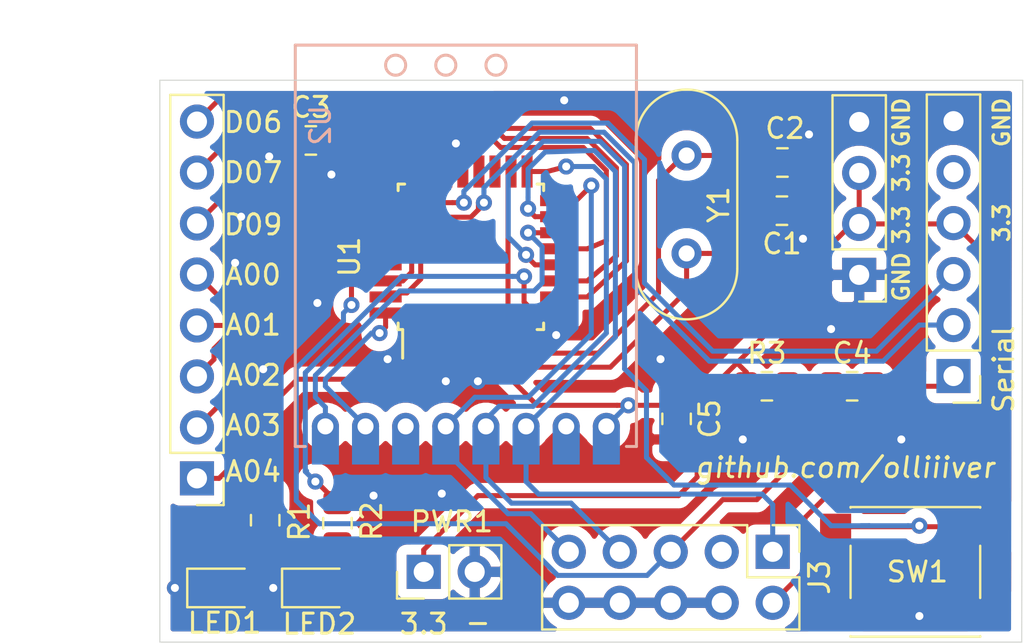
<source format=kicad_pcb>
(kicad_pcb (version 20171130) (host pcbnew "(5.1.5-0-10_14)")

  (general
    (thickness 1.6)
    (drawings 23)
    (tracks 347)
    (zones 0)
    (modules 19)
    (nets 35)
  )

  (page A4)
  (layers
    (0 F.Cu signal)
    (31 B.Cu signal hide)
    (32 B.Adhes user)
    (33 F.Adhes user)
    (34 B.Paste user)
    (35 F.Paste user)
    (36 B.SilkS user)
    (37 F.SilkS user)
    (38 B.Mask user)
    (39 F.Mask user)
    (40 Dwgs.User user)
    (41 Cmts.User user)
    (42 Eco1.User user)
    (43 Eco2.User user)
    (44 Edge.Cuts user)
    (45 Margin user)
    (46 B.CrtYd user)
    (47 F.CrtYd user)
    (48 B.Fab user)
    (49 F.Fab user)
  )

  (setup
    (last_trace_width 0.25)
    (trace_clearance 0.2)
    (zone_clearance 0.508)
    (zone_45_only no)
    (trace_min 0.2)
    (via_size 0.8)
    (via_drill 0.4)
    (via_min_size 0.4)
    (via_min_drill 0.3)
    (uvia_size 0.3)
    (uvia_drill 0.1)
    (uvias_allowed no)
    (uvia_min_size 0.2)
    (uvia_min_drill 0.1)
    (edge_width 0.05)
    (segment_width 0.2)
    (pcb_text_width 0.3)
    (pcb_text_size 1.5 1.5)
    (mod_edge_width 0.12)
    (mod_text_size 1 1)
    (mod_text_width 0.15)
    (pad_size 1.7 1.7)
    (pad_drill 1)
    (pad_to_mask_clearance 0.051)
    (solder_mask_min_width 0.25)
    (aux_axis_origin 0 0)
    (visible_elements FFFFFF7F)
    (pcbplotparams
      (layerselection 0x010fc_ffffffff)
      (usegerberextensions false)
      (usegerberattributes false)
      (usegerberadvancedattributes false)
      (creategerberjobfile false)
      (excludeedgelayer true)
      (linewidth 0.100000)
      (plotframeref false)
      (viasonmask false)
      (mode 1)
      (useauxorigin false)
      (hpglpennumber 1)
      (hpglpenspeed 20)
      (hpglpendiameter 15.000000)
      (psnegative false)
      (psa4output false)
      (plotreference true)
      (plotvalue true)
      (plotinvisibletext false)
      (padsonsilk false)
      (subtractmaskfromsilk false)
      (outputformat 1)
      (mirror false)
      (drillshape 0)
      (scaleselection 1)
      (outputdirectory "gerber/"))
  )

  (net 0 "")
  (net 1 "Net-(C1-Pad2)")
  (net 2 GND)
  (net 3 "Net-(C2-Pad2)")
  (net 4 "Net-(C3-Pad2)")
  (net 5 "Net-(C4-Pad2)")
  (net 6 RESET)
  (net 7 +3V3)
  (net 8 "Net-(J1-Pad5)")
  (net 9 RX)
  (net 10 TX)
  (net 11 xD09)
  (net 12 xD07)
  (net 13 xD06)
  (net 14 xA03)
  (net 15 xA02)
  (net 16 xA01)
  (net 17 xA00)
  (net 18 MISO)
  (net 19 SCK)
  (net 20 "Net-(J3-Pad3)")
  (net 21 MOSI)
  (net 22 "Net-(LED1-Pad2)")
  (net 23 "Net-(LED2-Pad2)")
  (net 24 LED1)
  (net 25 LED2)
  (net 26 D08)
  (net 27 D02)
  (net 28 "Net-(U1-Pad28)")
  (net 29 "Net-(U1-Pad22)")
  (net 30 "Net-(U1-Pad19)")
  (net 31 D10)
  (net 32 "Net-(U2-Pad6)")
  (net 33 xA04)
  (net 34 "Net-(U1-Pad1)")

  (net_class Default "This is the default net class."
    (clearance 0.2)
    (trace_width 0.25)
    (via_dia 0.8)
    (via_drill 0.4)
    (uvia_dia 0.3)
    (uvia_drill 0.1)
    (add_net +3V3)
    (add_net D02)
    (add_net D08)
    (add_net D10)
    (add_net GND)
    (add_net LED1)
    (add_net LED2)
    (add_net MISO)
    (add_net MOSI)
    (add_net "Net-(C1-Pad2)")
    (add_net "Net-(C2-Pad2)")
    (add_net "Net-(C3-Pad2)")
    (add_net "Net-(C4-Pad2)")
    (add_net "Net-(J1-Pad5)")
    (add_net "Net-(J3-Pad3)")
    (add_net "Net-(LED1-Pad2)")
    (add_net "Net-(LED2-Pad2)")
    (add_net "Net-(U1-Pad1)")
    (add_net "Net-(U1-Pad19)")
    (add_net "Net-(U1-Pad22)")
    (add_net "Net-(U1-Pad28)")
    (add_net "Net-(U2-Pad6)")
    (add_net RESET)
    (add_net RX)
    (add_net SCK)
    (add_net TX)
    (add_net xA00)
    (add_net xA01)
    (add_net xA02)
    (add_net xA03)
    (add_net xA04)
    (add_net xD06)
    (add_net xD07)
    (add_net xD09)
  )

  (module Connector_PinHeader_2.54mm:PinHeader_2x05_P2.54mm_Vertical (layer F.Cu) (tedit 59FED5CC) (tstamp 5E9F57D9)
    (at 57.29 63.5 270)
    (descr "Through hole straight pin header, 2x05, 2.54mm pitch, double rows")
    (tags "Through hole pin header THT 2x05 2.54mm double row")
    (path /5EB3D485)
    (fp_text reference J3 (at 1.27 -2.33 90) (layer F.SilkS)
      (effects (font (size 1 1) (thickness 0.15)))
    )
    (fp_text value ISP (at 1.27 12.49 90) (layer F.Fab)
      (effects (font (size 1 1) (thickness 0.15)))
    )
    (fp_text user %R (at 1.27 5.08) (layer F.Fab)
      (effects (font (size 1 1) (thickness 0.15)))
    )
    (fp_line (start 4.35 -1.8) (end -1.8 -1.8) (layer F.CrtYd) (width 0.05))
    (fp_line (start 4.35 11.95) (end 4.35 -1.8) (layer F.CrtYd) (width 0.05))
    (fp_line (start -1.8 11.95) (end 4.35 11.95) (layer F.CrtYd) (width 0.05))
    (fp_line (start -1.8 -1.8) (end -1.8 11.95) (layer F.CrtYd) (width 0.05))
    (fp_line (start -1.33 -1.33) (end 0 -1.33) (layer F.SilkS) (width 0.12))
    (fp_line (start -1.33 0) (end -1.33 -1.33) (layer F.SilkS) (width 0.12))
    (fp_line (start 1.27 -1.33) (end 3.87 -1.33) (layer F.SilkS) (width 0.12))
    (fp_line (start 1.27 1.27) (end 1.27 -1.33) (layer F.SilkS) (width 0.12))
    (fp_line (start -1.33 1.27) (end 1.27 1.27) (layer F.SilkS) (width 0.12))
    (fp_line (start 3.87 -1.33) (end 3.87 11.49) (layer F.SilkS) (width 0.12))
    (fp_line (start -1.33 1.27) (end -1.33 11.49) (layer F.SilkS) (width 0.12))
    (fp_line (start -1.33 11.49) (end 3.87 11.49) (layer F.SilkS) (width 0.12))
    (fp_line (start -1.27 0) (end 0 -1.27) (layer F.Fab) (width 0.1))
    (fp_line (start -1.27 11.43) (end -1.27 0) (layer F.Fab) (width 0.1))
    (fp_line (start 3.81 11.43) (end -1.27 11.43) (layer F.Fab) (width 0.1))
    (fp_line (start 3.81 -1.27) (end 3.81 11.43) (layer F.Fab) (width 0.1))
    (fp_line (start 0 -1.27) (end 3.81 -1.27) (layer F.Fab) (width 0.1))
    (pad 10 thru_hole oval (at 2.54 10.16 270) (size 1.7 1.7) (drill 1) (layers *.Cu *.Mask)
      (net 2 GND))
    (pad 9 thru_hole oval (at 0 10.16 270) (size 1.7 1.7) (drill 1) (layers *.Cu *.Mask)
      (net 18 MISO))
    (pad 8 thru_hole oval (at 2.54 7.62 270) (size 1.7 1.7) (drill 1) (layers *.Cu *.Mask)
      (net 2 GND))
    (pad 7 thru_hole oval (at 0 7.62 270) (size 1.7 1.7) (drill 1) (layers *.Cu *.Mask)
      (net 19 SCK))
    (pad 6 thru_hole oval (at 2.54 5.08 270) (size 1.7 1.7) (drill 1) (layers *.Cu *.Mask)
      (net 2 GND))
    (pad 5 thru_hole oval (at 0 5.08 270) (size 1.7 1.7) (drill 1) (layers *.Cu *.Mask)
      (net 6 RESET))
    (pad 4 thru_hole oval (at 2.54 2.54 270) (size 1.7 1.7) (drill 1) (layers *.Cu *.Mask)
      (net 2 GND))
    (pad 3 thru_hole oval (at 0 2.54 270) (size 1.7 1.7) (drill 1) (layers *.Cu *.Mask)
      (net 20 "Net-(J3-Pad3)"))
    (pad 2 thru_hole oval (at 2.54 0 270) (size 1.7 1.7) (drill 1) (layers *.Cu *.Mask)
      (net 7 +3V3))
    (pad 1 thru_hole rect (at 0 0 270) (size 1.7 1.7) (drill 1) (layers *.Cu *.Mask)
      (net 21 MOSI))
    (model ${KISYS3DMOD}/Connector_PinHeader_2.54mm.3dshapes/PinHeader_2x05_P2.54mm_Vertical.wrl
      (at (xyz 0 0 0))
      (scale (xyz 1 1 1))
      (rotate (xyz 0 0 0))
    )
  )

  (module Connector_PinHeader_2.54mm:PinHeader_1x02_P2.54mm_Vertical (layer F.Cu) (tedit 59FED5CC) (tstamp 5EA097D8)
    (at 39.9 64.5 90)
    (descr "Through hole straight pin header, 1x02, 2.54mm pitch, single row")
    (tags "Through hole pin header THT 1x02 2.54mm single row")
    (path /5ED49CDF)
    (fp_text reference PWR1 (at 2.5 1.4 180) (layer F.SilkS)
      (effects (font (size 1 1) (thickness 0.15)))
    )
    (fp_text value Conn_01x02_Male (at 0 4.87 90) (layer F.Fab) hide
      (effects (font (size 1 1) (thickness 0.15)))
    )
    (fp_text user %R (at 0 1.27) (layer F.Fab)
      (effects (font (size 1 1) (thickness 0.15)))
    )
    (fp_line (start 1.8 -1.8) (end -1.8 -1.8) (layer F.CrtYd) (width 0.05))
    (fp_line (start 1.8 4.35) (end 1.8 -1.8) (layer F.CrtYd) (width 0.05))
    (fp_line (start -1.8 4.35) (end 1.8 4.35) (layer F.CrtYd) (width 0.05))
    (fp_line (start -1.8 -1.8) (end -1.8 4.35) (layer F.CrtYd) (width 0.05))
    (fp_line (start -1.33 -1.33) (end 0 -1.33) (layer F.SilkS) (width 0.12))
    (fp_line (start -1.33 0) (end -1.33 -1.33) (layer F.SilkS) (width 0.12))
    (fp_line (start -1.33 1.27) (end 1.33 1.27) (layer F.SilkS) (width 0.12))
    (fp_line (start 1.33 1.27) (end 1.33 3.87) (layer F.SilkS) (width 0.12))
    (fp_line (start -1.33 1.27) (end -1.33 3.87) (layer F.SilkS) (width 0.12))
    (fp_line (start -1.33 3.87) (end 1.33 3.87) (layer F.SilkS) (width 0.12))
    (fp_line (start -1.27 -0.635) (end -0.635 -1.27) (layer F.Fab) (width 0.1))
    (fp_line (start -1.27 3.81) (end -1.27 -0.635) (layer F.Fab) (width 0.1))
    (fp_line (start 1.27 3.81) (end -1.27 3.81) (layer F.Fab) (width 0.1))
    (fp_line (start 1.27 -1.27) (end 1.27 3.81) (layer F.Fab) (width 0.1))
    (fp_line (start -0.635 -1.27) (end 1.27 -1.27) (layer F.Fab) (width 0.1))
    (pad 2 thru_hole oval (at 0 2.54 90) (size 1.7 1.7) (drill 1) (layers *.Cu *.Mask)
      (net 2 GND))
    (pad 1 thru_hole rect (at 0 0 90) (size 1.7 1.7) (drill 1) (layers *.Cu *.Mask)
      (net 7 +3V3))
    (model ${KISYS3DMOD}/Connector_PinHeader_2.54mm.3dshapes/PinHeader_1x02_P2.54mm_Vertical.wrl
      (at (xyz 0 0 0))
      (scale (xyz 1 1 1))
      (rotate (xyz 0 0 0))
    )
  )

  (module Capacitor_SMD:C_0805_2012Metric_Pad1.15x1.40mm_HandSolder (layer F.Cu) (tedit 5B36C52B) (tstamp 5E9F5772)
    (at 61.25 55.25)
    (descr "Capacitor SMD 0805 (2012 Metric), square (rectangular) end terminal, IPC_7351 nominal with elongated pad for handsoldering. (Body size source: https://docs.google.com/spreadsheets/d/1BsfQQcO9C6DZCsRaXUlFlo91Tg2WpOkGARC1WS5S8t0/edit?usp=sharing), generated with kicad-footprint-generator")
    (tags "capacitor handsolder")
    (path /5EB6209D)
    (attr smd)
    (fp_text reference C4 (at 0 -1.65) (layer F.SilkS)
      (effects (font (size 1 1) (thickness 0.15)))
    )
    (fp_text value "0.1 uF" (at 0 1.65) (layer F.Fab)
      (effects (font (size 1 1) (thickness 0.15)))
    )
    (fp_text user %R (at 0 0) (layer F.Fab)
      (effects (font (size 0.5 0.5) (thickness 0.08)))
    )
    (fp_line (start 1.85 0.95) (end -1.85 0.95) (layer F.CrtYd) (width 0.05))
    (fp_line (start 1.85 -0.95) (end 1.85 0.95) (layer F.CrtYd) (width 0.05))
    (fp_line (start -1.85 -0.95) (end 1.85 -0.95) (layer F.CrtYd) (width 0.05))
    (fp_line (start -1.85 0.95) (end -1.85 -0.95) (layer F.CrtYd) (width 0.05))
    (fp_line (start -0.261252 0.71) (end 0.261252 0.71) (layer F.SilkS) (width 0.12))
    (fp_line (start -0.261252 -0.71) (end 0.261252 -0.71) (layer F.SilkS) (width 0.12))
    (fp_line (start 1 0.6) (end -1 0.6) (layer F.Fab) (width 0.1))
    (fp_line (start 1 -0.6) (end 1 0.6) (layer F.Fab) (width 0.1))
    (fp_line (start -1 -0.6) (end 1 -0.6) (layer F.Fab) (width 0.1))
    (fp_line (start -1 0.6) (end -1 -0.6) (layer F.Fab) (width 0.1))
    (pad 2 smd roundrect (at 1.025 0) (size 1.15 1.4) (layers F.Cu F.Paste F.Mask) (roundrect_rratio 0.217391)
      (net 5 "Net-(C4-Pad2)"))
    (pad 1 smd roundrect (at -1.025 0) (size 1.15 1.4) (layers F.Cu F.Paste F.Mask) (roundrect_rratio 0.217391)
      (net 6 RESET))
    (model ${KISYS3DMOD}/Capacitor_SMD.3dshapes/C_0805_2012Metric.wrl
      (at (xyz 0 0 0))
      (scale (xyz 1 1 1))
      (rotate (xyz 0 0 0))
    )
  )

  (module Package_QFP:TQFP-32_7x7mm_P0.8mm (layer F.Cu) (tedit 5A02F146) (tstamp 5E9F5883)
    (at 42.25 48.8 90)
    (descr "32-Lead Plastic Thin Quad Flatpack (PT) - 7x7x1.0 mm Body, 2.00 mm [TQFP] (see Microchip Packaging Specification 00000049BS.pdf)")
    (tags "QFP 0.8")
    (path /5EB35C37)
    (attr smd)
    (fp_text reference U1 (at 0 -6.05 90) (layer F.SilkS)
      (effects (font (size 1 1) (thickness 0.15)))
    )
    (fp_text value ATmega328P-AU (at 0 6.05 90) (layer F.Fab)
      (effects (font (size 1 1) (thickness 0.15)))
    )
    (fp_line (start -3.625 -3.4) (end -5.05 -3.4) (layer F.SilkS) (width 0.15))
    (fp_line (start 3.625 -3.625) (end 3.3 -3.625) (layer F.SilkS) (width 0.15))
    (fp_line (start 3.625 3.625) (end 3.3 3.625) (layer F.SilkS) (width 0.15))
    (fp_line (start -3.625 3.625) (end -3.3 3.625) (layer F.SilkS) (width 0.15))
    (fp_line (start -3.625 -3.625) (end -3.3 -3.625) (layer F.SilkS) (width 0.15))
    (fp_line (start -3.625 3.625) (end -3.625 3.3) (layer F.SilkS) (width 0.15))
    (fp_line (start 3.625 3.625) (end 3.625 3.3) (layer F.SilkS) (width 0.15))
    (fp_line (start 3.625 -3.625) (end 3.625 -3.3) (layer F.SilkS) (width 0.15))
    (fp_line (start -3.625 -3.625) (end -3.625 -3.4) (layer F.SilkS) (width 0.15))
    (fp_line (start -5.3 5.3) (end 5.3 5.3) (layer F.CrtYd) (width 0.05))
    (fp_line (start -5.3 -5.3) (end 5.3 -5.3) (layer F.CrtYd) (width 0.05))
    (fp_line (start 5.3 -5.3) (end 5.3 5.3) (layer F.CrtYd) (width 0.05))
    (fp_line (start -5.3 -5.3) (end -5.3 5.3) (layer F.CrtYd) (width 0.05))
    (fp_line (start -3.5 -2.5) (end -2.5 -3.5) (layer F.Fab) (width 0.15))
    (fp_line (start -3.5 3.5) (end -3.5 -2.5) (layer F.Fab) (width 0.15))
    (fp_line (start 3.5 3.5) (end -3.5 3.5) (layer F.Fab) (width 0.15))
    (fp_line (start 3.5 -3.5) (end 3.5 3.5) (layer F.Fab) (width 0.15))
    (fp_line (start -2.5 -3.5) (end 3.5 -3.5) (layer F.Fab) (width 0.15))
    (fp_text user %R (at 0 0 90) (layer F.Fab)
      (effects (font (size 1 1) (thickness 0.15)))
    )
    (pad 32 smd rect (at -2.8 -4.25 180) (size 1.6 0.55) (layers F.Cu F.Paste F.Mask)
      (net 27 D02))
    (pad 31 smd rect (at -2 -4.25 180) (size 1.6 0.55) (layers F.Cu F.Paste F.Mask)
      (net 10 TX))
    (pad 30 smd rect (at -1.2 -4.25 180) (size 1.6 0.55) (layers F.Cu F.Paste F.Mask)
      (net 9 RX))
    (pad 29 smd rect (at -0.4 -4.25 180) (size 1.6 0.55) (layers F.Cu F.Paste F.Mask)
      (net 6 RESET))
    (pad 28 smd rect (at 0.4 -4.25 180) (size 1.6 0.55) (layers F.Cu F.Paste F.Mask)
      (net 28 "Net-(U1-Pad28)"))
    (pad 27 smd rect (at 1.2 -4.25 180) (size 1.6 0.55) (layers F.Cu F.Paste F.Mask)
      (net 33 xA04))
    (pad 26 smd rect (at 2 -4.25 180) (size 1.6 0.55) (layers F.Cu F.Paste F.Mask)
      (net 14 xA03))
    (pad 25 smd rect (at 2.8 -4.25 180) (size 1.6 0.55) (layers F.Cu F.Paste F.Mask)
      (net 15 xA02))
    (pad 24 smd rect (at 4.25 -2.8 90) (size 1.6 0.55) (layers F.Cu F.Paste F.Mask)
      (net 16 xA01))
    (pad 23 smd rect (at 4.25 -2 90) (size 1.6 0.55) (layers F.Cu F.Paste F.Mask)
      (net 17 xA00))
    (pad 22 smd rect (at 4.25 -1.2 90) (size 1.6 0.55) (layers F.Cu F.Paste F.Mask)
      (net 29 "Net-(U1-Pad22)"))
    (pad 21 smd rect (at 4.25 -0.4 90) (size 1.6 0.55) (layers F.Cu F.Paste F.Mask)
      (net 2 GND))
    (pad 20 smd rect (at 4.25 0.4 90) (size 1.6 0.55) (layers F.Cu F.Paste F.Mask)
      (net 4 "Net-(C3-Pad2)"))
    (pad 19 smd rect (at 4.25 1.2 90) (size 1.6 0.55) (layers F.Cu F.Paste F.Mask)
      (net 30 "Net-(U1-Pad19)"))
    (pad 18 smd rect (at 4.25 2 90) (size 1.6 0.55) (layers F.Cu F.Paste F.Mask)
      (net 7 +3V3))
    (pad 17 smd rect (at 4.25 2.8 90) (size 1.6 0.55) (layers F.Cu F.Paste F.Mask)
      (net 19 SCK))
    (pad 16 smd rect (at 2.8 4.25 180) (size 1.6 0.55) (layers F.Cu F.Paste F.Mask)
      (net 18 MISO))
    (pad 15 smd rect (at 2 4.25 180) (size 1.6 0.55) (layers F.Cu F.Paste F.Mask)
      (net 21 MOSI))
    (pad 14 smd rect (at 1.2 4.25 180) (size 1.6 0.55) (layers F.Cu F.Paste F.Mask)
      (net 31 D10))
    (pad 13 smd rect (at 0.4 4.25 180) (size 1.6 0.55) (layers F.Cu F.Paste F.Mask)
      (net 11 xD09))
    (pad 12 smd rect (at -0.4 4.25 180) (size 1.6 0.55) (layers F.Cu F.Paste F.Mask)
      (net 26 D08))
    (pad 11 smd rect (at -1.2 4.25 180) (size 1.6 0.55) (layers F.Cu F.Paste F.Mask)
      (net 12 xD07))
    (pad 10 smd rect (at -2 4.25 180) (size 1.6 0.55) (layers F.Cu F.Paste F.Mask)
      (net 13 xD06))
    (pad 9 smd rect (at -2.8 4.25 180) (size 1.6 0.55) (layers F.Cu F.Paste F.Mask)
      (net 25 LED2))
    (pad 8 smd rect (at -4.25 2.8 90) (size 1.6 0.55) (layers F.Cu F.Paste F.Mask)
      (net 3 "Net-(C2-Pad2)"))
    (pad 7 smd rect (at -4.25 2 90) (size 1.6 0.55) (layers F.Cu F.Paste F.Mask)
      (net 1 "Net-(C1-Pad2)"))
    (pad 6 smd rect (at -4.25 1.2 90) (size 1.6 0.55) (layers F.Cu F.Paste F.Mask)
      (net 7 +3V3))
    (pad 5 smd rect (at -4.25 0.4 90) (size 1.6 0.55) (layers F.Cu F.Paste F.Mask)
      (net 2 GND))
    (pad 4 smd rect (at -4.25 -0.4 90) (size 1.6 0.55) (layers F.Cu F.Paste F.Mask)
      (net 7 +3V3))
    (pad 3 smd rect (at -4.25 -1.2 90) (size 1.6 0.55) (layers F.Cu F.Paste F.Mask)
      (net 2 GND))
    (pad 2 smd rect (at -4.25 -2 90) (size 1.6 0.55) (layers F.Cu F.Paste F.Mask)
      (net 24 LED1))
    (pad 1 smd rect (at -4.25 -2.8 90) (size 1.6 0.55) (layers F.Cu F.Paste F.Mask)
      (net 34 "Net-(U1-Pad1)"))
    (model ${KISYS3DMOD}/Package_QFP.3dshapes/TQFP-32_7x7mm_P0.8mm.wrl
      (at (xyz 0 0 0))
      (scale (xyz 1 1 1))
      (rotate (xyz 0 0 0))
    )
  )

  (module Connector_PinHeader_2.54mm:PinHeader_1x04_P2.54mm_Vertical (layer F.Cu) (tedit 5EA5E5E0) (tstamp 5E9F8360)
    (at 61.6 49.7 180)
    (descr "Through hole straight pin header, 1x04, 2.54mm pitch, single row")
    (tags "Through hole pin header THT 1x04 2.54mm single row")
    (path /5EC03B8D)
    (fp_text reference J4 (at 0 -2.33) (layer F.SilkS) hide
      (effects (font (size 1 1) (thickness 0.15)))
    )
    (fp_text value Conn_01x04_Male (at 0 9.95) (layer F.Fab) hide
      (effects (font (size 1 1) (thickness 0.15)))
    )
    (fp_text user %R (at 0 3.81 90) (layer F.Fab)
      (effects (font (size 1 1) (thickness 0.15)))
    )
    (fp_line (start 1.8 -1.8) (end -1.8 -1.8) (layer F.CrtYd) (width 0.05))
    (fp_line (start 1.8 9.4) (end 1.8 -1.8) (layer F.CrtYd) (width 0.05))
    (fp_line (start -1.8 9.4) (end 1.8 9.4) (layer F.CrtYd) (width 0.05))
    (fp_line (start -1.8 -1.8) (end -1.8 9.4) (layer F.CrtYd) (width 0.05))
    (fp_line (start -1.33 -1.33) (end 0 -1.33) (layer F.SilkS) (width 0.12))
    (fp_line (start -1.33 0) (end -1.33 -1.33) (layer F.SilkS) (width 0.12))
    (fp_line (start -1.33 1.27) (end 1.33 1.27) (layer F.SilkS) (width 0.12))
    (fp_line (start 1.33 1.27) (end 1.33 8.95) (layer F.SilkS) (width 0.12))
    (fp_line (start -1.33 1.27) (end -1.33 8.95) (layer F.SilkS) (width 0.12))
    (fp_line (start -1.33 8.95) (end 1.33 8.95) (layer F.SilkS) (width 0.12))
    (fp_line (start -1.27 -0.635) (end -0.635 -1.27) (layer F.Fab) (width 0.1))
    (fp_line (start -1.27 8.89) (end -1.27 -0.635) (layer F.Fab) (width 0.1))
    (fp_line (start 1.27 8.89) (end -1.27 8.89) (layer F.Fab) (width 0.1))
    (fp_line (start 1.27 -1.27) (end 1.27 8.89) (layer F.Fab) (width 0.1))
    (fp_line (start -0.635 -1.27) (end 1.27 -1.27) (layer F.Fab) (width 0.1))
    (pad 4 thru_hole oval (at 0 7.62 180) (size 1.7 1.7) (drill 1) (layers *.Cu *.Mask)
      (net 2 GND) (zone_connect 2))
    (pad 3 thru_hole oval (at 0 5.08 180) (size 1.7 1.7) (drill 1) (layers *.Cu *.Mask)
      (net 7 +3V3))
    (pad 2 thru_hole oval (at 0 2.54 180) (size 1.7 1.7) (drill 1) (layers *.Cu *.Mask)
      (net 7 +3V3))
    (pad 1 thru_hole rect (at 0 0 180) (size 1.7 1.7) (drill 1) (layers *.Cu *.Mask)
      (net 2 GND))
    (model ${KISYS3DMOD}/Connector_PinHeader_2.54mm.3dshapes/PinHeader_1x04_P2.54mm_Vertical.wrl
      (at (xyz 0 0 0))
      (scale (xyz 1 1 1))
      (rotate (xyz 0 0 0))
    )
  )

  (module Crystal:Crystal_HC49-4H_Vertical (layer F.Cu) (tedit 5A1AD3B7) (tstamp 5E9F58B6)
    (at 53 43.75 270)
    (descr "Crystal THT HC-49-4H http://5hertz.com/pdfs/04404_D.pdf")
    (tags "THT crystalHC-49-4H")
    (path /5EB3A593)
    (fp_text reference Y1 (at 2.45 -1.6 90) (layer F.SilkS)
      (effects (font (size 1 1) (thickness 0.15)))
    )
    (fp_text value Crystal (at 2.44 3.525 90) (layer F.Fab)
      (effects (font (size 1 1) (thickness 0.15)))
    )
    (fp_arc (start 5.64 0) (end 5.64 -2.525) (angle 180) (layer F.SilkS) (width 0.12))
    (fp_arc (start -0.76 0) (end -0.76 -2.525) (angle -180) (layer F.SilkS) (width 0.12))
    (fp_arc (start 5.44 0) (end 5.44 -2) (angle 180) (layer F.Fab) (width 0.1))
    (fp_arc (start -0.56 0) (end -0.56 -2) (angle -180) (layer F.Fab) (width 0.1))
    (fp_arc (start 5.64 0) (end 5.64 -2.325) (angle 180) (layer F.Fab) (width 0.1))
    (fp_arc (start -0.76 0) (end -0.76 -2.325) (angle -180) (layer F.Fab) (width 0.1))
    (fp_line (start 8.5 -2.8) (end -3.6 -2.8) (layer F.CrtYd) (width 0.05))
    (fp_line (start 8.5 2.8) (end 8.5 -2.8) (layer F.CrtYd) (width 0.05))
    (fp_line (start -3.6 2.8) (end 8.5 2.8) (layer F.CrtYd) (width 0.05))
    (fp_line (start -3.6 -2.8) (end -3.6 2.8) (layer F.CrtYd) (width 0.05))
    (fp_line (start -0.76 2.525) (end 5.64 2.525) (layer F.SilkS) (width 0.12))
    (fp_line (start -0.76 -2.525) (end 5.64 -2.525) (layer F.SilkS) (width 0.12))
    (fp_line (start -0.56 2) (end 5.44 2) (layer F.Fab) (width 0.1))
    (fp_line (start -0.56 -2) (end 5.44 -2) (layer F.Fab) (width 0.1))
    (fp_line (start -0.76 2.325) (end 5.64 2.325) (layer F.Fab) (width 0.1))
    (fp_line (start -0.76 -2.325) (end 5.64 -2.325) (layer F.Fab) (width 0.1))
    (fp_text user %R (at 2.44 0 90) (layer F.Fab)
      (effects (font (size 1 1) (thickness 0.15)))
    )
    (pad 2 thru_hole circle (at 4.88 0 270) (size 1.5 1.5) (drill 0.8) (layers *.Cu *.Mask)
      (net 1 "Net-(C1-Pad2)"))
    (pad 1 thru_hole circle (at 0 0 270) (size 1.5 1.5) (drill 0.8) (layers *.Cu *.Mask)
      (net 3 "Net-(C2-Pad2)"))
    (model ${KISYS3DMOD}/Crystal.3dshapes/Crystal_HC49-4H_Vertical.wrl
      (at (xyz 0 0 0))
      (scale (xyz 1 1 1))
      (rotate (xyz 0 0 0))
    )
  )

  (module lib_sch:cc1101 (layer B.Cu) (tedit 5B61EAE3) (tstamp 5E9F5A65)
    (at 50.5 59.75 90)
    (path /5EBD4187)
    (fp_text reference U2 (at 17.5 -15.75 90) (layer B.SilkS)
      (effects (font (size 1 1) (thickness 0.15)) (justify mirror))
    )
    (fp_text value Homebrew_CC1101 (at 15.5 -15 90) (layer B.Fab)
      (effects (font (size 1 1) (thickness 0.15)) (justify mirror))
    )
    (fp_line (start 21.5 -17) (end 1.5 -17) (layer B.SilkS) (width 0.15))
    (fp_line (start 21.5 0) (end 21.5 -17) (layer B.SilkS) (width 0.15))
    (fp_line (start 1.5 0) (end 21.5 0) (layer B.SilkS) (width 0.15))
    (fp_circle (center 20.5 -9.5) (end 21 -9.5) (layer B.SilkS) (width 0.15))
    (fp_circle (center 20.5 -7) (end 20.5 -7.5) (layer B.SilkS) (width 0.15))
    (fp_circle (center 20.5 -12) (end 20.5 -12.5) (layer B.SilkS) (width 0.15))
    (fp_line (start 1.5 0) (end 1.5 -0.5) (layer B.SilkS) (width 0.15))
    (fp_line (start 1.5 -17) (end 1.5 -16.5) (layer B.SilkS) (width 0.15))
    (pad 7 connect rect (at 1.5 -13.5 90) (size 1.8 1.35) (layers B.Cu B.Mask)
      (net 27 D02))
    (pad 6 connect rect (at 1.5 -11.5 90) (size 1.8 1.35) (layers B.Cu B.Mask)
      (net 32 "Net-(U2-Pad6)"))
    (pad 5 connect rect (at 1.5 -9.5 90) (size 1.8 1.35) (layers B.Cu B.Mask)
      (net 18 MISO))
    (pad 4 connect rect (at 1.5 -7.5 90) (size 1.8 1.35) (layers B.Cu B.Mask)
      (net 19 SCK))
    (pad 3 connect rect (at 1.5 -5.5 90) (size 1.8 1.35) (layers B.Cu B.Mask)
      (net 21 MOSI))
    (pad 2 connect rect (at 1.5 -3.5 90) (size 1.8 1.35) (layers B.Cu B.Mask)
      (net 2 GND))
    (pad 1 connect rect (at 1.5 -1.5 90) (size 1.8 1.35) (layers B.Cu B.Mask)
      (net 7 +3V3))
    (pad 7 thru_hole circle (at 2.5 -13.5 90) (size 1.35 1.35) (drill 0.8) (layers *.Cu *.Mask)
      (net 27 D02))
    (pad 6 thru_hole circle (at 2.5 -11.5 90) (size 1.35 1.35) (drill 0.8) (layers *.Cu *.Mask)
      (net 32 "Net-(U2-Pad6)"))
    (pad 5 thru_hole circle (at 2.5 -9.5 90) (size 1.35 1.35) (drill 0.8) (layers *.Cu *.Mask)
      (net 18 MISO))
    (pad 4 thru_hole circle (at 2.5 -7.5 90) (size 1.35 1.35) (drill 0.8) (layers *.Cu *.Mask)
      (net 19 SCK))
    (pad 3 thru_hole circle (at 2.5 -5.5 90) (size 1.35 1.35) (drill 0.8) (layers *.Cu *.Mask)
      (net 21 MOSI))
    (pad 2 thru_hole circle (at 2.5 -3.5 90) (size 1.35 1.35) (drill 0.8) (layers *.Cu *.Mask)
      (net 2 GND))
    (pad 1 thru_hole circle (at 2.5 -1.5 90) (size 1.35 1.35) (drill 0.8) (layers *.Cu *.Mask)
      (net 7 +3V3))
    (pad 8 connect rect (at 1.5 -15.5 90) (size 1.8 1.35) (layers B.Cu B.Mask)
      (net 31 D10))
    (pad 8 thru_hole circle (at 2.5 -15.5 90) (size 1.35 1.35) (drill 0.8) (layers *.Cu *.Mask)
      (net 31 D10))
  )

  (module Button_Switch_SMD:SW_Push_1P1T_NO_6x6mm_H9.5mm (layer F.Cu) (tedit 5CA1CA7F) (tstamp 5E9F584C)
    (at 64.4 64.5 180)
    (descr "tactile push button, 6x6mm e.g. PTS645xx series, height=9.5mm")
    (tags "tact sw push 6mm smd")
    (path /5EB86567)
    (attr smd)
    (fp_text reference SW1 (at -0.1 0) (layer F.SilkS)
      (effects (font (size 1 1) (thickness 0.15)))
    )
    (fp_text value SW_Push (at 0 4.15) (layer F.Fab) hide
      (effects (font (size 1 1) (thickness 0.15)))
    )
    (fp_circle (center 0 0) (end 1.75 -0.05) (layer F.Fab) (width 0.1))
    (fp_line (start -3.23 3.23) (end 3.23 3.23) (layer F.SilkS) (width 0.12))
    (fp_line (start -3.23 -1.3) (end -3.23 1.3) (layer F.SilkS) (width 0.12))
    (fp_line (start -3.23 -3.23) (end 3.23 -3.23) (layer F.SilkS) (width 0.12))
    (fp_line (start 3.23 -1.3) (end 3.23 1.3) (layer F.SilkS) (width 0.12))
    (fp_line (start -3.23 -3.2) (end -3.23 -3.23) (layer F.SilkS) (width 0.12))
    (fp_line (start -3.23 3.23) (end -3.23 3.2) (layer F.SilkS) (width 0.12))
    (fp_line (start 3.23 3.23) (end 3.23 3.2) (layer F.SilkS) (width 0.12))
    (fp_line (start 3.23 -3.23) (end 3.23 -3.2) (layer F.SilkS) (width 0.12))
    (fp_line (start -5 -3.25) (end 5 -3.25) (layer F.CrtYd) (width 0.05))
    (fp_line (start -5 3.25) (end 5 3.25) (layer F.CrtYd) (width 0.05))
    (fp_line (start -5 -3.25) (end -5 3.25) (layer F.CrtYd) (width 0.05))
    (fp_line (start 5 3.25) (end 5 -3.25) (layer F.CrtYd) (width 0.05))
    (fp_line (start 3 -3) (end -3 -3) (layer F.Fab) (width 0.1))
    (fp_line (start 3 3) (end 3 -3) (layer F.Fab) (width 0.1))
    (fp_line (start -3 3) (end 3 3) (layer F.Fab) (width 0.1))
    (fp_line (start -3 -3) (end -3 3) (layer F.Fab) (width 0.1))
    (fp_text user %R (at 0 -4.05) (layer F.Fab) hide
      (effects (font (size 1 1) (thickness 0.15)))
    )
    (pad 2 smd rect (at 3.975 2.25 180) (size 1.55 1.3) (layers F.Cu F.Paste F.Mask)
      (net 26 D08))
    (pad 1 smd rect (at 3.975 -2.25 180) (size 1.55 1.3) (layers F.Cu F.Paste F.Mask)
      (net 2 GND))
    (pad 1 smd rect (at -3.975 -2.25 180) (size 1.55 1.3) (layers F.Cu F.Paste F.Mask)
      (net 2 GND))
    (pad 2 smd rect (at -3.975 2.25 180) (size 1.55 1.3) (layers F.Cu F.Paste F.Mask)
      (net 26 D08))
    (model ${KISYS3DMOD}/Button_Switch_SMD.3dshapes/SW_PUSH_6mm_H9.5mm.wrl
      (at (xyz 0 0 0))
      (scale (xyz 1 1 1))
      (rotate (xyz 0 0 0))
    )
  )

  (module Resistor_SMD:R_0805_2012Metric_Pad1.15x1.40mm_HandSolder (layer F.Cu) (tedit 5B36C52B) (tstamp 5E9FDC53)
    (at 57 55.25)
    (descr "Resistor SMD 0805 (2012 Metric), square (rectangular) end terminal, IPC_7351 nominal with elongated pad for handsoldering. (Body size source: https://docs.google.com/spreadsheets/d/1BsfQQcO9C6DZCsRaXUlFlo91Tg2WpOkGARC1WS5S8t0/edit?usp=sharing), generated with kicad-footprint-generator")
    (tags "resistor handsolder")
    (path /5EB4B5CC)
    (attr smd)
    (fp_text reference R3 (at 0 -1.65) (layer F.SilkS)
      (effects (font (size 1 1) (thickness 0.15)))
    )
    (fp_text value 1k (at 0 1.65) (layer F.Fab)
      (effects (font (size 1 1) (thickness 0.15)))
    )
    (fp_text user %R (at 0 0) (layer F.Fab)
      (effects (font (size 0.5 0.5) (thickness 0.08)))
    )
    (fp_line (start 1.85 0.95) (end -1.85 0.95) (layer F.CrtYd) (width 0.05))
    (fp_line (start 1.85 -0.95) (end 1.85 0.95) (layer F.CrtYd) (width 0.05))
    (fp_line (start -1.85 -0.95) (end 1.85 -0.95) (layer F.CrtYd) (width 0.05))
    (fp_line (start -1.85 0.95) (end -1.85 -0.95) (layer F.CrtYd) (width 0.05))
    (fp_line (start -0.261252 0.71) (end 0.261252 0.71) (layer F.SilkS) (width 0.12))
    (fp_line (start -0.261252 -0.71) (end 0.261252 -0.71) (layer F.SilkS) (width 0.12))
    (fp_line (start 1 0.6) (end -1 0.6) (layer F.Fab) (width 0.1))
    (fp_line (start 1 -0.6) (end 1 0.6) (layer F.Fab) (width 0.1))
    (fp_line (start -1 -0.6) (end 1 -0.6) (layer F.Fab) (width 0.1))
    (fp_line (start -1 0.6) (end -1 -0.6) (layer F.Fab) (width 0.1))
    (pad 2 smd roundrect (at 1.025 0) (size 1.15 1.4) (layers F.Cu F.Paste F.Mask) (roundrect_rratio 0.217391)
      (net 6 RESET))
    (pad 1 smd roundrect (at -1.025 0) (size 1.15 1.4) (layers F.Cu F.Paste F.Mask) (roundrect_rratio 0.217391)
      (net 7 +3V3))
    (model ${KISYS3DMOD}/Resistor_SMD.3dshapes/R_0805_2012Metric.wrl
      (at (xyz 0 0 0))
      (scale (xyz 1 1 1))
      (rotate (xyz 0 0 0))
    )
  )

  (module Resistor_SMD:R_0805_2012Metric_Pad1.15x1.40mm_HandSolder (layer F.Cu) (tedit 5B36C52B) (tstamp 5E9F5821)
    (at 35.6 62.075 90)
    (descr "Resistor SMD 0805 (2012 Metric), square (rectangular) end terminal, IPC_7351 nominal with elongated pad for handsoldering. (Body size source: https://docs.google.com/spreadsheets/d/1BsfQQcO9C6DZCsRaXUlFlo91Tg2WpOkGARC1WS5S8t0/edit?usp=sharing), generated with kicad-footprint-generator")
    (tags "resistor handsolder")
    (path /5EB8F089)
    (attr smd)
    (fp_text reference R2 (at 0.1 1.7 90) (layer F.SilkS)
      (effects (font (size 1 1) (thickness 0.15)))
    )
    (fp_text value 330 (at 0 1.65 90) (layer F.Fab) hide
      (effects (font (size 1 1) (thickness 0.15)))
    )
    (fp_text user %R (at 0 0 90) (layer F.Fab)
      (effects (font (size 0.5 0.5) (thickness 0.08)))
    )
    (fp_line (start 1.85 0.95) (end -1.85 0.95) (layer F.CrtYd) (width 0.05))
    (fp_line (start 1.85 -0.95) (end 1.85 0.95) (layer F.CrtYd) (width 0.05))
    (fp_line (start -1.85 -0.95) (end 1.85 -0.95) (layer F.CrtYd) (width 0.05))
    (fp_line (start -1.85 0.95) (end -1.85 -0.95) (layer F.CrtYd) (width 0.05))
    (fp_line (start -0.261252 0.71) (end 0.261252 0.71) (layer F.SilkS) (width 0.12))
    (fp_line (start -0.261252 -0.71) (end 0.261252 -0.71) (layer F.SilkS) (width 0.12))
    (fp_line (start 1 0.6) (end -1 0.6) (layer F.Fab) (width 0.1))
    (fp_line (start 1 -0.6) (end 1 0.6) (layer F.Fab) (width 0.1))
    (fp_line (start -1 -0.6) (end 1 -0.6) (layer F.Fab) (width 0.1))
    (fp_line (start -1 0.6) (end -1 -0.6) (layer F.Fab) (width 0.1))
    (pad 2 smd roundrect (at 1.025 0 90) (size 1.15 1.4) (layers F.Cu F.Paste F.Mask) (roundrect_rratio 0.217391)
      (net 25 LED2))
    (pad 1 smd roundrect (at -1.025 0 90) (size 1.15 1.4) (layers F.Cu F.Paste F.Mask) (roundrect_rratio 0.217391)
      (net 23 "Net-(LED2-Pad2)"))
    (model ${KISYS3DMOD}/Resistor_SMD.3dshapes/R_0805_2012Metric.wrl
      (at (xyz 0 0 0))
      (scale (xyz 1 1 1))
      (rotate (xyz 0 0 0))
    )
  )

  (module Resistor_SMD:R_0805_2012Metric_Pad1.15x1.40mm_HandSolder (layer F.Cu) (tedit 5B36C52B) (tstamp 5E9F5810)
    (at 32 61.925 90)
    (descr "Resistor SMD 0805 (2012 Metric), square (rectangular) end terminal, IPC_7351 nominal with elongated pad for handsoldering. (Body size source: https://docs.google.com/spreadsheets/d/1BsfQQcO9C6DZCsRaXUlFlo91Tg2WpOkGARC1WS5S8t0/edit?usp=sharing), generated with kicad-footprint-generator")
    (tags "resistor handsolder")
    (path /5EB4F98B)
    (attr smd)
    (fp_text reference R1 (at -0.075 1.7 90) (layer F.SilkS)
      (effects (font (size 1 1) (thickness 0.15)))
    )
    (fp_text value 330 (at 0 1.65 90) (layer F.Fab)
      (effects (font (size 1 1) (thickness 0.15)))
    )
    (fp_text user %R (at 0 0 90) (layer F.Fab)
      (effects (font (size 0.5 0.5) (thickness 0.08)))
    )
    (fp_line (start 1.85 0.95) (end -1.85 0.95) (layer F.CrtYd) (width 0.05))
    (fp_line (start 1.85 -0.95) (end 1.85 0.95) (layer F.CrtYd) (width 0.05))
    (fp_line (start -1.85 -0.95) (end 1.85 -0.95) (layer F.CrtYd) (width 0.05))
    (fp_line (start -1.85 0.95) (end -1.85 -0.95) (layer F.CrtYd) (width 0.05))
    (fp_line (start -0.261252 0.71) (end 0.261252 0.71) (layer F.SilkS) (width 0.12))
    (fp_line (start -0.261252 -0.71) (end 0.261252 -0.71) (layer F.SilkS) (width 0.12))
    (fp_line (start 1 0.6) (end -1 0.6) (layer F.Fab) (width 0.1))
    (fp_line (start 1 -0.6) (end 1 0.6) (layer F.Fab) (width 0.1))
    (fp_line (start -1 -0.6) (end 1 -0.6) (layer F.Fab) (width 0.1))
    (fp_line (start -1 0.6) (end -1 -0.6) (layer F.Fab) (width 0.1))
    (pad 2 smd roundrect (at 1.025 0 90) (size 1.15 1.4) (layers F.Cu F.Paste F.Mask) (roundrect_rratio 0.217391)
      (net 24 LED1))
    (pad 1 smd roundrect (at -1.025 0 90) (size 1.15 1.4) (layers F.Cu F.Paste F.Mask) (roundrect_rratio 0.217391)
      (net 22 "Net-(LED1-Pad2)"))
    (model ${KISYS3DMOD}/Resistor_SMD.3dshapes/R_0805_2012Metric.wrl
      (at (xyz 0 0 0))
      (scale (xyz 1 1 1))
      (rotate (xyz 0 0 0))
    )
  )

  (module LED_SMD:LED_0805_2012Metric_Pad1.15x1.40mm_HandSolder (layer F.Cu) (tedit 5B4B45C9) (tstamp 5E9F57FF)
    (at 34.7 65.3)
    (descr "LED SMD 0805 (2012 Metric), square (rectangular) end terminal, IPC_7351 nominal, (Body size source: https://docs.google.com/spreadsheets/d/1BsfQQcO9C6DZCsRaXUlFlo91Tg2WpOkGARC1WS5S8t0/edit?usp=sharing), generated with kicad-footprint-generator")
    (tags "LED handsolder")
    (path /5EB8E9D4)
    (attr smd)
    (fp_text reference LED2 (at 0 1.8) (layer F.SilkS)
      (effects (font (size 1 1) (thickness 0.15)))
    )
    (fp_text value LED (at 0 1.65) (layer F.Fab) hide
      (effects (font (size 1 1) (thickness 0.15)))
    )
    (fp_text user %R (at 0 0) (layer F.Fab)
      (effects (font (size 0.5 0.5) (thickness 0.08)))
    )
    (fp_line (start 1.85 0.95) (end -1.85 0.95) (layer F.CrtYd) (width 0.05))
    (fp_line (start 1.85 -0.95) (end 1.85 0.95) (layer F.CrtYd) (width 0.05))
    (fp_line (start -1.85 -0.95) (end 1.85 -0.95) (layer F.CrtYd) (width 0.05))
    (fp_line (start -1.85 0.95) (end -1.85 -0.95) (layer F.CrtYd) (width 0.05))
    (fp_line (start -1.86 0.96) (end 1 0.96) (layer F.SilkS) (width 0.12))
    (fp_line (start -1.86 -0.96) (end -1.86 0.96) (layer F.SilkS) (width 0.12))
    (fp_line (start 1 -0.96) (end -1.86 -0.96) (layer F.SilkS) (width 0.12))
    (fp_line (start 1 0.6) (end 1 -0.6) (layer F.Fab) (width 0.1))
    (fp_line (start -1 0.6) (end 1 0.6) (layer F.Fab) (width 0.1))
    (fp_line (start -1 -0.3) (end -1 0.6) (layer F.Fab) (width 0.1))
    (fp_line (start -0.7 -0.6) (end -1 -0.3) (layer F.Fab) (width 0.1))
    (fp_line (start 1 -0.6) (end -0.7 -0.6) (layer F.Fab) (width 0.1))
    (pad 2 smd roundrect (at 1.025 0) (size 1.15 1.4) (layers F.Cu F.Paste F.Mask) (roundrect_rratio 0.217391)
      (net 23 "Net-(LED2-Pad2)"))
    (pad 1 smd roundrect (at -1.025 0) (size 1.15 1.4) (layers F.Cu F.Paste F.Mask) (roundrect_rratio 0.217391)
      (net 2 GND))
    (model ${KISYS3DMOD}/LED_SMD.3dshapes/LED_0805_2012Metric.wrl
      (at (xyz 0 0 0))
      (scale (xyz 1 1 1))
      (rotate (xyz 0 0 0))
    )
  )

  (module LED_SMD:LED_0805_2012Metric_Pad1.15x1.40mm_HandSolder (layer F.Cu) (tedit 5B4B45C9) (tstamp 5E9FB9E7)
    (at 29.975 65.3)
    (descr "LED SMD 0805 (2012 Metric), square (rectangular) end terminal, IPC_7351 nominal, (Body size source: https://docs.google.com/spreadsheets/d/1BsfQQcO9C6DZCsRaXUlFlo91Tg2WpOkGARC1WS5S8t0/edit?usp=sharing), generated with kicad-footprint-generator")
    (tags "LED handsolder")
    (path /5EB4F390)
    (attr smd)
    (fp_text reference LED1 (at 0 1.75) (layer F.SilkS)
      (effects (font (size 1 1) (thickness 0.15)))
    )
    (fp_text value LED (at 0 1.65) (layer F.Fab) hide
      (effects (font (size 1 1) (thickness 0.15)))
    )
    (fp_text user %R (at 0 0) (layer F.Fab)
      (effects (font (size 0.5 0.5) (thickness 0.08)))
    )
    (fp_line (start 1.85 0.95) (end -1.85 0.95) (layer F.CrtYd) (width 0.05))
    (fp_line (start 1.85 -0.95) (end 1.85 0.95) (layer F.CrtYd) (width 0.05))
    (fp_line (start -1.85 -0.95) (end 1.85 -0.95) (layer F.CrtYd) (width 0.05))
    (fp_line (start -1.85 0.95) (end -1.85 -0.95) (layer F.CrtYd) (width 0.05))
    (fp_line (start -1.86 0.96) (end 1 0.96) (layer F.SilkS) (width 0.12))
    (fp_line (start -1.86 -0.96) (end -1.86 0.96) (layer F.SilkS) (width 0.12))
    (fp_line (start 1 -0.96) (end -1.86 -0.96) (layer F.SilkS) (width 0.12))
    (fp_line (start 1 0.6) (end 1 -0.6) (layer F.Fab) (width 0.1))
    (fp_line (start -1 0.6) (end 1 0.6) (layer F.Fab) (width 0.1))
    (fp_line (start -1 -0.3) (end -1 0.6) (layer F.Fab) (width 0.1))
    (fp_line (start -0.7 -0.6) (end -1 -0.3) (layer F.Fab) (width 0.1))
    (fp_line (start 1 -0.6) (end -0.7 -0.6) (layer F.Fab) (width 0.1))
    (pad 2 smd roundrect (at 1.025 0) (size 1.15 1.4) (layers F.Cu F.Paste F.Mask) (roundrect_rratio 0.217391)
      (net 22 "Net-(LED1-Pad2)"))
    (pad 1 smd roundrect (at -1.025 0) (size 1.15 1.4) (layers F.Cu F.Paste F.Mask) (roundrect_rratio 0.217391)
      (net 2 GND))
    (model ${KISYS3DMOD}/LED_SMD.3dshapes/LED_0805_2012Metric.wrl
      (at (xyz 0 0 0))
      (scale (xyz 1 1 1))
      (rotate (xyz 0 0 0))
    )
  )

  (module Connector_PinHeader_2.54mm:PinHeader_1x08_P2.54mm_Vertical (layer F.Cu) (tedit 59FED5CC) (tstamp 5E9F7811)
    (at 28.6 59.84 180)
    (descr "Through hole straight pin header, 1x08, 2.54mm pitch, single row")
    (tags "Through hole pin header THT 1x08 2.54mm single row")
    (path /5EBAA4E6)
    (fp_text reference J2 (at 0 -2.33) (layer F.SilkS) hide
      (effects (font (size 1 1) (thickness 0.15)))
    )
    (fp_text value Conn_01x08_Male (at 0 20.11) (layer F.Fab) hide
      (effects (font (size 1 1) (thickness 0.15)))
    )
    (fp_text user %R (at 0 8.89 90) (layer F.Fab)
      (effects (font (size 1 1) (thickness 0.15)))
    )
    (fp_line (start 1.8 -1.8) (end -1.8 -1.8) (layer F.CrtYd) (width 0.05))
    (fp_line (start 1.8 19.55) (end 1.8 -1.8) (layer F.CrtYd) (width 0.05))
    (fp_line (start -1.8 19.55) (end 1.8 19.55) (layer F.CrtYd) (width 0.05))
    (fp_line (start -1.8 -1.8) (end -1.8 19.55) (layer F.CrtYd) (width 0.05))
    (fp_line (start -1.33 -1.33) (end 0 -1.33) (layer F.SilkS) (width 0.12))
    (fp_line (start -1.33 0) (end -1.33 -1.33) (layer F.SilkS) (width 0.12))
    (fp_line (start -1.33 1.27) (end 1.33 1.27) (layer F.SilkS) (width 0.12))
    (fp_line (start 1.33 1.27) (end 1.33 19.11) (layer F.SilkS) (width 0.12))
    (fp_line (start -1.33 1.27) (end -1.33 19.11) (layer F.SilkS) (width 0.12))
    (fp_line (start -1.33 19.11) (end 1.33 19.11) (layer F.SilkS) (width 0.12))
    (fp_line (start -1.27 -0.635) (end -0.635 -1.27) (layer F.Fab) (width 0.1))
    (fp_line (start -1.27 19.05) (end -1.27 -0.635) (layer F.Fab) (width 0.1))
    (fp_line (start 1.27 19.05) (end -1.27 19.05) (layer F.Fab) (width 0.1))
    (fp_line (start 1.27 -1.27) (end 1.27 19.05) (layer F.Fab) (width 0.1))
    (fp_line (start -0.635 -1.27) (end 1.27 -1.27) (layer F.Fab) (width 0.1))
    (pad 8 thru_hole oval (at 0 17.78 180) (size 1.7 1.7) (drill 1) (layers *.Cu *.Mask)
      (net 13 xD06))
    (pad 7 thru_hole oval (at 0 15.24 180) (size 1.7 1.7) (drill 1) (layers *.Cu *.Mask)
      (net 12 xD07))
    (pad 6 thru_hole oval (at 0 12.7 180) (size 1.7 1.7) (drill 1) (layers *.Cu *.Mask)
      (net 11 xD09))
    (pad 5 thru_hole oval (at 0 10.16 180) (size 1.7 1.7) (drill 1) (layers *.Cu *.Mask)
      (net 17 xA00))
    (pad 4 thru_hole oval (at 0 7.62 180) (size 1.7 1.7) (drill 1) (layers *.Cu *.Mask)
      (net 16 xA01))
    (pad 3 thru_hole oval (at 0 5.08 180) (size 1.7 1.7) (drill 1) (layers *.Cu *.Mask)
      (net 15 xA02))
    (pad 2 thru_hole oval (at 0 2.54 180) (size 1.7 1.7) (drill 1) (layers *.Cu *.Mask)
      (net 14 xA03))
    (pad 1 thru_hole rect (at 0 0 180) (size 1.7 1.7) (drill 1) (layers *.Cu *.Mask)
      (net 33 xA04))
    (model ${KISYS3DMOD}/Connector_PinHeader_2.54mm.3dshapes/PinHeader_1x08_P2.54mm_Vertical.wrl
      (at (xyz 0 0 0))
      (scale (xyz 1 1 1))
      (rotate (xyz 0 0 0))
    )
  )

  (module Connector_PinHeader_2.54mm:PinHeader_1x06_P2.54mm_Vertical (layer F.Cu) (tedit 5EA5E5D6) (tstamp 5EA0310C)
    (at 66.3 54.74 180)
    (descr "Through hole straight pin header, 1x06, 2.54mm pitch, single row")
    (tags "Through hole pin header THT 1x06 2.54mm single row")
    (path /5EB5C622)
    (fp_text reference J1 (at 0 -2.33) (layer F.SilkS) hide
      (effects (font (size 1 1) (thickness 0.15)))
    )
    (fp_text value Serial (at -2.5 0.34 90) (layer F.SilkS)
      (effects (font (size 1 1) (thickness 0.15)))
    )
    (fp_text user %R (at 0 6.35 90) (layer F.Fab)
      (effects (font (size 1 1) (thickness 0.15)))
    )
    (fp_line (start 1.8 -1.8) (end -1.8 -1.8) (layer F.CrtYd) (width 0.05))
    (fp_line (start 1.8 14.5) (end 1.8 -1.8) (layer F.CrtYd) (width 0.05))
    (fp_line (start -1.8 14.5) (end 1.8 14.5) (layer F.CrtYd) (width 0.05))
    (fp_line (start -1.8 -1.8) (end -1.8 14.5) (layer F.CrtYd) (width 0.05))
    (fp_line (start -1.33 -1.33) (end 0 -1.33) (layer F.SilkS) (width 0.12))
    (fp_line (start -1.33 0) (end -1.33 -1.33) (layer F.SilkS) (width 0.12))
    (fp_line (start -1.33 1.27) (end 1.33 1.27) (layer F.SilkS) (width 0.12))
    (fp_line (start 1.33 1.27) (end 1.33 14.03) (layer F.SilkS) (width 0.12))
    (fp_line (start -1.33 1.27) (end -1.33 14.03) (layer F.SilkS) (width 0.12))
    (fp_line (start -1.33 14.03) (end 1.33 14.03) (layer F.SilkS) (width 0.12))
    (fp_line (start -1.27 -0.635) (end -0.635 -1.27) (layer F.Fab) (width 0.1))
    (fp_line (start -1.27 13.97) (end -1.27 -0.635) (layer F.Fab) (width 0.1))
    (fp_line (start 1.27 13.97) (end -1.27 13.97) (layer F.Fab) (width 0.1))
    (fp_line (start 1.27 -1.27) (end 1.27 13.97) (layer F.Fab) (width 0.1))
    (fp_line (start -0.635 -1.27) (end 1.27 -1.27) (layer F.Fab) (width 0.1))
    (pad 6 thru_hole oval (at 0 12.7 180) (size 1.7 1.7) (drill 1) (layers *.Cu *.Mask)
      (net 2 GND) (zone_connect 2))
    (pad 5 thru_hole oval (at 0 10.16 180) (size 1.7 1.7) (drill 1) (layers *.Cu *.Mask)
      (net 8 "Net-(J1-Pad5)"))
    (pad 4 thru_hole oval (at 0 7.62 180) (size 1.7 1.7) (drill 1) (layers *.Cu *.Mask)
      (net 7 +3V3))
    (pad 3 thru_hole oval (at 0 5.08 180) (size 1.7 1.7) (drill 1) (layers *.Cu *.Mask)
      (net 9 RX))
    (pad 2 thru_hole oval (at 0 2.54 180) (size 1.7 1.7) (drill 1) (layers *.Cu *.Mask)
      (net 10 TX))
    (pad 1 thru_hole rect (at 0 0 180) (size 1.7 1.7) (drill 1) (layers *.Cu *.Mask)
      (net 5 "Net-(C4-Pad2)"))
    (model ${KISYS3DMOD}/Connector_PinHeader_2.54mm.3dshapes/PinHeader_1x06_P2.54mm_Vertical.wrl
      (at (xyz 0 0 0))
      (scale (xyz 1 1 1))
      (rotate (xyz 0 0 0))
    )
  )

  (module Capacitor_SMD:C_0805_2012Metric_Pad1.15x1.40mm_HandSolder (layer F.Cu) (tedit 5B36C52B) (tstamp 5EA06589)
    (at 52.5 56.875 270)
    (descr "Capacitor SMD 0805 (2012 Metric), square (rectangular) end terminal, IPC_7351 nominal with elongated pad for handsoldering. (Body size source: https://docs.google.com/spreadsheets/d/1BsfQQcO9C6DZCsRaXUlFlo91Tg2WpOkGARC1WS5S8t0/edit?usp=sharing), generated with kicad-footprint-generator")
    (tags "capacitor handsolder")
    (path /5EBA24AB)
    (attr smd)
    (fp_text reference C5 (at 0 -1.65 90) (layer F.SilkS)
      (effects (font (size 1 1) (thickness 0.15)))
    )
    (fp_text value 100nF (at 0 1.65 90) (layer F.Fab)
      (effects (font (size 1 1) (thickness 0.15)))
    )
    (fp_text user %R (at 0 0 90) (layer F.Fab)
      (effects (font (size 0.5 0.5) (thickness 0.08)))
    )
    (fp_line (start 1.85 0.95) (end -1.85 0.95) (layer F.CrtYd) (width 0.05))
    (fp_line (start 1.85 -0.95) (end 1.85 0.95) (layer F.CrtYd) (width 0.05))
    (fp_line (start -1.85 -0.95) (end 1.85 -0.95) (layer F.CrtYd) (width 0.05))
    (fp_line (start -1.85 0.95) (end -1.85 -0.95) (layer F.CrtYd) (width 0.05))
    (fp_line (start -0.261252 0.71) (end 0.261252 0.71) (layer F.SilkS) (width 0.12))
    (fp_line (start -0.261252 -0.71) (end 0.261252 -0.71) (layer F.SilkS) (width 0.12))
    (fp_line (start 1 0.6) (end -1 0.6) (layer F.Fab) (width 0.1))
    (fp_line (start 1 -0.6) (end 1 0.6) (layer F.Fab) (width 0.1))
    (fp_line (start -1 -0.6) (end 1 -0.6) (layer F.Fab) (width 0.1))
    (fp_line (start -1 0.6) (end -1 -0.6) (layer F.Fab) (width 0.1))
    (pad 2 smd roundrect (at 1.025 0 270) (size 1.15 1.4) (layers F.Cu F.Paste F.Mask) (roundrect_rratio 0.217391)
      (net 2 GND))
    (pad 1 smd roundrect (at -1.025 0 270) (size 1.15 1.4) (layers F.Cu F.Paste F.Mask) (roundrect_rratio 0.217391)
      (net 7 +3V3))
    (model ${KISYS3DMOD}/Capacitor_SMD.3dshapes/C_0805_2012Metric.wrl
      (at (xyz 0 0 0))
      (scale (xyz 1 1 1))
      (rotate (xyz 0 0 0))
    )
  )

  (module Capacitor_SMD:C_0805_2012Metric_Pad1.15x1.40mm_HandSolder (layer F.Cu) (tedit 5EA35358) (tstamp 5E9F5761)
    (at 34.275 43)
    (descr "Capacitor SMD 0805 (2012 Metric), square (rectangular) end terminal, IPC_7351 nominal with elongated pad for handsoldering. (Body size source: https://docs.google.com/spreadsheets/d/1BsfQQcO9C6DZCsRaXUlFlo91Tg2WpOkGARC1WS5S8t0/edit?usp=sharing), generated with kicad-footprint-generator")
    (tags "capacitor handsolder")
    (path /5EBA4DA4)
    (attr smd)
    (fp_text reference C3 (at 0 -1.65) (layer F.SilkS)
      (effects (font (size 1 1) (thickness 0.15)))
    )
    (fp_text value "0.1 uF" (at 0 1.65) (layer F.Fab)
      (effects (font (size 1 1) (thickness 0.15)))
    )
    (fp_text user %R (at 0 0) (layer F.Fab)
      (effects (font (size 0.5 0.5) (thickness 0.08)))
    )
    (fp_line (start 1.85 0.95) (end -1.85 0.95) (layer F.CrtYd) (width 0.05))
    (fp_line (start 1.85 -0.95) (end 1.85 0.95) (layer F.CrtYd) (width 0.05))
    (fp_line (start -1.85 -0.95) (end 1.85 -0.95) (layer F.CrtYd) (width 0.05))
    (fp_line (start -1.85 0.95) (end -1.85 -0.95) (layer F.CrtYd) (width 0.05))
    (fp_line (start -0.261252 0.71) (end 0.261252 0.71) (layer F.SilkS) (width 0.12))
    (fp_line (start -0.261252 -0.71) (end 0.261252 -0.71) (layer F.SilkS) (width 0.12))
    (fp_line (start 1 0.6) (end -1 0.6) (layer F.Fab) (width 0.1))
    (fp_line (start 1 -0.6) (end 1 0.6) (layer F.Fab) (width 0.1))
    (fp_line (start -1 -0.6) (end 1 -0.6) (layer F.Fab) (width 0.1))
    (fp_line (start -1 0.6) (end -1 -0.6) (layer F.Fab) (width 0.1))
    (pad 2 smd roundrect (at 1.025 0) (size 1.15 1.4) (layers F.Cu F.Paste F.Mask) (roundrect_rratio 0.217391)
      (net 4 "Net-(C3-Pad2)"))
    (pad 1 smd roundrect (at -1.025 0) (size 1.15 1.4) (layers F.Cu F.Paste F.Mask) (roundrect_rratio 0.217)
      (net 2 GND) (zone_connect 2))
    (model ${KISYS3DMOD}/Capacitor_SMD.3dshapes/C_0805_2012Metric.wrl
      (at (xyz 0 0 0))
      (scale (xyz 1 1 1))
      (rotate (xyz 0 0 0))
    )
  )

  (module Capacitor_SMD:C_0805_2012Metric_Pad1.15x1.40mm_HandSolder (layer F.Cu) (tedit 5EA3537E) (tstamp 5E9F5750)
    (at 57.775 44.1 180)
    (descr "Capacitor SMD 0805 (2012 Metric), square (rectangular) end terminal, IPC_7351 nominal with elongated pad for handsoldering. (Body size source: https://docs.google.com/spreadsheets/d/1BsfQQcO9C6DZCsRaXUlFlo91Tg2WpOkGARC1WS5S8t0/edit?usp=sharing), generated with kicad-footprint-generator")
    (tags "capacitor handsolder")
    (path /5EB399B3)
    (attr smd)
    (fp_text reference C2 (at -0.125 1.7) (layer F.SilkS)
      (effects (font (size 1 1) (thickness 0.15)))
    )
    (fp_text value 22p (at 0 1.65) (layer F.Fab) hide
      (effects (font (size 1 1) (thickness 0.15)))
    )
    (fp_text user %R (at 0 0) (layer F.Fab)
      (effects (font (size 0.5 0.5) (thickness 0.08)))
    )
    (fp_line (start 1.85 0.95) (end -1.85 0.95) (layer F.CrtYd) (width 0.05))
    (fp_line (start 1.85 -0.95) (end 1.85 0.95) (layer F.CrtYd) (width 0.05))
    (fp_line (start -1.85 -0.95) (end 1.85 -0.95) (layer F.CrtYd) (width 0.05))
    (fp_line (start -1.85 0.95) (end -1.85 -0.95) (layer F.CrtYd) (width 0.05))
    (fp_line (start -0.261252 0.71) (end 0.261252 0.71) (layer F.SilkS) (width 0.12))
    (fp_line (start -0.261252 -0.71) (end 0.261252 -0.71) (layer F.SilkS) (width 0.12))
    (fp_line (start 1 0.6) (end -1 0.6) (layer F.Fab) (width 0.1))
    (fp_line (start 1 -0.6) (end 1 0.6) (layer F.Fab) (width 0.1))
    (fp_line (start -1 -0.6) (end 1 -0.6) (layer F.Fab) (width 0.1))
    (fp_line (start -1 0.6) (end -1 -0.6) (layer F.Fab) (width 0.1))
    (pad 2 smd roundrect (at 1.025 0 180) (size 1.15 1.4) (layers F.Cu F.Paste F.Mask) (roundrect_rratio 0.217391)
      (net 3 "Net-(C2-Pad2)"))
    (pad 1 smd roundrect (at -1.025 0 180) (size 1.15 1.4) (layers F.Cu F.Paste F.Mask) (roundrect_rratio 0.217)
      (net 2 GND) (zone_connect 2))
    (model ${KISYS3DMOD}/Capacitor_SMD.3dshapes/C_0805_2012Metric.wrl
      (at (xyz 0 0 0))
      (scale (xyz 1 1 1))
      (rotate (xyz 0 0 0))
    )
  )

  (module Capacitor_SMD:C_0805_2012Metric_Pad1.15x1.40mm_HandSolder (layer F.Cu) (tedit 5EA35386) (tstamp 5E9F573F)
    (at 57.75 46.5 180)
    (descr "Capacitor SMD 0805 (2012 Metric), square (rectangular) end terminal, IPC_7351 nominal with elongated pad for handsoldering. (Body size source: https://docs.google.com/spreadsheets/d/1BsfQQcO9C6DZCsRaXUlFlo91Tg2WpOkGARC1WS5S8t0/edit?usp=sharing), generated with kicad-footprint-generator")
    (tags "capacitor handsolder")
    (path /5EB38D8C)
    (attr smd)
    (fp_text reference C1 (at 0 -1.65) (layer F.SilkS)
      (effects (font (size 1 1) (thickness 0.15)))
    )
    (fp_text value 22p (at 0 1.65) (layer F.Fab)
      (effects (font (size 1 1) (thickness 0.15)))
    )
    (fp_text user %R (at 0 0) (layer F.Fab)
      (effects (font (size 0.5 0.5) (thickness 0.08)))
    )
    (fp_line (start 1.85 0.95) (end -1.85 0.95) (layer F.CrtYd) (width 0.05))
    (fp_line (start 1.85 -0.95) (end 1.85 0.95) (layer F.CrtYd) (width 0.05))
    (fp_line (start -1.85 -0.95) (end 1.85 -0.95) (layer F.CrtYd) (width 0.05))
    (fp_line (start -1.85 0.95) (end -1.85 -0.95) (layer F.CrtYd) (width 0.05))
    (fp_line (start -0.261252 0.71) (end 0.261252 0.71) (layer F.SilkS) (width 0.12))
    (fp_line (start -0.261252 -0.71) (end 0.261252 -0.71) (layer F.SilkS) (width 0.12))
    (fp_line (start 1 0.6) (end -1 0.6) (layer F.Fab) (width 0.1))
    (fp_line (start 1 -0.6) (end 1 0.6) (layer F.Fab) (width 0.1))
    (fp_line (start -1 -0.6) (end 1 -0.6) (layer F.Fab) (width 0.1))
    (fp_line (start -1 0.6) (end -1 -0.6) (layer F.Fab) (width 0.1))
    (pad 2 smd roundrect (at 1.025 0 180) (size 1.15 1.4) (layers F.Cu F.Paste F.Mask) (roundrect_rratio 0.217391)
      (net 1 "Net-(C1-Pad2)"))
    (pad 1 smd roundrect (at -1.025 0 180) (size 1.15 1.4) (layers F.Cu F.Paste F.Mask) (roundrect_rratio 0.217)
      (net 2 GND) (zone_connect 2))
    (model ${KISYS3DMOD}/Capacitor_SMD.3dshapes/C_0805_2012Metric.wrl
      (at (xyz 0 0 0))
      (scale (xyz 1 1 1))
      (rotate (xyz 0 0 0))
    )
  )

  (gr_text 3.3 (at 63.7 44.6 90) (layer F.SilkS) (tstamp 5EA0B0B2)
    (effects (font (size 0.8 0.8) (thickness 0.15)))
  )
  (gr_text 3.3 (at 63.7 47.2 90) (layer F.SilkS) (tstamp 5EA0B0AE)
    (effects (font (size 0.8 0.8) (thickness 0.15)))
  )
  (gr_text GND (at 63.7 49.8 90) (layer F.SilkS) (tstamp 5EA0B0AC)
    (effects (font (size 0.8 0.8) (thickness 0.15)))
  )
  (gr_text GND (at 63.7 42.1 90) (layer F.SilkS) (tstamp 5EA0B0A5)
    (effects (font (size 0.8 0.8) (thickness 0.15)))
  )
  (gr_text GND (at 68.7 42.1 90) (layer F.SilkS) (tstamp 5EA0A938)
    (effects (font (size 0.8 0.8) (thickness 0.15)))
  )
  (gr_text 3.3 (at 68.7 47.1 90) (layer F.SilkS) (tstamp 5EA0A933)
    (effects (font (size 0.8 0.8) (thickness 0.15)))
  )
  (gr_text github.com/olliiiver (at 60.9 59.3) (layer F.SilkS) (tstamp 5EA0968A)
    (effects (font (size 1 1) (thickness 0.15) italic))
  )
  (gr_text A04 (at 31.4 59.5) (layer F.SilkS) (tstamp 5EA09687)
    (effects (font (size 1 1) (thickness 0.15)))
  )
  (gr_text A03 (at 31.4 57.2) (layer F.SilkS) (tstamp 5EA09684)
    (effects (font (size 1 1) (thickness 0.15)))
  )
  (gr_text A02 (at 31.4 54.7) (layer F.SilkS) (tstamp 5EA09681)
    (effects (font (size 1 1) (thickness 0.15)))
  )
  (gr_text A01 (at 31.4 52.2) (layer F.SilkS) (tstamp 5EA0967E)
    (effects (font (size 1 1) (thickness 0.15)))
  )
  (gr_text A00 (at 31.4 49.7) (layer F.SilkS) (tstamp 5EA0967B)
    (effects (font (size 1 1) (thickness 0.15)))
  )
  (gr_text "D09\n" (at 31.4 47.2) (layer F.SilkS) (tstamp 5EA09678)
    (effects (font (size 1 1) (thickness 0.15)))
  )
  (gr_text "D07\n" (at 31.4 44.6) (layer F.SilkS) (tstamp 5EA09674)
    (effects (font (size 1 1) (thickness 0.15)))
  )
  (gr_text D06 (at 31.4 42.1) (layer F.SilkS) (tstamp 5EA09670)
    (effects (font (size 1 1) (thickness 0.15)))
  )
  (gr_text - (at 42.6 67) (layer F.SilkS)
    (effects (font (size 1 1) (thickness 0.15)))
  )
  (gr_text "3.3\n" (at 39.9 67.1) (layer F.SilkS)
    (effects (font (size 1 1) (thickness 0.15)))
  )
  (gr_line (start 69.75 40) (end 26.75 40) (layer Edge.Cuts) (width 0.05) (tstamp 5E9EF62D))
  (gr_line (start 69.7 68) (end 69.75 40) (layer Edge.Cuts) (width 0.05))
  (gr_line (start 26.75 68) (end 69.7 68) (layer Edge.Cuts) (width 0.05))
  (gr_line (start 26.75 40) (end 26.75 68) (layer Edge.Cuts) (width 0.05))
  (dimension 43 (width 0.15) (layer Dwgs.User)
    (gr_text "43.000 mm" (at 48.25 39.3) (layer Dwgs.User)
      (effects (font (size 1 1) (thickness 0.15)))
    )
    (feature1 (pts (xy 69.75 37.25) (xy 69.75 38.586421)))
    (feature2 (pts (xy 26.75 37.25) (xy 26.75 38.586421)))
    (crossbar (pts (xy 26.75 38) (xy 69.75 38)))
    (arrow1a (pts (xy 69.75 38) (xy 68.623496 38.586421)))
    (arrow1b (pts (xy 69.75 38) (xy 68.623496 37.413579)))
    (arrow2a (pts (xy 26.75 38) (xy 27.876504 38.586421)))
    (arrow2b (pts (xy 26.75 38) (xy 27.876504 37.413579)))
  )
  (dimension 28 (width 0.15) (layer Dwgs.User) (tstamp 5E9F5C42)
    (gr_text "28.000 mm" (at 25.05 54 270) (layer Dwgs.User) (tstamp 5E9F5C42)
      (effects (font (size 1 1) (thickness 0.15)))
    )
    (feature1 (pts (xy 23 68) (xy 24.336421 68)))
    (feature2 (pts (xy 23 40) (xy 24.336421 40)))
    (crossbar (pts (xy 23.75 40) (xy 23.75 68)))
    (arrow1a (pts (xy 23.75 68) (xy 23.163579 66.873496)))
    (arrow1b (pts (xy 23.75 68) (xy 24.336421 66.873496)))
    (arrow2a (pts (xy 23.75 40) (xy 23.163579 41.126504)))
    (arrow2b (pts (xy 23.75 40) (xy 24.336421 41.126504)))
  )

  (segment (start 54.06066 48.63) (end 53 48.63) (width 0.25) (layer F.Cu) (net 1))
  (segment (start 55.295 48.63) (end 54.06066 48.63) (width 0.25) (layer F.Cu) (net 1))
  (segment (start 56.725 47.2) (end 55.295 48.63) (width 0.25) (layer F.Cu) (net 1))
  (segment (start 56.725 46.5) (end 56.725 47.2) (width 0.25) (layer F.Cu) (net 1))
  (segment (start 53 48.63) (end 53 50.5) (width 0.25) (layer F.Cu) (net 1))
  (segment (start 44.55 54.3) (end 44.25 54) (width 0.25) (layer F.Cu) (net 1))
  (segment (start 53 50.5) (end 49.2 54.3) (width 0.25) (layer F.Cu) (net 1))
  (segment (start 44.25 54) (end 44.25 53.05) (width 0.25) (layer F.Cu) (net 1))
  (segment (start 49.2 54.3) (end 44.55 54.3) (width 0.25) (layer F.Cu) (net 1))
  (via (at 30.5 49.1) (size 0.8) (drill 0.4) (layers F.Cu B.Cu) (net 2) (tstamp 5E9FB650))
  (segment (start 33.25 43) (end 31.75 44.5) (width 0.25) (layer F.Cu) (net 2))
  (via (at 32.4 65.3) (size 0.8) (drill 0.4) (layers F.Cu B.Cu) (net 2) (tstamp 5E9FBC07))
  (via (at 27.5 65.3) (size 0.8) (drill 0.4) (layers F.Cu B.Cu) (net 2) (tstamp 5E9FBE1F))
  (segment (start 41 53) (end 41.05 53.05) (width 0.25) (layer F.Cu) (net 2))
  (segment (start 42.75 52.95) (end 42.65 53.05) (width 0.25) (layer F.Cu) (net 2))
  (via (at 64.6 66.7) (size 0.8) (drill 0.4) (layers F.Cu B.Cu) (net 2) (tstamp 5EA034FF))
  (segment (start 47 57.25) (end 47 58.25) (width 0.25) (layer B.Cu) (net 2))
  (via (at 31.9 54.4) (size 0.8) (drill 0.4) (layers F.Cu B.Cu) (net 2) (tstamp 5EA050C7))
  (segment (start 42.65 53.05) (end 42.65 54.95) (width 0.25) (layer F.Cu) (net 2))
  (via (at 41 55) (size 0.8) (drill 0.4) (layers F.Cu B.Cu) (net 2))
  (segment (start 41.05 53.05) (end 41.05 55.05) (width 0.25) (layer F.Cu) (net 2))
  (segment (start 41.05 55.05) (end 41 55.1) (width 0.25) (layer F.Cu) (net 2))
  (via (at 55.8 57.9) (size 0.8) (drill 0.4) (layers F.Cu B.Cu) (net 2))
  (via (at 59.1 42.7) (size 0.8) (drill 0.4) (layers F.Cu B.Cu) (net 2) (tstamp 5EA066D5))
  (via (at 63.7 57.9) (size 0.8) (drill 0.4) (layers F.Cu B.Cu) (net 2) (tstamp 5EA066D7))
  (via (at 58.8 47.9) (size 0.8) (drill 0.4) (layers F.Cu B.Cu) (net 2) (tstamp 5EA066E0))
  (segment (start 64.65 66.75) (end 64.6 66.7) (width 0.25) (layer F.Cu) (net 2))
  (segment (start 68.375 66.75) (end 64.65 66.75) (width 0.25) (layer F.Cu) (net 2))
  (segment (start 60.475 66.7) (end 60.425 66.75) (width 0.25) (layer F.Cu) (net 2))
  (segment (start 64.6 66.7) (end 60.475 66.7) (width 0.25) (layer F.Cu) (net 2))
  (via (at 60.2 52.4) (size 0.8) (drill 0.4) (layers F.Cu B.Cu) (net 2) (tstamp 5EA0A5B8))
  (via (at 41.502934 43.150012) (size 0.8) (drill 0.4) (layers F.Cu B.Cu) (net 2))
  (segment (start 41.85 43.497078) (end 41.502934 43.150012) (width 0.25) (layer F.Cu) (net 2))
  (segment (start 41.85 44.55) (end 41.85 43.497078) (width 0.25) (layer F.Cu) (net 2))
  (segment (start 33.675 65.3) (end 32.4 65.3) (width 0.25) (layer F.Cu) (net 2))
  (segment (start 28.95 65.3) (end 27.5 65.3) (width 0.25) (layer F.Cu) (net 2))
  (via (at 40.8 60.6) (size 0.8) (drill 0.4) (layers F.Cu B.Cu) (net 2) (tstamp 5EA09A5F))
  (segment (start 42.6 55) (end 41 55) (width 0.25) (layer F.Cu) (net 2))
  (segment (start 42.65 54.95) (end 42.6 55) (width 0.25) (layer F.Cu) (net 2))
  (segment (start 58.8 43) (end 59.1 42.7) (width 0.25) (layer F.Cu) (net 2))
  (segment (start 58.8 44.1) (end 58.8 43) (width 0.25) (layer F.Cu) (net 2))
  (segment (start 58.775 47.575) (end 59.1 47.9) (width 0.25) (layer F.Cu) (net 2))
  (segment (start 58.775 46.5) (end 58.775 47.575) (width 0.25) (layer F.Cu) (net 2))
  (via (at 46.9 41) (size 0.8) (drill 0.4) (layers F.Cu B.Cu) (net 2) (tstamp 5EA36123))
  (via (at 51.7 53.9) (size 0.8) (drill 0.4) (layers F.Cu B.Cu) (net 2) (tstamp 5EA36128))
  (via (at 38.1 53.9) (size 0.8) (drill 0.4) (layers F.Cu B.Cu) (net 2) (tstamp 5EA431BD))
  (via (at 46.5 52.7) (size 0.8) (drill 0.4) (layers F.Cu B.Cu) (net 2) (tstamp 5EA431C0))
  (via (at 42.6 55) (size 0.8) (drill 0.4) (layers F.Cu B.Cu) (net 2) (tstamp 5EA431C3))
  (via (at 32.2 43.8) (size 0.8) (drill 0.4) (layers F.Cu B.Cu) (net 2) (tstamp 5EA43299))
  (via (at 35.3 44.7) (size 0.8) (drill 0.4) (layers F.Cu B.Cu) (net 2) (tstamp 5EA4329C))
  (via (at 30.8 46.8) (size 0.8) (drill 0.4) (layers F.Cu B.Cu) (net 2) (tstamp 5EA432A0))
  (via (at 34.6 51.1) (size 0.8) (drill 0.4) (layers F.Cu B.Cu) (net 2) (tstamp 5EA432A3))
  (via (at 37.4 60.7) (size 0.8) (drill 0.4) (layers F.Cu B.Cu) (net 2) (tstamp 5EA432A8))
  (segment (start 51.6 50.6) (end 48.6 53.6) (width 0.25) (layer F.Cu) (net 3))
  (segment (start 51.6 45) (end 51.6 50.6) (width 0.25) (layer F.Cu) (net 3))
  (segment (start 48.6 53.6) (end 45.6 53.6) (width 0.25) (layer F.Cu) (net 3))
  (segment (start 45.6 53.6) (end 45.05 53.05) (width 0.25) (layer F.Cu) (net 3))
  (segment (start 52.85 43.75) (end 51.6 45) (width 0.25) (layer F.Cu) (net 3))
  (segment (start 53 43.75) (end 52.85 43.75) (width 0.25) (layer F.Cu) (net 3))
  (segment (start 56.4 43.75) (end 56.75 44.1) (width 0.25) (layer F.Cu) (net 3))
  (segment (start 53 43.75) (end 56.4 43.75) (width 0.25) (layer F.Cu) (net 3))
  (segment (start 35.3 43) (end 35.875 43) (width 0.25) (layer F.Cu) (net 4))
  (segment (start 42.175001 42.425002) (end 42.65 42.900001) (width 0.25) (layer F.Cu) (net 4))
  (segment (start 36.449998 42.425002) (end 42.175001 42.425002) (width 0.25) (layer F.Cu) (net 4))
  (segment (start 42.65 42.900001) (end 42.65 43.5) (width 0.25) (layer F.Cu) (net 4))
  (segment (start 42.65 43.5) (end 42.65 44.55) (width 0.25) (layer F.Cu) (net 4))
  (segment (start 35.875 43) (end 36.449998 42.425002) (width 0.25) (layer F.Cu) (net 4))
  (segment (start 65.79 55.25) (end 66.3 54.74) (width 0.25) (layer F.Cu) (net 5))
  (segment (start 62.275 55.25) (end 65.79 55.25) (width 0.25) (layer F.Cu) (net 5))
  (segment (start 58.025 55.25) (end 60.225 55.25) (width 0.25) (layer F.Cu) (net 6))
  (segment (start 54.635001 61.074999) (end 52.21 63.5) (width 0.25) (layer F.Cu) (net 6))
  (segment (start 54.8 60.9) (end 54.635001 61.074999) (width 0.25) (layer F.Cu) (net 6))
  (segment (start 56.5 60.9) (end 54.8 60.9) (width 0.25) (layer F.Cu) (net 6))
  (segment (start 60.2 57.2) (end 56.5 60.9) (width 0.25) (layer F.Cu) (net 6))
  (segment (start 60.25 55.275) (end 60.2 57.2) (width 0.25) (layer F.Cu) (net 6))
  (segment (start 60.225 55.25) (end 60.25 55.275) (width 0.25) (layer F.Cu) (net 6))
  (segment (start 36.3 49.85) (end 36.3 50.634315) (width 0.25) (layer F.Cu) (net 6))
  (segment (start 36.3 50.634315) (end 36.3 51.2) (width 0.25) (layer F.Cu) (net 6))
  (segment (start 36.95 49.2) (end 36.3 49.85) (width 0.25) (layer F.Cu) (net 6))
  (via (at 36.3 51.2) (size 0.8) (drill 0.4) (layers F.Cu B.Cu) (net 6))
  (segment (start 38 49.2) (end 36.95 49.2) (width 0.25) (layer F.Cu) (net 6))
  (segment (start 35.900001 51.599999) (end 36.3 51.2) (width 0.25) (layer B.Cu) (net 6))
  (segment (start 35.900001 51.999999) (end 35.900001 51.599999) (width 0.25) (layer B.Cu) (net 6))
  (segment (start 33.549988 54.350012) (end 35.900001 51.999999) (width 0.25) (layer B.Cu) (net 6))
  (segment (start 33.549988 60.949988) (end 33.549988 54.350012) (width 0.25) (layer B.Cu) (net 6))
  (segment (start 51.034999 64.675001) (end 46.575001 64.675001) (width 0.25) (layer B.Cu) (net 6))
  (segment (start 34.7 62.1) (end 33.549988 60.949988) (width 0.25) (layer B.Cu) (net 6))
  (segment (start 44 62.1) (end 34.7 62.1) (width 0.25) (layer B.Cu) (net 6))
  (segment (start 46.575001 64.675001) (end 44 62.1) (width 0.25) (layer B.Cu) (net 6))
  (segment (start 52.21 63.5) (end 51.034999 64.675001) (width 0.25) (layer B.Cu) (net 6))
  (segment (start 61.64 47.12) (end 61.6 47.16) (width 0.25) (layer F.Cu) (net 7))
  (segment (start 49 57.25) (end 49 58.25) (width 0.25) (layer B.Cu) (net 7))
  (segment (start 66.26 47.16) (end 66.3 47.12) (width 0.25) (layer F.Cu) (net 7))
  (segment (start 61.6 47.16) (end 66.26 47.16) (width 0.25) (layer F.Cu) (net 7))
  (segment (start 55.975 54.55) (end 55.975 55.25) (width 0.25) (layer F.Cu) (net 7))
  (segment (start 55.525 54.1) (end 55.975 54.55) (width 0.25) (layer F.Cu) (net 7))
  (segment (start 55.5 54.1) (end 55.525 54.1) (width 0.25) (layer F.Cu) (net 7))
  (segment (start 44.1 44.7) (end 44.1 51.4) (width 0.25) (layer F.Cu) (net 7))
  (segment (start 44.25 44.55) (end 44.1 44.7) (width 0.25) (layer F.Cu) (net 7))
  (segment (start 43.649999 51.989999) (end 44.1 51.539998) (width 0.25) (layer F.Cu) (net 7))
  (segment (start 44.1 51.539998) (end 44.1 51.4) (width 0.25) (layer F.Cu) (net 7))
  (segment (start 43.649999 52.850001) (end 43.649999 51.989999) (width 0.25) (layer F.Cu) (net 7))
  (segment (start 43.45 53.05) (end 43.649999 52.850001) (width 0.25) (layer F.Cu) (net 7))
  (segment (start 41.9 53) (end 41.85 53.05) (width 0.25) (layer F.Cu) (net 7))
  (segment (start 42 53) (end 41.9 53) (width 0.25) (layer F.Cu) (net 7))
  (segment (start 42.049999 52.950001) (end 42 53) (width 0.25) (layer F.Cu) (net 7))
  (segment (start 42.049999 51.989999) (end 42.049999 52.950001) (width 0.25) (layer F.Cu) (net 7))
  (segment (start 44.1 51.539998) (end 43.714999 51.924999) (width 0.25) (layer F.Cu) (net 7))
  (segment (start 42.114999 51.924999) (end 42.049999 51.989999) (width 0.25) (layer F.Cu) (net 7))
  (segment (start 43.714999 51.924999) (end 42.114999 51.924999) (width 0.25) (layer F.Cu) (net 7))
  (segment (start 58.9 64.43) (end 57.29 66.04) (width 0.25) (layer F.Cu) (net 7))
  (segment (start 58.9 61.8) (end 58.9 64.43) (width 0.25) (layer F.Cu) (net 7))
  (segment (start 60.625001 60.074999) (end 58.9 61.8) (width 0.25) (layer F.Cu) (net 7))
  (segment (start 66.525001 60.074999) (end 60.625001 60.074999) (width 0.25) (layer F.Cu) (net 7))
  (segment (start 68 48.82) (end 68 58.6) (width 0.25) (layer F.Cu) (net 7))
  (segment (start 68 58.6) (end 66.525001 60.074999) (width 0.25) (layer F.Cu) (net 7))
  (segment (start 66.3 47.12) (end 68 48.82) (width 0.25) (layer F.Cu) (net 7))
  (via (at 50.1 56.199994) (size 0.8) (drill 0.4) (layers F.Cu B.Cu) (net 7))
  (segment (start 43.45 54.1) (end 45.549994 56.199994) (width 0.25) (layer F.Cu) (net 7))
  (segment (start 55.5 54.1) (end 53.400006 56.199994) (width 0.25) (layer F.Cu) (net 7))
  (segment (start 49.534315 56.199994) (end 50.1 56.199994) (width 0.25) (layer F.Cu) (net 7))
  (segment (start 45.549994 56.199994) (end 49.534315 56.199994) (width 0.25) (layer F.Cu) (net 7))
  (segment (start 49 57.25) (end 50.050006 56.199994) (width 0.25) (layer B.Cu) (net 7))
  (segment (start 43.45 53.05) (end 43.45 54.1) (width 0.25) (layer F.Cu) (net 7))
  (segment (start 50.050006 56.199994) (end 50.1 56.199994) (width 0.25) (layer B.Cu) (net 7))
  (segment (start 50.3 56.399994) (end 50.1 56.199994) (width 0.25) (layer F.Cu) (net 7))
  (segment (start 39.9 64.5) (end 39.9 63.4) (width 0.25) (layer F.Cu) (net 7))
  (segment (start 53.52501 59.77499) (end 53.52501 56.324998) (width 0.25) (layer F.Cu) (net 7))
  (segment (start 52.6 60.7) (end 53.52501 59.77499) (width 0.25) (layer F.Cu) (net 7))
  (segment (start 42.6 60.7) (end 52.6 60.7) (width 0.25) (layer F.Cu) (net 7))
  (segment (start 53.52501 56.324998) (end 53.400006 56.199994) (width 0.25) (layer F.Cu) (net 7))
  (segment (start 39.9 63.4) (end 42.6 60.7) (width 0.25) (layer F.Cu) (net 7))
  (segment (start 52.150006 56.199994) (end 50.1 56.199994) (width 0.25) (layer F.Cu) (net 7))
  (segment (start 52.5 55.85) (end 52.150006 56.199994) (width 0.25) (layer F.Cu) (net 7))
  (segment (start 52.849994 56.199994) (end 52.5 55.85) (width 0.25) (layer F.Cu) (net 7))
  (segment (start 53.400006 56.199994) (end 52.849994 56.199994) (width 0.25) (layer F.Cu) (net 7))
  (segment (start 61.6 44.62) (end 61.6 47.16) (width 0.25) (layer F.Cu) (net 7))
  (segment (start 58.5 49.9) (end 58.5 51.1) (width 0.25) (layer F.Cu) (net 7))
  (segment (start 61.24 47.16) (end 58.5 49.9) (width 0.25) (layer F.Cu) (net 7))
  (segment (start 58.5 51.1) (end 55.5 54.1) (width 0.25) (layer F.Cu) (net 7))
  (segment (start 61.6 47.16) (end 61.24 47.16) (width 0.25) (layer F.Cu) (net 7))
  (segment (start 39.8 46.1) (end 41.334315 46.1) (width 0.25) (layer F.Cu) (net 9))
  (segment (start 39.3 49.560002) (end 39.3 46.6) (width 0.25) (layer F.Cu) (net 9))
  (segment (start 38.860002 50) (end 39.3 49.560002) (width 0.25) (layer F.Cu) (net 9))
  (segment (start 41.334315 46.1) (end 41.9 46.1) (width 0.25) (layer F.Cu) (net 9))
  (segment (start 38 50) (end 38.860002 50) (width 0.25) (layer F.Cu) (net 9))
  (segment (start 39.3 46.6) (end 39.8 46.1) (width 0.25) (layer F.Cu) (net 9))
  (via (at 41.9 46.1) (size 0.8) (drill 0.4) (layers F.Cu B.Cu) (net 9))
  (segment (start 45.300835 42.13348) (end 41.9 45.534315) (width 0.25) (layer B.Cu) (net 9))
  (segment (start 41.9 45.534315) (end 41.9 46.1) (width 0.25) (layer B.Cu) (net 9))
  (segment (start 66.3 49.66) (end 62.46 53.5) (width 0.25) (layer B.Cu) (net 9))
  (segment (start 62.46 53.5) (end 54.3 53.5) (width 0.25) (layer B.Cu) (net 9))
  (segment (start 54.3 53.5) (end 50.9 50.1) (width 0.25) (layer B.Cu) (net 9))
  (segment (start 50.9 50.1) (end 50.9 43.955313) (width 0.25) (layer B.Cu) (net 9))
  (segment (start 50.9 43.955313) (end 49.078167 42.13348) (width 0.25) (layer B.Cu) (net 9))
  (segment (start 49.078167 42.13348) (end 45.300835 42.13348) (width 0.25) (layer B.Cu) (net 9))
  (via (at 42.9 46.1) (size 0.8) (drill 0.4) (layers F.Cu B.Cu) (net 10))
  (segment (start 42.248001 46.825001) (end 42.625001 46.448001) (width 0.25) (layer F.Cu) (net 10))
  (segment (start 40.074999 46.825001) (end 42.248001 46.825001) (width 0.25) (layer F.Cu) (net 10))
  (segment (start 39.75001 47.14999) (end 40.074999 46.825001) (width 0.25) (layer F.Cu) (net 10))
  (segment (start 42.625001 46.448001) (end 42.625001 46.1) (width 0.25) (layer F.Cu) (net 10))
  (segment (start 39.75001 49.909992) (end 39.75001 47.14999) (width 0.25) (layer F.Cu) (net 10))
  (segment (start 42.625001 46.1) (end 42.9 46.1) (width 0.25) (layer F.Cu) (net 10))
  (segment (start 38 50.600001) (end 39.060001 50.600001) (width 0.25) (layer F.Cu) (net 10))
  (segment (start 39.060001 50.600001) (end 39.75001 49.909992) (width 0.25) (layer F.Cu) (net 10))
  (segment (start 38 50.8) (end 38 50.600001) (width 0.25) (layer F.Cu) (net 10))
  (segment (start 42.9 45.534315) (end 42.9 46.1) (width 0.25) (layer B.Cu) (net 10))
  (segment (start 45.662554 42.591624) (end 42.9 45.354178) (width 0.25) (layer B.Cu) (net 10))
  (segment (start 50.408377 44.111919) (end 48.888082 42.591624) (width 0.25) (layer B.Cu) (net 10))
  (segment (start 50.408377 50.271967) (end 50.408377 44.111919) (width 0.25) (layer B.Cu) (net 10))
  (segment (start 54.13641 54) (end 50.408377 50.271967) (width 0.25) (layer B.Cu) (net 10))
  (segment (start 42.9 45.354178) (end 42.9 45.534315) (width 0.25) (layer B.Cu) (net 10))
  (segment (start 64.6 52.2) (end 62.8 54) (width 0.25) (layer B.Cu) (net 10))
  (segment (start 48.888082 42.591624) (end 45.662554 42.591624) (width 0.25) (layer B.Cu) (net 10))
  (segment (start 62.8 54) (end 54.13641 54) (width 0.25) (layer B.Cu) (net 10))
  (segment (start 66.3 52.2) (end 64.6 52.2) (width 0.25) (layer B.Cu) (net 10))
  (segment (start 48.05 48.4) (end 47 48.4) (width 0.25) (layer F.Cu) (net 11))
  (segment (start 49 44.5) (end 49 48) (width 0.25) (layer F.Cu) (net 11))
  (segment (start 47.850012 43.350012) (end 49 44.5) (width 0.25) (layer F.Cu) (net 11))
  (segment (start 42.361401 41.974992) (end 43.73642 43.350012) (width 0.25) (layer F.Cu) (net 11))
  (segment (start 33.81344 41.97499) (end 33.813442 41.974992) (width 0.25) (layer F.Cu) (net 11))
  (segment (start 32 42) (end 32.02501 41.97499) (width 0.25) (layer F.Cu) (net 11))
  (segment (start 30 43.9) (end 31.9 42) (width 0.25) (layer F.Cu) (net 11))
  (segment (start 32.02501 41.97499) (end 33.81344 41.97499) (width 0.25) (layer F.Cu) (net 11))
  (segment (start 30 45.74) (end 30 43.9) (width 0.25) (layer F.Cu) (net 11))
  (segment (start 43.73642 43.350012) (end 47.850012 43.350012) (width 0.25) (layer F.Cu) (net 11))
  (segment (start 33.813442 41.974992) (end 42.361401 41.974992) (width 0.25) (layer F.Cu) (net 11))
  (segment (start 49 48) (end 48.05 48.4) (width 0.25) (layer F.Cu) (net 11))
  (segment (start 31.9 42) (end 32 42) (width 0.25) (layer F.Cu) (net 11))
  (segment (start 28.6 47.14) (end 30 45.74) (width 0.25) (layer F.Cu) (net 11))
  (segment (start 49.5 44.36359) (end 49.5 48.75) (width 0.25) (layer F.Cu) (net 12))
  (segment (start 42.547801 41.524981) (end 43.92282 42.900001) (width 0.25) (layer F.Cu) (net 12))
  (segment (start 49.5 48.75) (end 48.05 50) (width 0.25) (layer F.Cu) (net 12))
  (segment (start 28.6 44.6) (end 31.675019 41.524981) (width 0.25) (layer F.Cu) (net 12))
  (segment (start 43.92282 42.900001) (end 48.036412 42.900001) (width 0.25) (layer F.Cu) (net 12))
  (segment (start 31.675019 41.524981) (end 42.547801 41.524981) (width 0.25) (layer F.Cu) (net 12))
  (segment (start 48.036412 42.900001) (end 49.5 44.36359) (width 0.25) (layer F.Cu) (net 12))
  (segment (start 48.05 50) (end 47 50) (width 0.25) (layer F.Cu) (net 12))
  (segment (start 50 44.2) (end 50 49) (width 0.25) (layer F.Cu) (net 13))
  (segment (start 50 49) (end 48.05 50.8) (width 0.25) (layer F.Cu) (net 13))
  (segment (start 48.2 42.4) (end 50 44.2) (width 0.25) (layer F.Cu) (net 13))
  (segment (start 44.059229 42.4) (end 48.2 42.4) (width 0.25) (layer F.Cu) (net 13))
  (segment (start 29.58503 41.07497) (end 42.734201 41.07497) (width 0.25) (layer F.Cu) (net 13))
  (segment (start 48.05 50.8) (end 47 50.8) (width 0.25) (layer F.Cu) (net 13))
  (segment (start 28.6 42.06) (end 29.58503 41.07497) (width 0.25) (layer F.Cu) (net 13))
  (segment (start 42.734201 41.07497) (end 44.059229 42.4) (width 0.25) (layer F.Cu) (net 13))
  (segment (start 28.6 57.3) (end 30.049989 55.850011) (width 0.25) (layer F.Cu) (net 14))
  (segment (start 30.049989 55.850011) (end 30.049989 53.4136) (width 0.25) (layer F.Cu) (net 14))
  (segment (start 36.663589 46.8) (end 36.95 46.8) (width 0.25) (layer F.Cu) (net 14))
  (segment (start 30.049989 53.4136) (end 36.663589 46.8) (width 0.25) (layer F.Cu) (net 14))
  (segment (start 36.95 46.8) (end 38 46.8) (width 0.25) (layer F.Cu) (net 14))
  (segment (start 28.6 54.76) (end 29.449999 53.910001) (width 0.25) (layer F.Cu) (net 15))
  (segment (start 29.449999 53.910001) (end 29.449999 53.377179) (width 0.25) (layer F.Cu) (net 15))
  (segment (start 29.449999 53.377179) (end 36.827178 46) (width 0.25) (layer F.Cu) (net 15))
  (segment (start 36.827178 46) (end 36.95 46) (width 0.25) (layer F.Cu) (net 15))
  (segment (start 36.95 46) (end 38 46) (width 0.25) (layer F.Cu) (net 15))
  (segment (start 38.925 44.55) (end 39.45 44.55) (width 0.25) (layer F.Cu) (net 16))
  (segment (start 28.6 52.22) (end 29.970768 52.22) (width 0.25) (layer F.Cu) (net 16))
  (segment (start 37.640768 44.55) (end 38.925 44.55) (width 0.25) (layer F.Cu) (net 16))
  (segment (start 29.970768 52.22) (end 37.640768 44.55) (width 0.25) (layer F.Cu) (net 16))
  (segment (start 40.25 43.5) (end 40.25 44.55) (width 0.25) (layer F.Cu) (net 17))
  (segment (start 39.95 43.2) (end 40.25 43.5) (width 0.25) (layer F.Cu) (net 17))
  (segment (start 28.6 49.68) (end 30.02 51.1) (width 0.25) (layer F.Cu) (net 17))
  (segment (start 38.3 43.2) (end 39.95 43.2) (width 0.25) (layer F.Cu) (net 17))
  (segment (start 30.02 51.1) (end 30.4 51.1) (width 0.25) (layer F.Cu) (net 17))
  (segment (start 30.4 51.1) (end 38.3 43.2) (width 0.25) (layer F.Cu) (net 17))
  (via (at 48.25 45.25) (size 0.8) (drill 0.4) (layers F.Cu B.Cu) (net 18))
  (segment (start 47.5 46) (end 47 46) (width 0.25) (layer F.Cu) (net 18))
  (segment (start 48.25 45.25) (end 47.5 46) (width 0.25) (layer F.Cu) (net 18))
  (segment (start 45.23 61.6) (end 47.13 63.5) (width 0.25) (layer B.Cu) (net 18))
  (segment (start 44.1 61.6) (end 45.23 61.6) (width 0.25) (layer B.Cu) (net 18))
  (segment (start 41 58.5) (end 44.1 61.6) (width 0.25) (layer B.Cu) (net 18))
  (segment (start 41 57.25) (end 41 58.5) (width 0.25) (layer B.Cu) (net 18))
  (segment (start 42.450012 55.799988) (end 41.674999 56.575001) (width 0.25) (layer B.Cu) (net 18))
  (segment (start 45.100012 55.799988) (end 42.450012 55.799988) (width 0.25) (layer B.Cu) (net 18))
  (segment (start 41.674999 56.575001) (end 41 57.25) (width 0.25) (layer B.Cu) (net 18))
  (segment (start 48.25 52.65) (end 45.100012 55.799988) (width 0.25) (layer B.Cu) (net 18))
  (segment (start 48.25 45.25) (end 48.25 52.65) (width 0.25) (layer B.Cu) (net 18))
  (segment (start 43 58.25) (end 43 57.25) (width 0.25) (layer B.Cu) (net 19))
  (segment (start 46.05 44.55) (end 45.05 44.55) (width 0.25) (layer F.Cu) (net 19))
  (segment (start 47 44.3) (end 46.05 44.55) (width 0.25) (layer F.Cu) (net 19))
  (via (at 47 44.3) (size 0.8) (drill 0.4) (layers F.Cu B.Cu) (net 19))
  (segment (start 47.244999 61.074999) (end 49.67 63.5) (width 0.25) (layer B.Cu) (net 19))
  (segment (start 44.274999 61.074999) (end 47.244999 61.074999) (width 0.25) (layer B.Cu) (net 19))
  (segment (start 43 59.8) (end 44.274999 61.074999) (width 0.25) (layer B.Cu) (net 19))
  (segment (start 43 58.25) (end 43 59.8) (width 0.25) (layer B.Cu) (net 19))
  (segment (start 43 56.9) (end 43 57.25) (width 0.25) (layer B.Cu) (net 19))
  (segment (start 45.350001 56.249999) (end 43.650001 56.249999) (width 0.25) (layer B.Cu) (net 19))
  (segment (start 48.373002 44.3) (end 49 44.926998) (width 0.25) (layer B.Cu) (net 19))
  (segment (start 49 52.6) (end 45.350001 56.249999) (width 0.25) (layer B.Cu) (net 19))
  (segment (start 43.650001 56.249999) (end 43 56.9) (width 0.25) (layer B.Cu) (net 19))
  (segment (start 49 44.926998) (end 49 52.6) (width 0.25) (layer B.Cu) (net 19))
  (segment (start 47 44.3) (end 48.373002 44.3) (width 0.25) (layer B.Cu) (net 19))
  (segment (start 45 57.25) (end 45 58.25) (width 0.25) (layer B.Cu) (net 21))
  (segment (start 45.624989 60.624989) (end 56.764989 60.624989) (width 0.25) (layer B.Cu) (net 21))
  (segment (start 45 60) (end 45.624989 60.624989) (width 0.25) (layer B.Cu) (net 21))
  (segment (start 45 58.25) (end 45 60) (width 0.25) (layer B.Cu) (net 21))
  (segment (start 57.29 61.15) (end 57.29 63.5) (width 0.25) (layer B.Cu) (net 21))
  (segment (start 56.764989 60.624989) (end 57.29 61.15) (width 0.25) (layer B.Cu) (net 21))
  (via (at 45.1 46.4) (size 0.8) (drill 0.4) (layers F.Cu B.Cu) (net 21))
  (segment (start 49.450011 44.550011) (end 48.4 43.5) (width 0.25) (layer B.Cu) (net 21))
  (segment (start 45.951999 43.574999) (end 45.1 44.426998) (width 0.25) (layer B.Cu) (net 21))
  (segment (start 45.1 46.45) (end 45.1 46.4) (width 0.25) (layer F.Cu) (net 21))
  (segment (start 45 57.25) (end 49.450011 52.799989) (width 0.25) (layer B.Cu) (net 21))
  (segment (start 46.5 46.8) (end 45.45 46.8) (width 0.25) (layer F.Cu) (net 21))
  (segment (start 45.45 46.8) (end 45.1 46.45) (width 0.25) (layer F.Cu) (net 21))
  (segment (start 48.4 43.5) (end 45.951999 43.574999) (width 0.25) (layer B.Cu) (net 21))
  (segment (start 45.1 44.426998) (end 45.1 45.834315) (width 0.25) (layer B.Cu) (net 21))
  (segment (start 45.1 45.834315) (end 45.1 46.4) (width 0.25) (layer B.Cu) (net 21))
  (segment (start 49.450011 52.799989) (end 49.450011 44.550011) (width 0.25) (layer B.Cu) (net 21))
  (segment (start 31 64.6) (end 31 65.3) (width 0.25) (layer F.Cu) (net 22))
  (segment (start 31.3 62.95) (end 31 63.25) (width 0.25) (layer F.Cu) (net 22))
  (segment (start 31 63.25) (end 31 64.6) (width 0.25) (layer F.Cu) (net 22))
  (segment (start 32 62.95) (end 31.3 62.95) (width 0.25) (layer F.Cu) (net 22))
  (segment (start 35.6 65.175) (end 35.725 65.3) (width 0.25) (layer F.Cu) (net 23))
  (segment (start 35.6 63.1) (end 35.6 65.175) (width 0.25) (layer F.Cu) (net 23))
  (segment (start 40.050001 54.110001) (end 40.050001 53.249999) (width 0.25) (layer F.Cu) (net 24))
  (segment (start 32.5 61) (end 32 60.5) (width 0.25) (layer F.Cu) (net 24))
  (segment (start 33.6 54.9) (end 39.260002 54.9) (width 0.25) (layer F.Cu) (net 24))
  (segment (start 40.050001 53.249999) (end 40.25 53.05) (width 0.25) (layer F.Cu) (net 24))
  (segment (start 32 56.5) (end 33.6 54.9) (width 0.25) (layer F.Cu) (net 24))
  (segment (start 32 60.5) (end 32 56.5) (width 0.25) (layer F.Cu) (net 24))
  (segment (start 39.260002 54.9) (end 40.050001 54.110001) (width 0.25) (layer F.Cu) (net 24))
  (via (at 34.5 60) (size 0.8) (drill 0.4) (layers F.Cu B.Cu) (net 25))
  (segment (start 33.999999 59.410001) (end 34.064999 59.475001) (width 0.25) (layer B.Cu) (net 25))
  (segment (start 33.999999 59.499999) (end 34.5 60) (width 0.25) (layer B.Cu) (net 25))
  (segment (start 33.999999 59.410001) (end 33.999999 59.499999) (width 0.25) (layer B.Cu) (net 25))
  (segment (start 34.55 60) (end 35.6 61.05) (width 0.25) (layer F.Cu) (net 25))
  (segment (start 34.5 60) (end 34.55 60) (width 0.25) (layer F.Cu) (net 25))
  (segment (start 46.5 51.6) (end 45.45 51.6) (width 0.25) (layer F.Cu) (net 25))
  (segment (start 45.45 51.6) (end 44.9 51.05) (width 0.25) (layer F.Cu) (net 25))
  (segment (start 44.9 51.05) (end 44.9 50.340675) (width 0.25) (layer F.Cu) (net 25))
  (via (at 44.9 49.77499) (size 0.8) (drill 0.4) (layers F.Cu B.Cu) (net 25))
  (segment (start 44.9 50.340675) (end 44.9 49.77499) (width 0.25) (layer F.Cu) (net 25))
  (segment (start 33.999999 54.573005) (end 38.798014 49.77499) (width 0.25) (layer B.Cu) (net 25))
  (segment (start 33.999999 59.410001) (end 33.999999 54.573005) (width 0.25) (layer B.Cu) (net 25))
  (segment (start 38.798014 49.77499) (end 44.334315 49.77499) (width 0.25) (layer B.Cu) (net 25))
  (segment (start 44.334315 49.77499) (end 44.9 49.77499) (width 0.25) (layer B.Cu) (net 25))
  (via (at 45 48.699998) (size 0.8) (drill 0.4) (layers F.Cu B.Cu) (net 26))
  (segment (start 46.5 49.2) (end 45.45 49.2) (width 0.25) (layer F.Cu) (net 26))
  (segment (start 45.45 49.2) (end 45 48.75) (width 0.25) (layer F.Cu) (net 26))
  (segment (start 45 48.75) (end 45 48.699998) (width 0.25) (layer F.Cu) (net 26))
  (segment (start 68.375 62.25) (end 64.65 62.25) (width 0.25) (layer F.Cu) (net 26))
  (segment (start 60.425 62.25) (end 64.55 62.25) (width 0.25) (layer F.Cu) (net 26))
  (via (at 64.6 62.2) (size 0.8) (drill 0.4) (layers F.Cu B.Cu) (net 26))
  (segment (start 64.034315 62.2) (end 64.6 62.2) (width 0.25) (layer B.Cu) (net 26))
  (segment (start 64.65 62.25) (end 64.6 62.2) (width 0.25) (layer F.Cu) (net 26))
  (segment (start 64.55 62.25) (end 64.6 62.2) (width 0.25) (layer F.Cu) (net 26))
  (segment (start 60.2 62.2) (end 62.1 62.2) (width 0.25) (layer B.Cu) (net 26))
  (segment (start 58.174979 60.174979) (end 60.2 62.2) (width 0.25) (layer B.Cu) (net 26))
  (segment (start 44.112338 47.812336) (end 44.112338 44.77825) (width 0.25) (layer B.Cu) (net 26))
  (segment (start 51 58.8) (end 52.374979 60.174979) (width 0.25) (layer B.Cu) (net 26))
  (segment (start 51 55.473002) (end 51 58.8) (width 0.25) (layer B.Cu) (net 26))
  (segment (start 48.688175 43.044493) (end 49.908356 44.264674) (width 0.25) (layer B.Cu) (net 26))
  (segment (start 45.846095 43.044493) (end 48.688175 43.044493) (width 0.25) (layer B.Cu) (net 26))
  (segment (start 49.908356 54.381358) (end 51 55.473002) (width 0.25) (layer B.Cu) (net 26))
  (segment (start 44.112338 44.77825) (end 45.846095 43.044493) (width 0.25) (layer B.Cu) (net 26))
  (segment (start 45 48.699998) (end 44.112338 47.812336) (width 0.25) (layer B.Cu) (net 26))
  (segment (start 49.908356 44.264674) (end 49.908356 54.381358) (width 0.25) (layer B.Cu) (net 26))
  (segment (start 62.1 62.2) (end 64.034315 62.2) (width 0.25) (layer B.Cu) (net 26))
  (segment (start 52.374979 60.174979) (end 58.174979 60.174979) (width 0.25) (layer B.Cu) (net 26))
  (segment (start 61.7 62.2) (end 62.1 62.2) (width 0.25) (layer B.Cu) (net 26))
  (segment (start 37 57.25) (end 37 58.25) (width 0.25) (layer B.Cu) (net 27))
  (segment (start 38 52.3) (end 37.7 52.6) (width 0.25) (layer F.Cu) (net 27))
  (segment (start 38 51.6) (end 38 52.3) (width 0.25) (layer F.Cu) (net 27))
  (via (at 37.7 52.6) (size 0.8) (drill 0.4) (layers F.Cu B.Cu) (net 27))
  (segment (start 35 54.9) (end 37.3 52.6) (width 0.25) (layer B.Cu) (net 27))
  (segment (start 37.3 52.6) (end 37.7 52.6) (width 0.25) (layer B.Cu) (net 27))
  (segment (start 37 57.25) (end 35 55.25) (width 0.25) (layer B.Cu) (net 27))
  (segment (start 35 55.25) (end 35 54.9) (width 0.25) (layer B.Cu) (net 27))
  (via (at 45.1 47.6) (size 0.8) (drill 0.4) (layers F.Cu B.Cu) (net 31))
  (segment (start 45.1 47.6) (end 46.5 47.6) (width 0.25) (layer F.Cu) (net 31))
  (segment (start 35 57.25) (end 35 58.25) (width 0.25) (layer B.Cu) (net 31))
  (segment (start 34.5 55.795406) (end 35 56.295406) (width 0.25) (layer B.Cu) (net 31))
  (segment (start 34.5 54.709415) (end 34.5 55.795406) (width 0.25) (layer B.Cu) (net 31))
  (segment (start 45.8 50.1) (end 45.4 50.5) (width 0.25) (layer B.Cu) (net 31))
  (segment (start 45.8 48.3) (end 45.8 50.1) (width 0.25) (layer B.Cu) (net 31))
  (segment (start 45.1 47.6) (end 45.8 48.3) (width 0.25) (layer B.Cu) (net 31))
  (segment (start 45.4 50.5) (end 38.709415 50.5) (width 0.25) (layer B.Cu) (net 31))
  (segment (start 35 56.295406) (end 35 57.25) (width 0.25) (layer B.Cu) (net 31))
  (segment (start 38.709415 50.5) (end 34.5 54.709415) (width 0.25) (layer B.Cu) (net 31))
  (segment (start 39 57.25) (end 39 58.25) (width 0.25) (layer B.Cu) (net 32))
  (segment (start 30.5 53.6) (end 36.5 47.6) (width 0.25) (layer F.Cu) (net 33))
  (segment (start 30.5 59.04) (end 30.5 53.6) (width 0.25) (layer F.Cu) (net 33))
  (segment (start 29.7 59.84) (end 30.5 59.04) (width 0.25) (layer F.Cu) (net 33))
  (segment (start 36.5 47.6) (end 38 47.6) (width 0.25) (layer F.Cu) (net 33))
  (segment (start 28.6 59.84) (end 29.7 59.84) (width 0.25) (layer F.Cu) (net 33))

  (zone (net 2) (net_name GND) (layer B.Cu) (tstamp 5EA1660A) (hatch edge 0.508)
    (connect_pads (clearance 0.508))
    (min_thickness 0.254)
    (fill yes (arc_segments 32) (thermal_gap 0.508) (thermal_bridge_width 0.508))
    (polygon
      (pts
        (xy 69.7 68) (xy 26.7 68) (xy 26.75 40) (xy 69.75 40)
      )
    )
    (filled_polygon
      (pts
        (xy 69.041178 67.34) (xy 58.017342 67.34) (xy 58.236632 67.193475) (xy 58.443475 66.986632) (xy 58.60599 66.743411)
        (xy 58.717932 66.473158) (xy 58.775 66.18626) (xy 58.775 65.89374) (xy 58.717932 65.606842) (xy 58.60599 65.336589)
        (xy 58.443475 65.093368) (xy 58.31162 64.961513) (xy 58.38418 64.939502) (xy 58.494494 64.880537) (xy 58.591185 64.801185)
        (xy 58.670537 64.704494) (xy 58.729502 64.59418) (xy 58.765812 64.474482) (xy 58.778072 64.35) (xy 58.778072 62.65)
        (xy 58.765812 62.525518) (xy 58.729502 62.40582) (xy 58.670537 62.295506) (xy 58.591185 62.198815) (xy 58.494494 62.119463)
        (xy 58.38418 62.060498) (xy 58.264482 62.024188) (xy 58.14 62.011928) (xy 58.05 62.011928) (xy 58.05 61.187325)
        (xy 58.053676 61.15) (xy 58.051325 61.126126) (xy 59.636201 62.711003) (xy 59.659999 62.740001) (xy 59.775724 62.834974)
        (xy 59.907753 62.905546) (xy 60.051014 62.949003) (xy 60.162667 62.96) (xy 60.162676 62.96) (xy 60.199999 62.963676)
        (xy 60.237322 62.96) (xy 63.896289 62.96) (xy 63.940226 63.003937) (xy 64.109744 63.117205) (xy 64.298102 63.195226)
        (xy 64.498061 63.235) (xy 64.701939 63.235) (xy 64.901898 63.195226) (xy 65.090256 63.117205) (xy 65.259774 63.003937)
        (xy 65.403937 62.859774) (xy 65.517205 62.690256) (xy 65.595226 62.501898) (xy 65.635 62.301939) (xy 65.635 62.098061)
        (xy 65.595226 61.898102) (xy 65.517205 61.709744) (xy 65.403937 61.540226) (xy 65.259774 61.396063) (xy 65.090256 61.282795)
        (xy 64.901898 61.204774) (xy 64.701939 61.165) (xy 64.498061 61.165) (xy 64.298102 61.204774) (xy 64.109744 61.282795)
        (xy 63.940226 61.396063) (xy 63.896289 61.44) (xy 60.514802 61.44) (xy 58.738783 59.663982) (xy 58.71498 59.634978)
        (xy 58.599255 59.540005) (xy 58.467226 59.469433) (xy 58.323965 59.425976) (xy 58.212312 59.414979) (xy 58.212301 59.414979)
        (xy 58.174979 59.411303) (xy 58.137657 59.414979) (xy 52.689781 59.414979) (xy 51.76 58.485199) (xy 51.76 55.510327)
        (xy 51.763676 55.473002) (xy 51.76 55.435677) (xy 51.76 55.435669) (xy 51.749003 55.324016) (xy 51.705546 55.180755)
        (xy 51.634974 55.048726) (xy 51.540001 54.933001) (xy 51.511004 54.909204) (xy 50.668356 54.066557) (xy 50.668356 51.606747)
        (xy 53.572611 54.511003) (xy 53.596409 54.540001) (xy 53.712134 54.634974) (xy 53.844163 54.705546) (xy 53.987424 54.749003)
        (xy 54.099077 54.76) (xy 54.099087 54.76) (xy 54.13641 54.763676) (xy 54.173733 54.76) (xy 62.762678 54.76)
        (xy 62.8 54.763676) (xy 62.837322 54.76) (xy 62.837333 54.76) (xy 62.948986 54.749003) (xy 63.092247 54.705546)
        (xy 63.224276 54.634974) (xy 63.340001 54.540001) (xy 63.363803 54.510998) (xy 64.914803 52.96) (xy 65.021822 52.96)
        (xy 65.146525 53.146632) (xy 65.27838 53.278487) (xy 65.20582 53.300498) (xy 65.095506 53.359463) (xy 64.998815 53.438815)
        (xy 64.919463 53.535506) (xy 64.860498 53.64582) (xy 64.824188 53.765518) (xy 64.811928 53.89) (xy 64.811928 55.59)
        (xy 64.824188 55.714482) (xy 64.860498 55.83418) (xy 64.919463 55.944494) (xy 64.998815 56.041185) (xy 65.095506 56.120537)
        (xy 65.20582 56.179502) (xy 65.325518 56.215812) (xy 65.45 56.228072) (xy 67.15 56.228072) (xy 67.274482 56.215812)
        (xy 67.39418 56.179502) (xy 67.504494 56.120537) (xy 67.601185 56.041185) (xy 67.680537 55.944494) (xy 67.739502 55.83418)
        (xy 67.775812 55.714482) (xy 67.788072 55.59) (xy 67.788072 53.89) (xy 67.775812 53.765518) (xy 67.739502 53.64582)
        (xy 67.680537 53.535506) (xy 67.601185 53.438815) (xy 67.504494 53.359463) (xy 67.39418 53.300498) (xy 67.32162 53.278487)
        (xy 67.453475 53.146632) (xy 67.61599 52.903411) (xy 67.727932 52.633158) (xy 67.785 52.34626) (xy 67.785 52.05374)
        (xy 67.727932 51.766842) (xy 67.61599 51.496589) (xy 67.453475 51.253368) (xy 67.246632 51.046525) (xy 67.07224 50.93)
        (xy 67.246632 50.813475) (xy 67.453475 50.606632) (xy 67.61599 50.363411) (xy 67.727932 50.093158) (xy 67.785 49.80626)
        (xy 67.785 49.51374) (xy 67.727932 49.226842) (xy 67.61599 48.956589) (xy 67.453475 48.713368) (xy 67.246632 48.506525)
        (xy 67.07224 48.39) (xy 67.246632 48.273475) (xy 67.453475 48.066632) (xy 67.61599 47.823411) (xy 67.727932 47.553158)
        (xy 67.785 47.26626) (xy 67.785 46.97374) (xy 67.727932 46.686842) (xy 67.61599 46.416589) (xy 67.453475 46.173368)
        (xy 67.246632 45.966525) (xy 67.07224 45.85) (xy 67.246632 45.733475) (xy 67.453475 45.526632) (xy 67.61599 45.283411)
        (xy 67.727932 45.013158) (xy 67.785 44.72626) (xy 67.785 44.43374) (xy 67.727932 44.146842) (xy 67.61599 43.876589)
        (xy 67.453475 43.633368) (xy 67.246632 43.426525) (xy 67.003411 43.26401) (xy 66.733158 43.152068) (xy 66.44626 43.095)
        (xy 66.15374 43.095) (xy 65.866842 43.152068) (xy 65.596589 43.26401) (xy 65.353368 43.426525) (xy 65.146525 43.633368)
        (xy 64.98401 43.876589) (xy 64.872068 44.146842) (xy 64.815 44.43374) (xy 64.815 44.72626) (xy 64.872068 45.013158)
        (xy 64.98401 45.283411) (xy 65.146525 45.526632) (xy 65.353368 45.733475) (xy 65.52776 45.85) (xy 65.353368 45.966525)
        (xy 65.146525 46.173368) (xy 64.98401 46.416589) (xy 64.872068 46.686842) (xy 64.815 46.97374) (xy 64.815 47.26626)
        (xy 64.872068 47.553158) (xy 64.98401 47.823411) (xy 65.146525 48.066632) (xy 65.353368 48.273475) (xy 65.52776 48.39)
        (xy 65.353368 48.506525) (xy 65.146525 48.713368) (xy 64.98401 48.956589) (xy 64.872068 49.226842) (xy 64.815 49.51374)
        (xy 64.815 49.80626) (xy 64.85879 50.026408) (xy 62.145199 52.74) (xy 54.614802 52.74) (xy 52.424802 50.55)
        (xy 60.111928 50.55) (xy 60.124188 50.674482) (xy 60.160498 50.79418) (xy 60.219463 50.904494) (xy 60.298815 51.001185)
        (xy 60.395506 51.080537) (xy 60.50582 51.139502) (xy 60.625518 51.175812) (xy 60.75 51.188072) (xy 61.31425 51.185)
        (xy 61.473 51.02625) (xy 61.473 49.827) (xy 61.727 49.827) (xy 61.727 51.02625) (xy 61.88575 51.185)
        (xy 62.45 51.188072) (xy 62.574482 51.175812) (xy 62.69418 51.139502) (xy 62.804494 51.080537) (xy 62.901185 51.001185)
        (xy 62.980537 50.904494) (xy 63.039502 50.79418) (xy 63.075812 50.674482) (xy 63.088072 50.55) (xy 63.085 49.98575)
        (xy 62.92625 49.827) (xy 61.727 49.827) (xy 61.473 49.827) (xy 60.27375 49.827) (xy 60.115 49.98575)
        (xy 60.111928 50.55) (xy 52.424802 50.55) (xy 51.66 49.785199) (xy 51.66 48.992639) (xy 51.668225 49.033989)
        (xy 51.772629 49.286043) (xy 51.924201 49.512886) (xy 52.117114 49.705799) (xy 52.343957 49.857371) (xy 52.596011 49.961775)
        (xy 52.863589 50.015) (xy 53.136411 50.015) (xy 53.403989 49.961775) (xy 53.656043 49.857371) (xy 53.882886 49.705799)
        (xy 54.075799 49.512886) (xy 54.227371 49.286043) (xy 54.331775 49.033989) (xy 54.368372 48.85) (xy 60.111928 48.85)
        (xy 60.115 49.41425) (xy 60.27375 49.573) (xy 61.473 49.573) (xy 61.473 49.553) (xy 61.727 49.553)
        (xy 61.727 49.573) (xy 62.92625 49.573) (xy 63.085 49.41425) (xy 63.088072 48.85) (xy 63.075812 48.725518)
        (xy 63.039502 48.60582) (xy 62.980537 48.495506) (xy 62.901185 48.398815) (xy 62.804494 48.319463) (xy 62.69418 48.260498)
        (xy 62.62162 48.238487) (xy 62.753475 48.106632) (xy 62.91599 47.863411) (xy 63.027932 47.593158) (xy 63.085 47.30626)
        (xy 63.085 47.01374) (xy 63.027932 46.726842) (xy 62.91599 46.456589) (xy 62.753475 46.213368) (xy 62.546632 46.006525)
        (xy 62.37224 45.89) (xy 62.546632 45.773475) (xy 62.753475 45.566632) (xy 62.91599 45.323411) (xy 63.027932 45.053158)
        (xy 63.085 44.76626) (xy 63.085 44.47374) (xy 63.027932 44.186842) (xy 62.91599 43.916589) (xy 62.753475 43.673368)
        (xy 62.546632 43.466525) (xy 62.303411 43.30401) (xy 62.033158 43.192068) (xy 61.74626 43.135) (xy 61.45374 43.135)
        (xy 61.166842 43.192068) (xy 60.896589 43.30401) (xy 60.653368 43.466525) (xy 60.446525 43.673368) (xy 60.28401 43.916589)
        (xy 60.172068 44.186842) (xy 60.115 44.47374) (xy 60.115 44.76626) (xy 60.172068 45.053158) (xy 60.28401 45.323411)
        (xy 60.446525 45.566632) (xy 60.653368 45.773475) (xy 60.82776 45.89) (xy 60.653368 46.006525) (xy 60.446525 46.213368)
        (xy 60.28401 46.456589) (xy 60.172068 46.726842) (xy 60.115 47.01374) (xy 60.115 47.30626) (xy 60.172068 47.593158)
        (xy 60.28401 47.863411) (xy 60.446525 48.106632) (xy 60.57838 48.238487) (xy 60.50582 48.260498) (xy 60.395506 48.319463)
        (xy 60.298815 48.398815) (xy 60.219463 48.495506) (xy 60.160498 48.60582) (xy 60.124188 48.725518) (xy 60.111928 48.85)
        (xy 54.368372 48.85) (xy 54.385 48.766411) (xy 54.385 48.493589) (xy 54.331775 48.226011) (xy 54.227371 47.973957)
        (xy 54.075799 47.747114) (xy 53.882886 47.554201) (xy 53.656043 47.402629) (xy 53.403989 47.298225) (xy 53.136411 47.245)
        (xy 52.863589 47.245) (xy 52.596011 47.298225) (xy 52.343957 47.402629) (xy 52.117114 47.554201) (xy 51.924201 47.747114)
        (xy 51.772629 47.973957) (xy 51.668225 48.226011) (xy 51.66 48.267361) (xy 51.66 44.112639) (xy 51.668225 44.153989)
        (xy 51.772629 44.406043) (xy 51.924201 44.632886) (xy 52.117114 44.825799) (xy 52.343957 44.977371) (xy 52.596011 45.081775)
        (xy 52.863589 45.135) (xy 53.136411 45.135) (xy 53.403989 45.081775) (xy 53.656043 44.977371) (xy 53.882886 44.825799)
        (xy 54.075799 44.632886) (xy 54.227371 44.406043) (xy 54.331775 44.153989) (xy 54.385 43.886411) (xy 54.385 43.613589)
        (xy 54.331775 43.346011) (xy 54.227371 43.093957) (xy 54.075799 42.867114) (xy 53.882886 42.674201) (xy 53.656043 42.522629)
        (xy 53.403989 42.418225) (xy 53.136411 42.365) (xy 52.863589 42.365) (xy 52.596011 42.418225) (xy 52.343957 42.522629)
        (xy 52.117114 42.674201) (xy 51.924201 42.867114) (xy 51.772629 43.093957) (xy 51.668225 43.346011) (xy 51.615 43.613589)
        (xy 51.615 43.694232) (xy 51.605546 43.663066) (xy 51.572326 43.600916) (xy 51.534974 43.531036) (xy 51.463799 43.44431)
        (xy 51.440001 43.415312) (xy 51.411003 43.391514) (xy 49.641971 41.622483) (xy 49.618168 41.593479) (xy 49.502443 41.498506)
        (xy 49.370414 41.427934) (xy 49.227153 41.384477) (xy 49.1155 41.37348) (xy 49.115489 41.37348) (xy 49.078167 41.369804)
        (xy 49.040845 41.37348) (xy 45.338157 41.37348) (xy 45.300835 41.369804) (xy 45.263512 41.37348) (xy 45.263502 41.37348)
        (xy 45.151849 41.384477) (xy 45.008588 41.427934) (xy 44.876558 41.498506) (xy 44.792918 41.567148) (xy 44.760834 41.593479)
        (xy 44.737036 41.622477) (xy 41.389003 44.970511) (xy 41.359999 44.994314) (xy 41.306092 45.06) (xy 41.265026 45.110039)
        (xy 41.217293 45.199341) (xy 41.194454 45.242069) (xy 41.151014 45.385275) (xy 41.096063 45.440226) (xy 40.982795 45.609744)
        (xy 40.904774 45.798102) (xy 40.865 45.998061) (xy 40.865 46.201939) (xy 40.904774 46.401898) (xy 40.982795 46.590256)
        (xy 41.096063 46.759774) (xy 41.240226 46.903937) (xy 41.409744 47.017205) (xy 41.598102 47.095226) (xy 41.798061 47.135)
        (xy 42.001939 47.135) (xy 42.201898 47.095226) (xy 42.390256 47.017205) (xy 42.4 47.010694) (xy 42.409744 47.017205)
        (xy 42.598102 47.095226) (xy 42.798061 47.135) (xy 43.001939 47.135) (xy 43.201898 47.095226) (xy 43.352338 47.032911)
        (xy 43.352338 47.775013) (xy 43.348662 47.812336) (xy 43.352338 47.849658) (xy 43.352338 47.849668) (xy 43.363335 47.961321)
        (xy 43.382432 48.024276) (xy 43.406792 48.104582) (xy 43.477364 48.236612) (xy 43.490049 48.252068) (xy 43.572337 48.352337)
        (xy 43.60134 48.376139) (xy 43.965 48.739799) (xy 43.965 48.801937) (xy 44.004774 49.001896) (xy 44.010198 49.01499)
        (xy 38.835337 49.01499) (xy 38.798014 49.011314) (xy 38.760691 49.01499) (xy 38.760681 49.01499) (xy 38.649028 49.025987)
        (xy 38.524782 49.063676) (xy 38.505767 49.069444) (xy 38.373737 49.140016) (xy 38.312523 49.190254) (xy 38.258013 49.234989)
        (xy 38.234215 49.263987) (xy 37.030957 50.467246) (xy 36.959774 50.396063) (xy 36.790256 50.282795) (xy 36.601898 50.204774)
        (xy 36.401939 50.165) (xy 36.198061 50.165) (xy 35.998102 50.204774) (xy 35.809744 50.282795) (xy 35.640226 50.396063)
        (xy 35.496063 50.540226) (xy 35.382795 50.709744) (xy 35.304774 50.898102) (xy 35.265 51.098061) (xy 35.265 51.175774)
        (xy 35.194455 51.307752) (xy 35.150998 51.451013) (xy 35.140001 51.562666) (xy 35.140001 51.562677) (xy 35.136325 51.599999)
        (xy 35.140001 51.637321) (xy 35.140001 51.685197) (xy 33.038986 53.786213) (xy 33.009988 53.810011) (xy 32.98619 53.839009)
        (xy 32.986189 53.83901) (xy 32.915014 53.925736) (xy 32.844442 54.057766) (xy 32.839384 54.074441) (xy 32.800986 54.201026)
        (xy 32.792701 54.28514) (xy 32.786312 54.350012) (xy 32.789989 54.387344) (xy 32.789988 60.912665) (xy 32.786312 60.949988)
        (xy 32.789988 60.98731) (xy 32.789988 60.98732) (xy 32.800985 61.098973) (xy 32.838906 61.223984) (xy 32.844442 61.242234)
        (xy 32.915014 61.374264) (xy 32.954859 61.422814) (xy 33.009987 61.489989) (xy 33.038991 61.513792) (xy 34.1362 62.611002)
        (xy 34.159999 62.640001) (xy 34.275724 62.734974) (xy 34.407753 62.805546) (xy 34.551014 62.849003) (xy 34.660373 62.859774)
        (xy 34.7 62.863677) (xy 34.737333 62.86) (xy 43.685199 62.86) (xy 45.958061 65.132863) (xy 45.934822 65.158645)
        (xy 45.785843 65.408748) (xy 45.688519 65.683109) (xy 45.809186 65.913) (xy 47.003 65.913) (xy 47.003 65.893)
        (xy 47.257 65.893) (xy 47.257 65.913) (xy 49.543 65.913) (xy 49.543 65.893) (xy 49.797 65.893)
        (xy 49.797 65.913) (xy 52.083 65.913) (xy 52.083 65.893) (xy 52.337 65.893) (xy 52.337 65.913)
        (xy 54.623 65.913) (xy 54.623 65.893) (xy 54.877 65.893) (xy 54.877 65.913) (xy 54.897 65.913)
        (xy 54.897 66.167) (xy 54.877 66.167) (xy 54.877 66.187) (xy 54.623 66.187) (xy 54.623 66.167)
        (xy 52.337 66.167) (xy 52.337 66.187) (xy 52.083 66.187) (xy 52.083 66.167) (xy 49.797 66.167)
        (xy 49.797 66.187) (xy 49.543 66.187) (xy 49.543 66.167) (xy 47.257 66.167) (xy 47.257 66.187)
        (xy 47.003 66.187) (xy 47.003 66.167) (xy 45.809186 66.167) (xy 45.688519 66.396891) (xy 45.785843 66.671252)
        (xy 45.934822 66.921355) (xy 46.129731 67.137588) (xy 46.36308 67.311641) (xy 46.422619 67.34) (xy 27.41 67.34)
        (xy 27.41 63.65) (xy 38.411928 63.65) (xy 38.411928 65.35) (xy 38.424188 65.474482) (xy 38.460498 65.59418)
        (xy 38.519463 65.704494) (xy 38.598815 65.801185) (xy 38.695506 65.880537) (xy 38.80582 65.939502) (xy 38.925518 65.975812)
        (xy 39.05 65.988072) (xy 40.75 65.988072) (xy 40.874482 65.975812) (xy 40.99418 65.939502) (xy 41.104494 65.880537)
        (xy 41.201185 65.801185) (xy 41.280537 65.704494) (xy 41.339502 65.59418) (xy 41.363966 65.513534) (xy 41.439731 65.597588)
        (xy 41.67308 65.771641) (xy 41.935901 65.896825) (xy 42.08311 65.941476) (xy 42.313 65.820155) (xy 42.313 64.627)
        (xy 42.567 64.627) (xy 42.567 65.820155) (xy 42.79689 65.941476) (xy 42.944099 65.896825) (xy 43.20692 65.771641)
        (xy 43.440269 65.597588) (xy 43.635178 65.381355) (xy 43.784157 65.131252) (xy 43.881481 64.856891) (xy 43.760814 64.627)
        (xy 42.567 64.627) (xy 42.313 64.627) (xy 42.293 64.627) (xy 42.293 64.373) (xy 42.313 64.373)
        (xy 42.313 63.179845) (xy 42.567 63.179845) (xy 42.567 64.373) (xy 43.760814 64.373) (xy 43.881481 64.143109)
        (xy 43.784157 63.868748) (xy 43.635178 63.618645) (xy 43.440269 63.402412) (xy 43.20692 63.228359) (xy 42.944099 63.103175)
        (xy 42.79689 63.058524) (xy 42.567 63.179845) (xy 42.313 63.179845) (xy 42.08311 63.058524) (xy 41.935901 63.103175)
        (xy 41.67308 63.228359) (xy 41.439731 63.402412) (xy 41.363966 63.486466) (xy 41.339502 63.40582) (xy 41.280537 63.295506)
        (xy 41.201185 63.198815) (xy 41.104494 63.119463) (xy 40.99418 63.060498) (xy 40.874482 63.024188) (xy 40.75 63.011928)
        (xy 39.05 63.011928) (xy 38.925518 63.024188) (xy 38.80582 63.060498) (xy 38.695506 63.119463) (xy 38.598815 63.198815)
        (xy 38.519463 63.295506) (xy 38.460498 63.40582) (xy 38.424188 63.525518) (xy 38.411928 63.65) (xy 27.41 63.65)
        (xy 27.41 61.228284) (xy 27.50582 61.279502) (xy 27.625518 61.315812) (xy 27.75 61.328072) (xy 29.45 61.328072)
        (xy 29.574482 61.315812) (xy 29.69418 61.279502) (xy 29.804494 61.220537) (xy 29.901185 61.141185) (xy 29.980537 61.044494)
        (xy 30.039502 60.93418) (xy 30.075812 60.814482) (xy 30.088072 60.69) (xy 30.088072 58.99) (xy 30.075812 58.865518)
        (xy 30.039502 58.74582) (xy 29.980537 58.635506) (xy 29.901185 58.538815) (xy 29.804494 58.459463) (xy 29.69418 58.400498)
        (xy 29.62162 58.378487) (xy 29.753475 58.246632) (xy 29.91599 58.003411) (xy 30.027932 57.733158) (xy 30.085 57.44626)
        (xy 30.085 57.15374) (xy 30.027932 56.866842) (xy 29.91599 56.596589) (xy 29.753475 56.353368) (xy 29.546632 56.146525)
        (xy 29.37224 56.03) (xy 29.546632 55.913475) (xy 29.753475 55.706632) (xy 29.91599 55.463411) (xy 30.027932 55.193158)
        (xy 30.085 54.90626) (xy 30.085 54.61374) (xy 30.027932 54.326842) (xy 29.91599 54.056589) (xy 29.753475 53.813368)
        (xy 29.546632 53.606525) (xy 29.37224 53.49) (xy 29.546632 53.373475) (xy 29.753475 53.166632) (xy 29.91599 52.923411)
        (xy 30.027932 52.653158) (xy 30.085 52.36626) (xy 30.085 52.07374) (xy 30.027932 51.786842) (xy 29.91599 51.516589)
        (xy 29.753475 51.273368) (xy 29.546632 51.066525) (xy 29.37224 50.95) (xy 29.546632 50.833475) (xy 29.753475 50.626632)
        (xy 29.91599 50.383411) (xy 30.027932 50.113158) (xy 30.085 49.82626) (xy 30.085 49.53374) (xy 30.027932 49.246842)
        (xy 29.91599 48.976589) (xy 29.753475 48.733368) (xy 29.546632 48.526525) (xy 29.37224 48.41) (xy 29.546632 48.293475)
        (xy 29.753475 48.086632) (xy 29.91599 47.843411) (xy 30.027932 47.573158) (xy 30.085 47.28626) (xy 30.085 46.99374)
        (xy 30.027932 46.706842) (xy 29.91599 46.436589) (xy 29.753475 46.193368) (xy 29.546632 45.986525) (xy 29.37224 45.87)
        (xy 29.546632 45.753475) (xy 29.753475 45.546632) (xy 29.91599 45.303411) (xy 30.027932 45.033158) (xy 30.085 44.74626)
        (xy 30.085 44.45374) (xy 30.027932 44.166842) (xy 29.91599 43.896589) (xy 29.753475 43.653368) (xy 29.546632 43.446525)
        (xy 29.37224 43.33) (xy 29.546632 43.213475) (xy 29.753475 43.006632) (xy 29.91599 42.763411) (xy 30.027932 42.493158)
        (xy 30.085 42.20626) (xy 30.085 41.91374) (xy 30.027932 41.626842) (xy 29.91599 41.356589) (xy 29.753475 41.113368)
        (xy 29.546632 40.906525) (xy 29.303411 40.74401) (xy 29.100592 40.66) (xy 69.08882 40.66)
      )
    )
    (filled_polygon
      (pts
        (xy 40.08082 59.739502) (xy 40.200518 59.775812) (xy 40.325 59.788072) (xy 41.213271 59.788072) (xy 42.765198 61.34)
        (xy 35.014802 61.34) (xy 34.691906 61.017105) (xy 34.801898 60.995226) (xy 34.990256 60.917205) (xy 35.159774 60.803937)
        (xy 35.303937 60.659774) (xy 35.417205 60.490256) (xy 35.495226 60.301898) (xy 35.535 60.101939) (xy 35.535 59.898061)
        (xy 35.513122 59.788072) (xy 35.675 59.788072) (xy 35.799482 59.775812) (xy 35.91918 59.739502) (xy 36 59.696302)
        (xy 36.08082 59.739502) (xy 36.200518 59.775812) (xy 36.325 59.788072) (xy 37.675 59.788072) (xy 37.799482 59.775812)
        (xy 37.91918 59.739502) (xy 38 59.696302) (xy 38.08082 59.739502) (xy 38.200518 59.775812) (xy 38.325 59.788072)
        (xy 39.675 59.788072) (xy 39.799482 59.775812) (xy 39.91918 59.739502) (xy 40 59.696302)
      )
    )
    (filled_polygon
      (pts
        (xy 46.004774 44.601898) (xy 46.082795 44.790256) (xy 46.196063 44.959774) (xy 46.340226 45.103937) (xy 46.509744 45.217205)
        (xy 46.698102 45.295226) (xy 46.898061 45.335) (xy 47.101939 45.335) (xy 47.215 45.312511) (xy 47.215 45.351939)
        (xy 47.254774 45.551898) (xy 47.332795 45.740256) (xy 47.446063 45.909774) (xy 47.49 45.953711) (xy 47.490001 52.335197)
        (xy 44.785211 55.039988) (xy 42.487335 55.039988) (xy 42.450012 55.036312) (xy 42.412689 55.039988) (xy 42.412679 55.039988)
        (xy 42.301026 55.050985) (xy 42.182615 55.086904) (xy 42.157765 55.094442) (xy 42.025735 55.165014) (xy 41.973383 55.207979)
        (xy 41.910011 55.259987) (xy 41.886213 55.288986) (xy 41.217583 55.957615) (xy 41.129024 55.94) (xy 40.870976 55.94)
        (xy 40.617887 55.990342) (xy 40.379482 56.089093) (xy 40.164923 56.232456) (xy 40 56.397379) (xy 39.835077 56.232456)
        (xy 39.620518 56.089093) (xy 39.382113 55.990342) (xy 39.129024 55.94) (xy 38.870976 55.94) (xy 38.617887 55.990342)
        (xy 38.379482 56.089093) (xy 38.164923 56.232456) (xy 38 56.397379) (xy 37.835077 56.232456) (xy 37.620518 56.089093)
        (xy 37.382113 55.990342) (xy 37.129024 55.94) (xy 36.870976 55.94) (xy 36.782417 55.957615) (xy 35.899801 55.075)
        (xy 37.385002 53.5898) (xy 37.398102 53.595226) (xy 37.598061 53.635) (xy 37.801939 53.635) (xy 38.001898 53.595226)
        (xy 38.190256 53.517205) (xy 38.359774 53.403937) (xy 38.503937 53.259774) (xy 38.617205 53.090256) (xy 38.695226 52.901898)
        (xy 38.735 52.701939) (xy 38.735 52.498061) (xy 38.695226 52.298102) (xy 38.617205 52.109744) (xy 38.503937 51.940226)
        (xy 38.423964 51.860253) (xy 39.024217 51.26) (xy 45.362678 51.26) (xy 45.4 51.263676) (xy 45.437322 51.26)
        (xy 45.437333 51.26) (xy 45.548986 51.249003) (xy 45.692247 51.205546) (xy 45.824276 51.134974) (xy 45.940001 51.040001)
        (xy 45.963803 51.010998) (xy 46.311002 50.6638) (xy 46.340001 50.640001) (xy 46.434974 50.524276) (xy 46.505546 50.392247)
        (xy 46.549003 50.248986) (xy 46.56 50.137333) (xy 46.56 50.137324) (xy 46.563676 50.100001) (xy 46.56 50.062678)
        (xy 46.56 48.337322) (xy 46.563676 48.299999) (xy 46.56 48.262676) (xy 46.56 48.262667) (xy 46.549003 48.151014)
        (xy 46.505546 48.007753) (xy 46.434974 47.875724) (xy 46.413591 47.849669) (xy 46.363799 47.788996) (xy 46.363795 47.788992)
        (xy 46.340001 47.759999) (xy 46.311009 47.736206) (xy 46.135 47.560198) (xy 46.135 47.498061) (xy 46.095226 47.298102)
        (xy 46.017205 47.109744) (xy 45.943877 47) (xy 46.017205 46.890256) (xy 46.095226 46.701898) (xy 46.135 46.501939)
        (xy 46.135 46.298061) (xy 46.095226 46.098102) (xy 46.017205 45.909744) (xy 45.903937 45.740226) (xy 45.86 45.696289)
        (xy 45.86 44.741799) (xy 46.003966 44.597834)
      )
    )
  )
  (zone (net 2) (net_name GND) (layer F.Cu) (tstamp 5EA16607) (hatch edge 0.508)
    (connect_pads (clearance 0.508))
    (min_thickness 0.254)
    (fill yes (arc_segments 32) (thermal_gap 0.508) (thermal_bridge_width 0.508))
    (polygon
      (pts
        (xy 69.7 68) (xy 26.7 68) (xy 26.8 40.1) (xy 69.7 40)
      )
    )
    (filled_polygon
      (pts
        (xy 42.712738 54.287687) (xy 42.744454 54.392246) (xy 42.815026 54.524276) (xy 42.886201 54.611002) (xy 42.91 54.640001)
        (xy 42.938998 54.663799) (xy 44.370376 56.095178) (xy 44.164923 56.232456) (xy 44 56.397379) (xy 43.835077 56.232456)
        (xy 43.620518 56.089093) (xy 43.382113 55.990342) (xy 43.129024 55.94) (xy 42.870976 55.94) (xy 42.617887 55.990342)
        (xy 42.379482 56.089093) (xy 42.164923 56.232456) (xy 42 56.397379) (xy 41.835077 56.232456) (xy 41.620518 56.089093)
        (xy 41.382113 55.990342) (xy 41.129024 55.94) (xy 40.870976 55.94) (xy 40.617887 55.990342) (xy 40.379482 56.089093)
        (xy 40.164923 56.232456) (xy 40 56.397379) (xy 39.835077 56.232456) (xy 39.620518 56.089093) (xy 39.382113 55.990342)
        (xy 39.129024 55.94) (xy 38.870976 55.94) (xy 38.617887 55.990342) (xy 38.379482 56.089093) (xy 38.164923 56.232456)
        (xy 38 56.397379) (xy 37.835077 56.232456) (xy 37.620518 56.089093) (xy 37.382113 55.990342) (xy 37.129024 55.94)
        (xy 36.870976 55.94) (xy 36.617887 55.990342) (xy 36.379482 56.089093) (xy 36.164923 56.232456) (xy 36 56.397379)
        (xy 35.835077 56.232456) (xy 35.620518 56.089093) (xy 35.382113 55.990342) (xy 35.129024 55.94) (xy 34.870976 55.94)
        (xy 34.617887 55.990342) (xy 34.379482 56.089093) (xy 34.164923 56.232456) (xy 33.982456 56.414923) (xy 33.839093 56.629482)
        (xy 33.740342 56.867887) (xy 33.69 57.120976) (xy 33.69 57.379024) (xy 33.740342 57.632113) (xy 33.839093 57.870518)
        (xy 33.982456 58.085077) (xy 34.164923 58.267544) (xy 34.379482 58.410907) (xy 34.617887 58.509658) (xy 34.870976 58.56)
        (xy 35.129024 58.56) (xy 35.382113 58.509658) (xy 35.620518 58.410907) (xy 35.835077 58.267544) (xy 36 58.102621)
        (xy 36.164923 58.267544) (xy 36.379482 58.410907) (xy 36.617887 58.509658) (xy 36.870976 58.56) (xy 37.129024 58.56)
        (xy 37.382113 58.509658) (xy 37.620518 58.410907) (xy 37.835077 58.267544) (xy 38 58.102621) (xy 38.164923 58.267544)
        (xy 38.379482 58.410907) (xy 38.617887 58.509658) (xy 38.870976 58.56) (xy 39.129024 58.56) (xy 39.382113 58.509658)
        (xy 39.620518 58.410907) (xy 39.835077 58.267544) (xy 40 58.102621) (xy 40.164923 58.267544) (xy 40.379482 58.410907)
        (xy 40.617887 58.509658) (xy 40.870976 58.56) (xy 41.129024 58.56) (xy 41.382113 58.509658) (xy 41.620518 58.410907)
        (xy 41.835077 58.267544) (xy 42 58.102621) (xy 42.164923 58.267544) (xy 42.379482 58.410907) (xy 42.617887 58.509658)
        (xy 42.870976 58.56) (xy 43.129024 58.56) (xy 43.382113 58.509658) (xy 43.620518 58.410907) (xy 43.835077 58.267544)
        (xy 44 58.102621) (xy 44.164923 58.267544) (xy 44.379482 58.410907) (xy 44.617887 58.509658) (xy 44.870976 58.56)
        (xy 45.129024 58.56) (xy 45.382113 58.509658) (xy 45.620518 58.410907) (xy 45.835077 58.267544) (xy 45.949221 58.1534)
        (xy 46.276205 58.1534) (xy 46.33263 58.384621) (xy 46.566808 58.493017) (xy 46.817633 58.553645) (xy 47.075465 58.564174)
        (xy 47.330398 58.5242) (xy 47.572633 58.435259) (xy 47.66737 58.384621) (xy 47.723795 58.1534) (xy 47 57.429605)
        (xy 46.276205 58.1534) (xy 45.949221 58.1534) (xy 46.017544 58.085077) (xy 46.092559 57.972809) (xy 46.0966 57.973795)
        (xy 46.820395 57.25) (xy 46.806253 57.235858) (xy 46.985858 57.056253) (xy 47 57.070395) (xy 47.014143 57.056253)
        (xy 47.193748 57.235858) (xy 47.179605 57.25) (xy 47.9034 57.973795) (xy 47.907441 57.972809) (xy 47.982456 58.085077)
        (xy 48.164923 58.267544) (xy 48.379482 58.410907) (xy 48.617887 58.509658) (xy 48.870976 58.56) (xy 49.129024 58.56)
        (xy 49.382113 58.509658) (xy 49.465784 58.475) (xy 51.161928 58.475) (xy 51.174188 58.599482) (xy 51.210498 58.71918)
        (xy 51.269463 58.829494) (xy 51.348815 58.926185) (xy 51.445506 59.005537) (xy 51.55582 59.064502) (xy 51.675518 59.100812)
        (xy 51.8 59.113072) (xy 52.21425 59.11) (xy 52.373 58.95125) (xy 52.373 58.027) (xy 51.32375 58.027)
        (xy 51.165 58.18575) (xy 51.161928 58.475) (xy 49.465784 58.475) (xy 49.620518 58.410907) (xy 49.835077 58.267544)
        (xy 50.017544 58.085077) (xy 50.160907 57.870518) (xy 50.259658 57.632113) (xy 50.31 57.379024) (xy 50.31 57.2135)
        (xy 50.401898 57.19522) (xy 50.590256 57.117199) (xy 50.669525 57.064233) (xy 50.724276 57.034968) (xy 50.815632 56.959994)
        (xy 51.27809 56.959994) (xy 51.269463 56.970506) (xy 51.210498 57.08082) (xy 51.174188 57.200518) (xy 51.161928 57.325)
        (xy 51.165 57.61425) (xy 51.32375 57.773) (xy 52.373 57.773) (xy 52.373 57.753) (xy 52.627 57.753)
        (xy 52.627 57.773) (xy 52.647 57.773) (xy 52.647 58.027) (xy 52.627 58.027) (xy 52.627 58.95125)
        (xy 52.76501 59.08926) (xy 52.76501 59.460188) (xy 52.285199 59.94) (xy 42.637333 59.94) (xy 42.6 59.936323)
        (xy 42.562667 59.94) (xy 42.451014 59.950997) (xy 42.307753 59.994454) (xy 42.175724 60.065026) (xy 42.059999 60.159999)
        (xy 42.036201 60.188997) (xy 39.388998 62.836201) (xy 39.36 62.859999) (xy 39.336202 62.888997) (xy 39.336201 62.888998)
        (xy 39.265026 62.975724) (xy 39.245674 63.011928) (xy 39.05 63.011928) (xy 38.925518 63.024188) (xy 38.80582 63.060498)
        (xy 38.695506 63.119463) (xy 38.598815 63.198815) (xy 38.519463 63.295506) (xy 38.460498 63.40582) (xy 38.424188 63.525518)
        (xy 38.411928 63.65) (xy 38.411928 65.35) (xy 38.424188 65.474482) (xy 38.460498 65.59418) (xy 38.519463 65.704494)
        (xy 38.598815 65.801185) (xy 38.695506 65.880537) (xy 38.80582 65.939502) (xy 38.925518 65.975812) (xy 39.05 65.988072)
        (xy 40.75 65.988072) (xy 40.874482 65.975812) (xy 40.99418 65.939502) (xy 41.104494 65.880537) (xy 41.201185 65.801185)
        (xy 41.280537 65.704494) (xy 41.339502 65.59418) (xy 41.363966 65.513534) (xy 41.439731 65.597588) (xy 41.67308 65.771641)
        (xy 41.935901 65.896825) (xy 42.08311 65.941476) (xy 42.313 65.820155) (xy 42.313 64.627) (xy 42.567 64.627)
        (xy 42.567 65.820155) (xy 42.79689 65.941476) (xy 42.944099 65.896825) (xy 43.20692 65.771641) (xy 43.440269 65.597588)
        (xy 43.635178 65.381355) (xy 43.784157 65.131252) (xy 43.881481 64.856891) (xy 43.760814 64.627) (xy 42.567 64.627)
        (xy 42.313 64.627) (xy 42.293 64.627) (xy 42.293 64.373) (xy 42.313 64.373) (xy 42.313 63.179845)
        (xy 42.567 63.179845) (xy 42.567 64.373) (xy 43.760814 64.373) (xy 43.881481 64.143109) (xy 43.784157 63.868748)
        (xy 43.635178 63.618645) (xy 43.440269 63.402412) (xy 43.20692 63.228359) (xy 42.944099 63.103175) (xy 42.79689 63.058524)
        (xy 42.567 63.179845) (xy 42.313 63.179845) (xy 42.08311 63.058524) (xy 41.935901 63.103175) (xy 41.67308 63.228359)
        (xy 41.439731 63.402412) (xy 41.363966 63.486466) (xy 41.339502 63.40582) (xy 41.280537 63.295506) (xy 41.201185 63.198815)
        (xy 41.187345 63.187457) (xy 42.914802 61.46) (xy 52.562678 61.46) (xy 52.6 61.463676) (xy 52.637322 61.46)
        (xy 52.637333 61.46) (xy 52.748986 61.449003) (xy 52.892247 61.405546) (xy 53.024276 61.334974) (xy 53.140001 61.240001)
        (xy 53.163803 61.210998) (xy 54.036014 60.338788) (xy 54.065011 60.314991) (xy 54.159984 60.199266) (xy 54.230556 60.067237)
        (xy 54.274013 59.923976) (xy 54.28501 59.812323) (xy 54.28501 59.812315) (xy 54.288686 59.77499) (xy 54.28501 59.737665)
        (xy 54.28501 56.389791) (xy 54.784241 55.89056) (xy 54.829528 56.039851) (xy 54.911595 56.193387) (xy 55.022038 56.327962)
        (xy 55.156613 56.438405) (xy 55.310149 56.520472) (xy 55.476745 56.571008) (xy 55.649999 56.588072) (xy 56.300001 56.588072)
        (xy 56.473255 56.571008) (xy 56.639851 56.520472) (xy 56.793387 56.438405) (xy 56.927962 56.327962) (xy 57 56.240184)
        (xy 57.072038 56.327962) (xy 57.206613 56.438405) (xy 57.360149 56.520472) (xy 57.526745 56.571008) (xy 57.699999 56.588072)
        (xy 58.350001 56.588072) (xy 58.523255 56.571008) (xy 58.689851 56.520472) (xy 58.843387 56.438405) (xy 58.977962 56.327962)
        (xy 59.088405 56.193387) (xy 59.125 56.124923) (xy 59.161595 56.193387) (xy 59.272038 56.327962) (xy 59.406613 56.438405)
        (xy 59.458801 56.4663) (xy 59.448132 56.877066) (xy 56.185199 60.14) (xy 54.826127 60.14) (xy 54.777548 60.136654)
        (xy 54.714406 60.144753) (xy 54.651014 60.150997) (xy 54.640231 60.154268) (xy 54.629059 60.155701) (xy 54.568709 60.175963)
        (xy 54.507753 60.194454) (xy 54.497814 60.199766) (xy 54.487138 60.203351) (xy 54.431897 60.235001) (xy 54.375724 60.265026)
        (xy 54.367014 60.272174) (xy 54.35724 60.277774) (xy 54.309234 60.319593) (xy 54.259999 60.359999) (xy 54.229096 60.397654)
        (xy 54.089718 60.54548) (xy 52.576408 62.058791) (xy 52.35626 62.015) (xy 52.06374 62.015) (xy 51.776842 62.072068)
        (xy 51.506589 62.18401) (xy 51.263368 62.346525) (xy 51.056525 62.553368) (xy 50.94 62.72776) (xy 50.823475 62.553368)
        (xy 50.616632 62.346525) (xy 50.373411 62.18401) (xy 50.103158 62.072068) (xy 49.81626 62.015) (xy 49.52374 62.015)
        (xy 49.236842 62.072068) (xy 48.966589 62.18401) (xy 48.723368 62.346525) (xy 48.516525 62.553368) (xy 48.4 62.72776)
        (xy 48.283475 62.553368) (xy 48.076632 62.346525) (xy 47.833411 62.18401) (xy 47.563158 62.072068) (xy 47.27626 62.015)
        (xy 46.98374 62.015) (xy 46.696842 62.072068) (xy 46.426589 62.18401) (xy 46.183368 62.346525) (xy 45.976525 62.553368)
        (xy 45.81401 62.796589) (xy 45.702068 63.066842) (xy 45.645 63.35374) (xy 45.645 63.64626) (xy 45.702068 63.933158)
        (xy 45.81401 64.203411) (xy 45.976525 64.446632) (xy 46.183368 64.653475) (xy 46.359406 64.7711) (xy 46.129731 64.942412)
        (xy 45.934822 65.158645) (xy 45.785843 65.408748) (xy 45.688519 65.683109) (xy 45.809186 65.913) (xy 47.003 65.913)
        (xy 47.003 65.893) (xy 47.257 65.893) (xy 47.257 65.913) (xy 49.543 65.913) (xy 49.543 65.893)
        (xy 49.797 65.893) (xy 49.797 65.913) (xy 52.083 65.913) (xy 52.083 65.893) (xy 52.337 65.893)
        (xy 52.337 65.913) (xy 54.623 65.913) (xy 54.623 65.893) (xy 54.877 65.893) (xy 54.877 65.913)
        (xy 54.897 65.913) (xy 54.897 66.167) (xy 54.877 66.167) (xy 54.877 66.187) (xy 54.623 66.187)
        (xy 54.623 66.167) (xy 52.337 66.167) (xy 52.337 66.187) (xy 52.083 66.187) (xy 52.083 66.167)
        (xy 49.797 66.167) (xy 49.797 66.187) (xy 49.543 66.187) (xy 49.543 66.167) (xy 47.257 66.167)
        (xy 47.257 66.187) (xy 47.003 66.187) (xy 47.003 66.167) (xy 45.809186 66.167) (xy 45.688519 66.396891)
        (xy 45.785843 66.671252) (xy 45.934822 66.921355) (xy 46.129731 67.137588) (xy 46.36308 67.311641) (xy 46.422619 67.34)
        (xy 27.41 67.34) (xy 27.41 66) (xy 27.736928 66) (xy 27.749188 66.124482) (xy 27.785498 66.24418)
        (xy 27.844463 66.354494) (xy 27.923815 66.451185) (xy 28.020506 66.530537) (xy 28.13082 66.589502) (xy 28.250518 66.625812)
        (xy 28.375 66.638072) (xy 28.66425 66.635) (xy 28.823 66.47625) (xy 28.823 65.427) (xy 27.89875 65.427)
        (xy 27.74 65.58575) (xy 27.736928 66) (xy 27.41 66) (xy 27.41 64.6) (xy 27.736928 64.6)
        (xy 27.74 65.01425) (xy 27.89875 65.173) (xy 28.823 65.173) (xy 28.823 64.12375) (xy 28.66425 63.965)
        (xy 28.375 63.961928) (xy 28.250518 63.974188) (xy 28.13082 64.010498) (xy 28.020506 64.069463) (xy 27.923815 64.148815)
        (xy 27.844463 64.245506) (xy 27.785498 64.35582) (xy 27.749188 64.475518) (xy 27.736928 64.6) (xy 27.41 64.6)
        (xy 27.41 61.228284) (xy 27.50582 61.279502) (xy 27.625518 61.315812) (xy 27.75 61.328072) (xy 29.45 61.328072)
        (xy 29.574482 61.315812) (xy 29.69418 61.279502) (xy 29.804494 61.220537) (xy 29.901185 61.141185) (xy 29.980537 61.044494)
        (xy 30.039502 60.93418) (xy 30.075812 60.814482) (xy 30.088072 60.69) (xy 30.088072 60.494326) (xy 30.124276 60.474974)
        (xy 30.240001 60.380001) (xy 30.263803 60.350998) (xy 31.011004 59.603798) (xy 31.040001 59.580001) (xy 31.134974 59.464276)
        (xy 31.205546 59.332247) (xy 31.24 59.218664) (xy 31.24 59.745473) (xy 31.210149 59.754528) (xy 31.056613 59.836595)
        (xy 30.922038 59.947038) (xy 30.811595 60.081613) (xy 30.729528 60.235149) (xy 30.678992 60.401745) (xy 30.661928 60.574999)
        (xy 30.661928 61.225001) (xy 30.678992 61.398255) (xy 30.729528 61.564851) (xy 30.811595 61.718387) (xy 30.922038 61.852962)
        (xy 31.009816 61.925) (xy 30.922038 61.997038) (xy 30.811595 62.131613) (xy 30.729528 62.285149) (xy 30.678992 62.451745)
        (xy 30.674134 62.501065) (xy 30.489003 62.686196) (xy 30.459999 62.709999) (xy 30.41484 62.765026) (xy 30.365026 62.825724)
        (xy 30.298599 62.95) (xy 30.294454 62.957754) (xy 30.250997 63.101015) (xy 30.24 63.212668) (xy 30.24 63.212678)
        (xy 30.236324 63.25) (xy 30.24 63.287323) (xy 30.240001 64.080386) (xy 30.181613 64.111595) (xy 30.047038 64.222038)
        (xy 30.041658 64.228594) (xy 29.976185 64.148815) (xy 29.879494 64.069463) (xy 29.76918 64.010498) (xy 29.649482 63.974188)
        (xy 29.525 63.961928) (xy 29.23575 63.965) (xy 29.077 64.12375) (xy 29.077 65.173) (xy 29.097 65.173)
        (xy 29.097 65.427) (xy 29.077 65.427) (xy 29.077 66.47625) (xy 29.23575 66.635) (xy 29.525 66.638072)
        (xy 29.649482 66.625812) (xy 29.76918 66.589502) (xy 29.879494 66.530537) (xy 29.976185 66.451185) (xy 30.041658 66.371406)
        (xy 30.047038 66.377962) (xy 30.181613 66.488405) (xy 30.335149 66.570472) (xy 30.501745 66.621008) (xy 30.674999 66.638072)
        (xy 31.325001 66.638072) (xy 31.498255 66.621008) (xy 31.664851 66.570472) (xy 31.818387 66.488405) (xy 31.952962 66.377962)
        (xy 32.063405 66.243387) (xy 32.145472 66.089851) (xy 32.172727 66) (xy 32.461928 66) (xy 32.474188 66.124482)
        (xy 32.510498 66.24418) (xy 32.569463 66.354494) (xy 32.648815 66.451185) (xy 32.745506 66.530537) (xy 32.85582 66.589502)
        (xy 32.975518 66.625812) (xy 33.1 66.638072) (xy 33.38925 66.635) (xy 33.548 66.47625) (xy 33.548 65.427)
        (xy 32.62375 65.427) (xy 32.465 65.58575) (xy 32.461928 66) (xy 32.172727 66) (xy 32.196008 65.923255)
        (xy 32.213072 65.750001) (xy 32.213072 64.849999) (xy 32.196008 64.676745) (xy 32.145472 64.510149) (xy 32.063405 64.356613)
        (xy 31.952962 64.222038) (xy 31.881112 64.163072) (xy 32.450001 64.163072) (xy 32.623255 64.146008) (xy 32.669228 64.132062)
        (xy 32.648815 64.148815) (xy 32.569463 64.245506) (xy 32.510498 64.35582) (xy 32.474188 64.475518) (xy 32.461928 64.6)
        (xy 32.465 65.01425) (xy 32.62375 65.173) (xy 33.548 65.173) (xy 33.548 64.12375) (xy 33.38925 63.965)
        (xy 33.1 63.961928) (xy 32.993308 63.972436) (xy 33.077962 63.902962) (xy 33.188405 63.768387) (xy 33.270472 63.614851)
        (xy 33.321008 63.448255) (xy 33.338072 63.275001) (xy 33.338072 62.624999) (xy 33.321008 62.451745) (xy 33.270472 62.285149)
        (xy 33.188405 62.131613) (xy 33.077962 61.997038) (xy 32.990184 61.925) (xy 33.077962 61.852962) (xy 33.188405 61.718387)
        (xy 33.270472 61.564851) (xy 33.321008 61.398255) (xy 33.338072 61.225001) (xy 33.338072 60.574999) (xy 33.321008 60.401745)
        (xy 33.270472 60.235149) (xy 33.188405 60.081613) (xy 33.077962 59.947038) (xy 33.018284 59.898061) (xy 33.465 59.898061)
        (xy 33.465 60.101939) (xy 33.504774 60.301898) (xy 33.582795 60.490256) (xy 33.696063 60.659774) (xy 33.840226 60.803937)
        (xy 34.009744 60.917205) (xy 34.198102 60.995226) (xy 34.261928 61.007922) (xy 34.261928 61.375001) (xy 34.278992 61.548255)
        (xy 34.329528 61.714851) (xy 34.411595 61.868387) (xy 34.522038 62.002962) (xy 34.609816 62.075) (xy 34.522038 62.147038)
        (xy 34.411595 62.281613) (xy 34.329528 62.435149) (xy 34.278992 62.601745) (xy 34.261928 62.774999) (xy 34.261928 63.425001)
        (xy 34.278992 63.598255) (xy 34.329528 63.764851) (xy 34.411595 63.918387) (xy 34.484871 64.007674) (xy 34.374482 63.974188)
        (xy 34.25 63.961928) (xy 33.96075 63.965) (xy 33.802 64.12375) (xy 33.802 65.173) (xy 33.822 65.173)
        (xy 33.822 65.427) (xy 33.802 65.427) (xy 33.802 66.47625) (xy 33.96075 66.635) (xy 34.25 66.638072)
        (xy 34.374482 66.625812) (xy 34.49418 66.589502) (xy 34.604494 66.530537) (xy 34.701185 66.451185) (xy 34.766658 66.371406)
        (xy 34.772038 66.377962) (xy 34.906613 66.488405) (xy 35.060149 66.570472) (xy 35.226745 66.621008) (xy 35.399999 66.638072)
        (xy 36.050001 66.638072) (xy 36.223255 66.621008) (xy 36.389851 66.570472) (xy 36.543387 66.488405) (xy 36.677962 66.377962)
        (xy 36.788405 66.243387) (xy 36.870472 66.089851) (xy 36.921008 65.923255) (xy 36.938072 65.750001) (xy 36.938072 64.849999)
        (xy 36.921008 64.676745) (xy 36.870472 64.510149) (xy 36.788405 64.356613) (xy 36.677962 64.222038) (xy 36.574952 64.1375)
        (xy 36.677962 64.052962) (xy 36.788405 63.918387) (xy 36.870472 63.764851) (xy 36.921008 63.598255) (xy 36.938072 63.425001)
        (xy 36.938072 62.774999) (xy 36.921008 62.601745) (xy 36.870472 62.435149) (xy 36.788405 62.281613) (xy 36.677962 62.147038)
        (xy 36.590184 62.075) (xy 36.677962 62.002962) (xy 36.788405 61.868387) (xy 36.870472 61.714851) (xy 36.921008 61.548255)
        (xy 36.938072 61.375001) (xy 36.938072 60.724999) (xy 36.921008 60.551745) (xy 36.870472 60.385149) (xy 36.788405 60.231613)
        (xy 36.677962 60.097038) (xy 36.543387 59.986595) (xy 36.389851 59.904528) (xy 36.223255 59.853992) (xy 36.050001 59.836928)
        (xy 35.52284 59.836928) (xy 35.495226 59.698102) (xy 35.417205 59.509744) (xy 35.303937 59.340226) (xy 35.159774 59.196063)
        (xy 34.990256 59.082795) (xy 34.801898 59.004774) (xy 34.601939 58.965) (xy 34.398061 58.965) (xy 34.198102 59.004774)
        (xy 34.009744 59.082795) (xy 33.840226 59.196063) (xy 33.696063 59.340226) (xy 33.582795 59.509744) (xy 33.504774 59.698102)
        (xy 33.465 59.898061) (xy 33.018284 59.898061) (xy 32.943387 59.836595) (xy 32.789851 59.754528) (xy 32.76 59.745473)
        (xy 32.76 56.814801) (xy 33.914802 55.66) (xy 39.22268 55.66) (xy 39.260002 55.663676) (xy 39.297324 55.66)
        (xy 39.297335 55.66) (xy 39.408988 55.649003) (xy 39.552249 55.605546) (xy 39.684278 55.534974) (xy 39.800003 55.440001)
        (xy 39.823805 55.410998) (xy 40.561005 54.673799) (xy 40.590002 54.650002) (xy 40.684975 54.534277) (xy 40.713586 54.48075)
        (xy 40.76425 54.485) (xy 40.856333 54.392917) (xy 40.879494 54.380537) (xy 40.976185 54.301185) (xy 41.05 54.211241)
        (xy 41.123815 54.301185) (xy 41.220506 54.380537) (xy 41.243667 54.392917) (xy 41.33575 54.485) (xy 41.44938 54.475467)
        (xy 41.450518 54.475812) (xy 41.575 54.488072) (xy 42.125 54.488072) (xy 42.249482 54.475812) (xy 42.25062 54.475467)
        (xy 42.36425 54.485) (xy 42.456333 54.392917) (xy 42.479494 54.380537) (xy 42.576185 54.301185) (xy 42.65 54.211241)
      )
    )
    (filled_polygon
      (pts
        (xy 64.109744 63.117205) (xy 64.298102 63.195226) (xy 64.498061 63.235) (xy 64.701939 63.235) (xy 64.901898 63.195226)
        (xy 65.090256 63.117205) (xy 65.2507 63.01) (xy 66.972762 63.01) (xy 66.974188 63.024482) (xy 67.010498 63.14418)
        (xy 67.069463 63.254494) (xy 67.148815 63.351185) (xy 67.245506 63.430537) (xy 67.35582 63.489502) (xy 67.475518 63.525812)
        (xy 67.6 63.538072) (xy 69.047967 63.538072) (xy 69.044531 65.46259) (xy 68.66075 65.465) (xy 68.502 65.62375)
        (xy 68.502 66.623) (xy 68.522 66.623) (xy 68.522 66.877) (xy 68.502 66.877) (xy 68.502 66.897)
        (xy 68.248 66.897) (xy 68.248 66.877) (xy 67.12375 66.877) (xy 66.965 67.03575) (xy 66.962434 67.34)
        (xy 61.837566 67.34) (xy 61.835 67.03575) (xy 61.67625 66.877) (xy 60.552 66.877) (xy 60.552 66.897)
        (xy 60.298 66.897) (xy 60.298 66.877) (xy 59.17375 66.877) (xy 59.015 67.03575) (xy 59.012434 67.34)
        (xy 58.017342 67.34) (xy 58.236632 67.193475) (xy 58.443475 66.986632) (xy 58.60599 66.743411) (xy 58.717932 66.473158)
        (xy 58.775 66.18626) (xy 58.775 66.1) (xy 59.011928 66.1) (xy 59.015 66.46425) (xy 59.17375 66.623)
        (xy 60.298 66.623) (xy 60.298 65.62375) (xy 60.552 65.62375) (xy 60.552 66.623) (xy 61.67625 66.623)
        (xy 61.835 66.46425) (xy 61.838072 66.1) (xy 66.961928 66.1) (xy 66.965 66.46425) (xy 67.12375 66.623)
        (xy 68.248 66.623) (xy 68.248 65.62375) (xy 68.08925 65.465) (xy 67.6 65.461928) (xy 67.475518 65.474188)
        (xy 67.35582 65.510498) (xy 67.245506 65.569463) (xy 67.148815 65.648815) (xy 67.069463 65.745506) (xy 67.010498 65.85582)
        (xy 66.974188 65.975518) (xy 66.961928 66.1) (xy 61.838072 66.1) (xy 61.825812 65.975518) (xy 61.789502 65.85582)
        (xy 61.730537 65.745506) (xy 61.651185 65.648815) (xy 61.554494 65.569463) (xy 61.44418 65.510498) (xy 61.324482 65.474188)
        (xy 61.2 65.461928) (xy 60.71075 65.465) (xy 60.552 65.62375) (xy 60.298 65.62375) (xy 60.13925 65.465)
        (xy 59.65 65.461928) (xy 59.525518 65.474188) (xy 59.40582 65.510498) (xy 59.295506 65.569463) (xy 59.198815 65.648815)
        (xy 59.119463 65.745506) (xy 59.060498 65.85582) (xy 59.024188 65.975518) (xy 59.011928 66.1) (xy 58.775 66.1)
        (xy 58.775 65.89374) (xy 58.73121 65.673592) (xy 59.411003 64.993799) (xy 59.440001 64.970001) (xy 59.534974 64.854276)
        (xy 59.605546 64.722247) (xy 59.649003 64.578986) (xy 59.66 64.467333) (xy 59.66 64.467323) (xy 59.663676 64.43)
        (xy 59.66 64.392677) (xy 59.66 63.538072) (xy 61.2 63.538072) (xy 61.324482 63.525812) (xy 61.44418 63.489502)
        (xy 61.554494 63.430537) (xy 61.651185 63.351185) (xy 61.730537 63.254494) (xy 61.789502 63.14418) (xy 61.825812 63.024482)
        (xy 61.827238 63.01) (xy 63.9493 63.01)
      )
    )
    (filled_polygon
      (pts
        (xy 64.998815 56.041185) (xy 65.095506 56.120537) (xy 65.20582 56.179502) (xy 65.325518 56.215812) (xy 65.45 56.228072)
        (xy 67.15 56.228072) (xy 67.240001 56.219208) (xy 67.240001 58.285197) (xy 66.2102 59.314999) (xy 60.662324 59.314999)
        (xy 60.625001 59.311323) (xy 60.587678 59.314999) (xy 60.587668 59.314999) (xy 60.476015 59.325996) (xy 60.332754 59.369453)
        (xy 60.200725 59.440025) (xy 60.085 59.534998) (xy 60.061202 59.563996) (xy 58.389003 61.236196) (xy 58.359999 61.259999)
        (xy 58.333535 61.292246) (xy 58.265026 61.375724) (xy 58.217949 61.463799) (xy 58.194454 61.507754) (xy 58.150997 61.651015)
        (xy 58.14 61.762668) (xy 58.14 61.762678) (xy 58.136324 61.8) (xy 58.14 61.837323) (xy 58.14 62.011928)
        (xy 56.44 62.011928) (xy 56.315518 62.024188) (xy 56.19582 62.060498) (xy 56.085506 62.119463) (xy 55.988815 62.198815)
        (xy 55.909463 62.295506) (xy 55.850498 62.40582) (xy 55.828487 62.47838) (xy 55.696632 62.346525) (xy 55.453411 62.18401)
        (xy 55.183158 62.072068) (xy 54.89626 62.015) (xy 54.769802 62.015) (xy 55.124802 61.66) (xy 56.462678 61.66)
        (xy 56.5 61.663676) (xy 56.537322 61.66) (xy 56.537333 61.66) (xy 56.648986 61.649003) (xy 56.792247 61.605546)
        (xy 56.924276 61.534974) (xy 57.040001 61.440001) (xy 57.063804 61.410997) (xy 60.704006 57.770796) (xy 60.725797 57.75384)
        (xy 60.756802 57.718) (xy 60.763799 57.711003) (xy 60.78124 57.689752) (xy 60.823743 57.64062) (xy 60.828659 57.63197)
        (xy 60.834973 57.624277) (xy 60.865614 57.566953) (xy 60.897719 57.510468) (xy 60.900853 57.501027) (xy 60.905546 57.492247)
        (xy 60.924413 57.430048) (xy 60.944882 57.368383) (xy 60.946114 57.358506) (xy 60.949002 57.348987) (xy 60.95537 57.284337)
        (xy 60.958774 57.257054) (xy 60.959031 57.247163) (xy 60.963676 57.200001) (xy 60.96097 57.172523) (xy 60.979146 56.472743)
        (xy 61.043387 56.438405) (xy 61.177962 56.327962) (xy 61.25 56.240184) (xy 61.322038 56.327962) (xy 61.456613 56.438405)
        (xy 61.610149 56.520472) (xy 61.776745 56.571008) (xy 61.949999 56.588072) (xy 62.600001 56.588072) (xy 62.773255 56.571008)
        (xy 62.939851 56.520472) (xy 63.093387 56.438405) (xy 63.227962 56.327962) (xy 63.338405 56.193387) (xy 63.420472 56.039851)
        (xy 63.429527 56.01) (xy 64.973222 56.01)
      )
    )
    (filled_polygon
      (pts
        (xy 69.052568 60.961928) (xy 67.6 60.961928) (xy 67.475518 60.974188) (xy 67.35582 61.010498) (xy 67.245506 61.069463)
        (xy 67.148815 61.148815) (xy 67.069463 61.245506) (xy 67.010498 61.35582) (xy 66.974188 61.475518) (xy 66.972762 61.49)
        (xy 65.353711 61.49) (xy 65.259774 61.396063) (xy 65.090256 61.282795) (xy 64.901898 61.204774) (xy 64.701939 61.165)
        (xy 64.498061 61.165) (xy 64.298102 61.204774) (xy 64.109744 61.282795) (xy 63.940226 61.396063) (xy 63.846289 61.49)
        (xy 61.827238 61.49) (xy 61.825812 61.475518) (xy 61.789502 61.35582) (xy 61.730537 61.245506) (xy 61.651185 61.148815)
        (xy 61.554494 61.069463) (xy 61.44418 61.010498) (xy 61.324482 60.974188) (xy 61.2 60.961928) (xy 60.812874 60.961928)
        (xy 60.939803 60.834999) (xy 66.487679 60.834999) (xy 66.525001 60.838675) (xy 66.562323 60.834999) (xy 66.562334 60.834999)
        (xy 66.673987 60.824002) (xy 66.817248 60.780545) (xy 66.949277 60.709973) (xy 67.065002 60.615) (xy 67.088805 60.585996)
        (xy 68.511003 59.163799) (xy 68.540001 59.140001) (xy 68.634974 59.024276) (xy 68.705546 58.892247) (xy 68.749003 58.748986)
        (xy 68.76 58.637333) (xy 68.763677 58.6) (xy 68.76 58.562667) (xy 68.76 48.857322) (xy 68.763676 48.819999)
        (xy 68.76 48.782676) (xy 68.76 48.782667) (xy 68.749003 48.671014) (xy 68.705546 48.527753) (xy 68.66813 48.457754)
        (xy 68.634974 48.395723) (xy 68.563799 48.308997) (xy 68.540001 48.279999) (xy 68.511004 48.256202) (xy 67.74121 47.486408)
        (xy 67.785 47.26626) (xy 67.785 46.97374) (xy 67.727932 46.686842) (xy 67.61599 46.416589) (xy 67.453475 46.173368)
        (xy 67.246632 45.966525) (xy 67.07224 45.85) (xy 67.246632 45.733475) (xy 67.453475 45.526632) (xy 67.61599 45.283411)
        (xy 67.727932 45.013158) (xy 67.785 44.72626) (xy 67.785 44.43374) (xy 67.727932 44.146842) (xy 67.61599 43.876589)
        (xy 67.453475 43.633368) (xy 67.246632 43.426525) (xy 67.003411 43.26401) (xy 66.733158 43.152068) (xy 66.44626 43.095)
        (xy 66.15374 43.095) (xy 65.866842 43.152068) (xy 65.596589 43.26401) (xy 65.353368 43.426525) (xy 65.146525 43.633368)
        (xy 64.98401 43.876589) (xy 64.872068 44.146842) (xy 64.815 44.43374) (xy 64.815 44.72626) (xy 64.872068 45.013158)
        (xy 64.98401 45.283411) (xy 65.146525 45.526632) (xy 65.353368 45.733475) (xy 65.52776 45.85) (xy 65.353368 45.966525)
        (xy 65.146525 46.173368) (xy 64.995094 46.4) (xy 62.878178 46.4) (xy 62.753475 46.213368) (xy 62.546632 46.006525)
        (xy 62.37224 45.89) (xy 62.546632 45.773475) (xy 62.753475 45.566632) (xy 62.91599 45.323411) (xy 63.027932 45.053158)
        (xy 63.085 44.76626) (xy 63.085 44.47374) (xy 63.027932 44.186842) (xy 62.91599 43.916589) (xy 62.753475 43.673368)
        (xy 62.546632 43.466525) (xy 62.303411 43.30401) (xy 62.033158 43.192068) (xy 61.74626 43.135) (xy 61.45374 43.135)
        (xy 61.166842 43.192068) (xy 60.896589 43.30401) (xy 60.653368 43.466525) (xy 60.446525 43.673368) (xy 60.28401 43.916589)
        (xy 60.172068 44.186842) (xy 60.115 44.47374) (xy 60.115 44.76626) (xy 60.172068 45.053158) (xy 60.28401 45.323411)
        (xy 60.446525 45.566632) (xy 60.653368 45.773475) (xy 60.82776 45.89) (xy 60.653368 46.006525) (xy 60.446525 46.213368)
        (xy 60.28401 46.456589) (xy 60.172068 46.726842) (xy 60.115 47.01374) (xy 60.115 47.210198) (xy 57.989003 49.336196)
        (xy 57.959999 49.359999) (xy 57.91813 49.411017) (xy 57.865026 49.475724) (xy 57.836027 49.529977) (xy 57.794454 49.607754)
        (xy 57.750997 49.751015) (xy 57.74 49.862668) (xy 57.74 49.862678) (xy 57.736324 49.9) (xy 57.74 49.937323)
        (xy 57.740001 50.785197) (xy 54.989003 53.536196) (xy 54.959999 53.559999) (xy 54.936201 53.588997) (xy 53.600589 54.924609)
        (xy 53.577962 54.897038) (xy 53.443387 54.786595) (xy 53.289851 54.704528) (xy 53.123255 54.653992) (xy 52.950001 54.636928)
        (xy 52.049999 54.636928) (xy 51.876745 54.653992) (xy 51.710149 54.704528) (xy 51.556613 54.786595) (xy 51.422038 54.897038)
        (xy 51.311595 55.031613) (xy 51.229528 55.185149) (xy 51.178992 55.351745) (xy 51.1703 55.439994) (xy 50.803711 55.439994)
        (xy 50.759774 55.396057) (xy 50.590256 55.282789) (xy 50.401898 55.204768) (xy 50.201939 55.164994) (xy 49.998061 55.164994)
        (xy 49.798102 55.204768) (xy 49.609744 55.282789) (xy 49.440226 55.396057) (xy 49.396289 55.439994) (xy 45.864796 55.439994)
        (xy 45.484802 55.06) (xy 49.162678 55.06) (xy 49.2 55.063676) (xy 49.237322 55.06) (xy 49.237333 55.06)
        (xy 49.348986 55.049003) (xy 49.492247 55.005546) (xy 49.624276 54.934974) (xy 49.740001 54.840001) (xy 49.763804 54.810997)
        (xy 53.511003 51.063799) (xy 53.540001 51.040001) (xy 53.634974 50.924276) (xy 53.705546 50.792247) (xy 53.749003 50.648986)
        (xy 53.76 50.537333) (xy 53.763677 50.5) (xy 53.76 50.462667) (xy 53.76 49.787909) (xy 53.882886 49.705799)
        (xy 54.075799 49.512886) (xy 54.157909 49.39) (xy 55.257678 49.39) (xy 55.295 49.393676) (xy 55.332322 49.39)
        (xy 55.332333 49.39) (xy 55.443986 49.379003) (xy 55.587247 49.335546) (xy 55.719276 49.264974) (xy 55.835001 49.170001)
        (xy 55.858803 49.140998) (xy 57.173938 47.825865) (xy 57.223255 47.821008) (xy 57.389851 47.770472) (xy 57.543387 47.688405)
        (xy 57.677962 47.577962) (xy 57.788405 47.443387) (xy 57.870472 47.289851) (xy 57.921008 47.123255) (xy 57.938072 46.950001)
        (xy 57.938072 46.049999) (xy 57.921008 45.876745) (xy 57.870472 45.710149) (xy 57.788405 45.556613) (xy 57.677962 45.422038)
        (xy 57.543387 45.311595) (xy 57.534194 45.306681) (xy 57.568387 45.288405) (xy 57.702962 45.177962) (xy 57.813405 45.043387)
        (xy 57.895472 44.889851) (xy 57.946008 44.723255) (xy 57.963072 44.550001) (xy 57.963072 43.649999) (xy 57.946008 43.476745)
        (xy 57.895472 43.310149) (xy 57.813405 43.156613) (xy 57.702962 43.022038) (xy 57.568387 42.911595) (xy 57.414851 42.829528)
        (xy 57.248255 42.778992) (xy 57.075001 42.761928) (xy 56.424999 42.761928) (xy 56.251745 42.778992) (xy 56.085149 42.829528)
        (xy 55.931613 42.911595) (xy 55.836076 42.99) (xy 54.157909 42.99) (xy 54.075799 42.867114) (xy 53.882886 42.674201)
        (xy 53.656043 42.522629) (xy 53.403989 42.418225) (xy 53.136411 42.365) (xy 52.863589 42.365) (xy 52.596011 42.418225)
        (xy 52.343957 42.522629) (xy 52.117114 42.674201) (xy 51.924201 42.867114) (xy 51.772629 43.093957) (xy 51.668225 43.346011)
        (xy 51.615 43.613589) (xy 51.615 43.886411) (xy 51.618947 43.906252) (xy 51.089003 44.436196) (xy 51.059999 44.459999)
        (xy 51.018965 44.51) (xy 50.965026 44.575724) (xy 50.905974 44.686201) (xy 50.894454 44.707754) (xy 50.850997 44.851015)
        (xy 50.84 44.962668) (xy 50.84 44.962678) (xy 50.836324 45) (xy 50.84 45.037323) (xy 50.840001 50.285197)
        (xy 48.285199 52.84) (xy 45.963072 52.84) (xy 45.963072 52.513072) (xy 47.3 52.513072) (xy 47.424482 52.500812)
        (xy 47.54418 52.464502) (xy 47.654494 52.405537) (xy 47.751185 52.326185) (xy 47.830537 52.229494) (xy 47.889502 52.11918)
        (xy 47.925812 51.999482) (xy 47.938072 51.875) (xy 47.938072 51.56) (xy 47.997427 51.56) (xy 48.019478 51.563066)
        (xy 48.072105 51.56) (xy 48.087333 51.56) (xy 48.109384 51.557828) (xy 48.16893 51.554359) (xy 48.183746 51.550504)
        (xy 48.198986 51.549003) (xy 48.256092 51.53168) (xy 48.313813 51.516662) (xy 48.327588 51.509993) (xy 48.342247 51.505546)
        (xy 48.39488 51.477413) (xy 48.448558 51.451424) (xy 48.46077 51.442193) (xy 48.474276 51.434974) (xy 48.520405 51.397117)
        (xy 48.53806 51.383772) (xy 48.549234 51.373458) (xy 48.590001 51.340001) (xy 48.604131 51.322783) (xy 50.499249 49.573445)
        (xy 50.540001 49.540001) (xy 50.577844 49.493889) (xy 50.617509 49.449316) (xy 50.625261 49.436111) (xy 50.634974 49.424276)
        (xy 50.663099 49.371659) (xy 50.693301 49.320213) (xy 50.698327 49.305753) (xy 50.705546 49.292247) (xy 50.722869 49.23514)
        (xy 50.742449 49.178804) (xy 50.744557 49.163643) (xy 50.749003 49.148986) (xy 50.754852 49.089596) (xy 50.763066 49.030523)
        (xy 50.76 48.977896) (xy 50.76 44.237322) (xy 50.763676 44.199999) (xy 50.76 44.162676) (xy 50.76 44.162667)
        (xy 50.749003 44.051014) (xy 50.705546 43.907753) (xy 50.634974 43.775724) (xy 50.605657 43.740001) (xy 50.563799 43.688996)
        (xy 50.563795 43.688992) (xy 50.540001 43.659999) (xy 50.511009 43.636206) (xy 48.763803 41.889002) (xy 48.740001 41.859999)
        (xy 48.624276 41.765026) (xy 48.492247 41.694454) (xy 48.348986 41.650997) (xy 48.237333 41.64) (xy 48.237322 41.64)
        (xy 48.2 41.636324) (xy 48.162678 41.64) (xy 44.374031 41.64) (xy 43.394033 40.66) (xy 69.08882 40.66)
      )
    )
    (filled_polygon
      (pts
        (xy 35.550997 49.701015) (xy 35.54 49.812668) (xy 35.54 49.812678) (xy 35.536324 49.85) (xy 35.54 49.887322)
        (xy 35.54 50.496289) (xy 35.496063 50.540226) (xy 35.382795 50.709744) (xy 35.304774 50.898102) (xy 35.265 51.098061)
        (xy 35.265 51.301939) (xy 35.304774 51.501898) (xy 35.382795 51.690256) (xy 35.496063 51.859774) (xy 35.640226 52.003937)
        (xy 35.809744 52.117205) (xy 35.998102 52.195226) (xy 36.198061 52.235) (xy 36.401939 52.235) (xy 36.601898 52.195226)
        (xy 36.642219 52.178524) (xy 36.669463 52.229494) (xy 36.711816 52.281101) (xy 36.704774 52.298102) (xy 36.665 52.498061)
        (xy 36.665 52.701939) (xy 36.704774 52.901898) (xy 36.782795 53.090256) (xy 36.896063 53.259774) (xy 37.040226 53.403937)
        (xy 37.209744 53.517205) (xy 37.398102 53.595226) (xy 37.598061 53.635) (xy 37.801939 53.635) (xy 38.001898 53.595226)
        (xy 38.190256 53.517205) (xy 38.359774 53.403937) (xy 38.503937 53.259774) (xy 38.536928 53.210399) (xy 38.536928 53.85)
        (xy 38.549188 53.974482) (xy 38.585498 54.09418) (xy 38.60999 54.14) (xy 33.637325 54.14) (xy 33.6 54.136324)
        (xy 33.562675 54.14) (xy 33.562667 54.14) (xy 33.451014 54.150997) (xy 33.307753 54.194454) (xy 33.175724 54.265026)
        (xy 33.059999 54.359999) (xy 33.036201 54.388997) (xy 31.488998 55.936201) (xy 31.46 55.959999) (xy 31.436202 55.988997)
        (xy 31.436201 55.988998) (xy 31.365026 56.075724) (xy 31.294454 56.207754) (xy 31.283156 56.245) (xy 31.26 56.321338)
        (xy 31.26 53.914801) (xy 35.584616 49.590187)
      )
    )
    (filled_polygon
      (pts
        (xy 65.146525 48.066632) (xy 65.353368 48.273475) (xy 65.52776 48.39) (xy 65.353368 48.506525) (xy 65.146525 48.713368)
        (xy 64.98401 48.956589) (xy 64.872068 49.226842) (xy 64.815 49.51374) (xy 64.815 49.80626) (xy 64.872068 50.093158)
        (xy 64.98401 50.363411) (xy 65.146525 50.606632) (xy 65.353368 50.813475) (xy 65.52776 50.93) (xy 65.353368 51.046525)
        (xy 65.146525 51.253368) (xy 64.98401 51.496589) (xy 64.872068 51.766842) (xy 64.815 52.05374) (xy 64.815 52.34626)
        (xy 64.872068 52.633158) (xy 64.98401 52.903411) (xy 65.146525 53.146632) (xy 65.27838 53.278487) (xy 65.20582 53.300498)
        (xy 65.095506 53.359463) (xy 64.998815 53.438815) (xy 64.919463 53.535506) (xy 64.860498 53.64582) (xy 64.824188 53.765518)
        (xy 64.811928 53.89) (xy 64.811928 54.49) (xy 63.429527 54.49) (xy 63.420472 54.460149) (xy 63.338405 54.306613)
        (xy 63.227962 54.172038) (xy 63.093387 54.061595) (xy 62.939851 53.979528) (xy 62.773255 53.928992) (xy 62.600001 53.911928)
        (xy 61.949999 53.911928) (xy 61.776745 53.928992) (xy 61.610149 53.979528) (xy 61.456613 54.061595) (xy 61.322038 54.172038)
        (xy 61.25 54.259816) (xy 61.177962 54.172038) (xy 61.043387 54.061595) (xy 60.889851 53.979528) (xy 60.723255 53.928992)
        (xy 60.550001 53.911928) (xy 59.899999 53.911928) (xy 59.726745 53.928992) (xy 59.560149 53.979528) (xy 59.406613 54.061595)
        (xy 59.272038 54.172038) (xy 59.161595 54.306613) (xy 59.125 54.375077) (xy 59.088405 54.306613) (xy 58.977962 54.172038)
        (xy 58.843387 54.061595) (xy 58.689851 53.979528) (xy 58.523255 53.928992) (xy 58.350001 53.911928) (xy 57.699999 53.911928)
        (xy 57.526745 53.928992) (xy 57.360149 53.979528) (xy 57.206613 54.061595) (xy 57.072038 54.172038) (xy 57 54.259816)
        (xy 56.927962 54.172038) (xy 56.793387 54.061595) (xy 56.675968 53.998833) (xy 59.011003 51.663799) (xy 59.040001 51.640001)
        (xy 59.134974 51.524276) (xy 59.205546 51.392247) (xy 59.249003 51.248986) (xy 59.26 51.137333) (xy 59.26 51.137325)
        (xy 59.263676 51.1) (xy 59.26 51.062675) (xy 59.26 50.55) (xy 60.111928 50.55) (xy 60.124188 50.674482)
        (xy 60.160498 50.79418) (xy 60.219463 50.904494) (xy 60.298815 51.001185) (xy 60.395506 51.080537) (xy 60.50582 51.139502)
        (xy 60.625518 51.175812) (xy 60.75 51.188072) (xy 61.31425 51.185) (xy 61.473 51.02625) (xy 61.473 49.827)
        (xy 61.727 49.827) (xy 61.727 51.02625) (xy 61.88575 51.185) (xy 62.45 51.188072) (xy 62.574482 51.175812)
        (xy 62.69418 51.139502) (xy 62.804494 51.080537) (xy 62.901185 51.001185) (xy 62.980537 50.904494) (xy 63.039502 50.79418)
        (xy 63.075812 50.674482) (xy 63.088072 50.55) (xy 63.085 49.98575) (xy 62.92625 49.827) (xy 61.727 49.827)
        (xy 61.473 49.827) (xy 60.27375 49.827) (xy 60.115 49.98575) (xy 60.111928 50.55) (xy 59.26 50.55)
        (xy 59.26 50.214801) (xy 60.114705 49.360096) (xy 60.115 49.41425) (xy 60.27375 49.573) (xy 61.473 49.573)
        (xy 61.473 49.553) (xy 61.727 49.553) (xy 61.727 49.573) (xy 62.92625 49.573) (xy 63.085 49.41425)
        (xy 63.088072 48.85) (xy 63.075812 48.725518) (xy 63.039502 48.60582) (xy 62.980537 48.495506) (xy 62.901185 48.398815)
        (xy 62.804494 48.319463) (xy 62.69418 48.260498) (xy 62.62162 48.238487) (xy 62.753475 48.106632) (xy 62.878178 47.92)
        (xy 65.048549 47.92)
      )
    )
    (filled_polygon
      (pts
        (xy 33.776109 42.734992) (xy 33.77612 42.734992) (xy 33.813442 42.738668) (xy 33.850765 42.734992) (xy 34.086928 42.734992)
        (xy 34.086928 43.450001) (xy 34.103992 43.623255) (xy 34.154528 43.789851) (xy 34.236595 43.943387) (xy 34.347038 44.077962)
        (xy 34.481613 44.188405) (xy 34.635149 44.270472) (xy 34.801745 44.321008) (xy 34.974999 44.338072) (xy 35.625001 44.338072)
        (xy 35.798255 44.321008) (xy 35.964851 44.270472) (xy 36.118387 44.188405) (xy 36.252962 44.077962) (xy 36.363405 43.943387)
        (xy 36.445472 43.789851) (xy 36.496008 43.623255) (xy 36.513072 43.450001) (xy 36.513072 43.436729) (xy 36.7648 43.185002)
        (xy 37.240196 43.185002) (xy 30.21 50.215199) (xy 30.04121 50.046408) (xy 30.085 49.82626) (xy 30.085 49.53374)
        (xy 30.027932 49.246842) (xy 29.91599 48.976589) (xy 29.753475 48.733368) (xy 29.546632 48.526525) (xy 29.37224 48.41)
        (xy 29.546632 48.293475) (xy 29.753475 48.086632) (xy 29.91599 47.843411) (xy 30.027932 47.573158) (xy 30.085 47.28626)
        (xy 30.085 46.99374) (xy 30.04121 46.773592) (xy 30.511004 46.303798) (xy 30.540001 46.280001) (xy 30.575947 46.236201)
        (xy 30.634974 46.164277) (xy 30.705546 46.032247) (xy 30.712922 46.007932) (xy 30.749003 45.888986) (xy 30.76 45.777333)
        (xy 30.76 45.777323) (xy 30.763676 45.74) (xy 30.76 45.702678) (xy 30.76 44.214801) (xy 32.239812 42.73499)
        (xy 33.776089 42.73499)
      )
    )
  )
)

</source>
